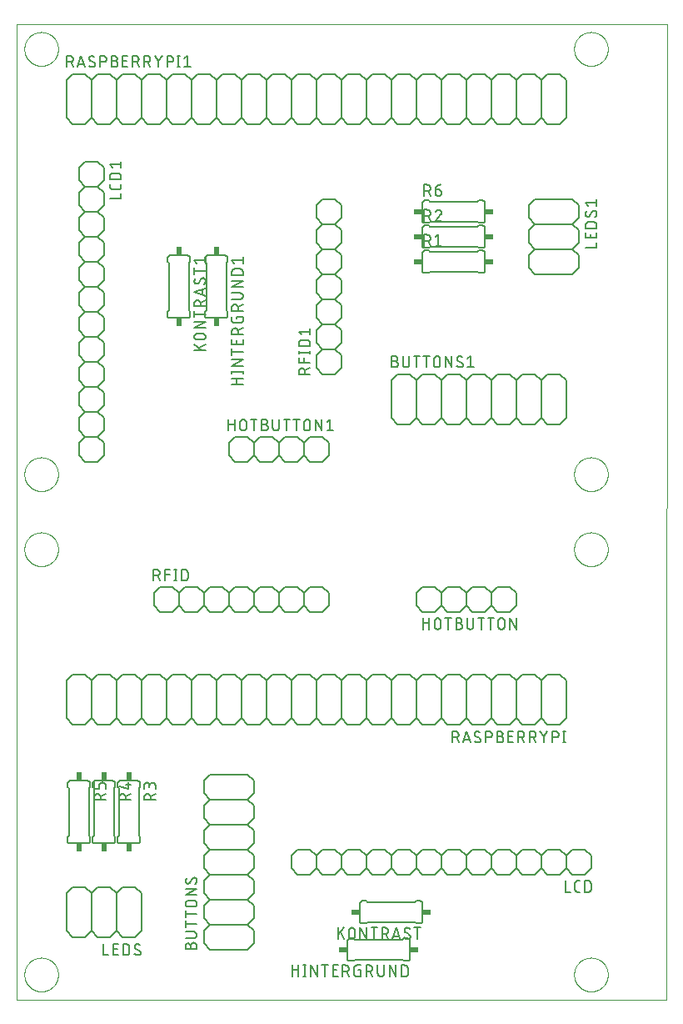
<source format=gto>
G75*
%MOIN*%
%OFA0B0*%
%FSLAX25Y25*%
%IPPOS*%
%LPD*%
%AMOC8*
5,1,8,0,0,1.08239X$1,22.5*
%
%ADD10C,0.00000*%
%ADD11C,0.00600*%
%ADD12C,0.00500*%
%ADD13R,0.02400X0.03400*%
%ADD14R,0.03400X0.02400*%
D10*
X0001000Y0001000D02*
X0001039Y0391000D01*
X0261472Y0390961D01*
X0261000Y0001000D01*
X0001000Y0001000D01*
X0004250Y0011000D02*
X0004252Y0011166D01*
X0004258Y0011331D01*
X0004268Y0011497D01*
X0004283Y0011662D01*
X0004301Y0011826D01*
X0004323Y0011990D01*
X0004349Y0012154D01*
X0004380Y0012317D01*
X0004414Y0012479D01*
X0004452Y0012640D01*
X0004495Y0012800D01*
X0004541Y0012959D01*
X0004591Y0013117D01*
X0004645Y0013274D01*
X0004702Y0013429D01*
X0004764Y0013583D01*
X0004829Y0013735D01*
X0004898Y0013886D01*
X0004971Y0014035D01*
X0005047Y0014182D01*
X0005127Y0014327D01*
X0005210Y0014470D01*
X0005297Y0014611D01*
X0005388Y0014750D01*
X0005481Y0014887D01*
X0005578Y0015021D01*
X0005679Y0015153D01*
X0005782Y0015282D01*
X0005889Y0015409D01*
X0005999Y0015533D01*
X0006111Y0015654D01*
X0006227Y0015773D01*
X0006346Y0015889D01*
X0006467Y0016001D01*
X0006591Y0016111D01*
X0006718Y0016218D01*
X0006847Y0016321D01*
X0006979Y0016422D01*
X0007113Y0016519D01*
X0007250Y0016612D01*
X0007389Y0016703D01*
X0007530Y0016790D01*
X0007673Y0016873D01*
X0007818Y0016953D01*
X0007965Y0017029D01*
X0008114Y0017102D01*
X0008265Y0017171D01*
X0008417Y0017236D01*
X0008571Y0017298D01*
X0008726Y0017355D01*
X0008883Y0017409D01*
X0009041Y0017459D01*
X0009200Y0017505D01*
X0009360Y0017548D01*
X0009521Y0017586D01*
X0009683Y0017620D01*
X0009846Y0017651D01*
X0010010Y0017677D01*
X0010174Y0017699D01*
X0010338Y0017717D01*
X0010503Y0017732D01*
X0010669Y0017742D01*
X0010834Y0017748D01*
X0011000Y0017750D01*
X0011166Y0017748D01*
X0011331Y0017742D01*
X0011497Y0017732D01*
X0011662Y0017717D01*
X0011826Y0017699D01*
X0011990Y0017677D01*
X0012154Y0017651D01*
X0012317Y0017620D01*
X0012479Y0017586D01*
X0012640Y0017548D01*
X0012800Y0017505D01*
X0012959Y0017459D01*
X0013117Y0017409D01*
X0013274Y0017355D01*
X0013429Y0017298D01*
X0013583Y0017236D01*
X0013735Y0017171D01*
X0013886Y0017102D01*
X0014035Y0017029D01*
X0014182Y0016953D01*
X0014327Y0016873D01*
X0014470Y0016790D01*
X0014611Y0016703D01*
X0014750Y0016612D01*
X0014887Y0016519D01*
X0015021Y0016422D01*
X0015153Y0016321D01*
X0015282Y0016218D01*
X0015409Y0016111D01*
X0015533Y0016001D01*
X0015654Y0015889D01*
X0015773Y0015773D01*
X0015889Y0015654D01*
X0016001Y0015533D01*
X0016111Y0015409D01*
X0016218Y0015282D01*
X0016321Y0015153D01*
X0016422Y0015021D01*
X0016519Y0014887D01*
X0016612Y0014750D01*
X0016703Y0014611D01*
X0016790Y0014470D01*
X0016873Y0014327D01*
X0016953Y0014182D01*
X0017029Y0014035D01*
X0017102Y0013886D01*
X0017171Y0013735D01*
X0017236Y0013583D01*
X0017298Y0013429D01*
X0017355Y0013274D01*
X0017409Y0013117D01*
X0017459Y0012959D01*
X0017505Y0012800D01*
X0017548Y0012640D01*
X0017586Y0012479D01*
X0017620Y0012317D01*
X0017651Y0012154D01*
X0017677Y0011990D01*
X0017699Y0011826D01*
X0017717Y0011662D01*
X0017732Y0011497D01*
X0017742Y0011331D01*
X0017748Y0011166D01*
X0017750Y0011000D01*
X0017748Y0010834D01*
X0017742Y0010669D01*
X0017732Y0010503D01*
X0017717Y0010338D01*
X0017699Y0010174D01*
X0017677Y0010010D01*
X0017651Y0009846D01*
X0017620Y0009683D01*
X0017586Y0009521D01*
X0017548Y0009360D01*
X0017505Y0009200D01*
X0017459Y0009041D01*
X0017409Y0008883D01*
X0017355Y0008726D01*
X0017298Y0008571D01*
X0017236Y0008417D01*
X0017171Y0008265D01*
X0017102Y0008114D01*
X0017029Y0007965D01*
X0016953Y0007818D01*
X0016873Y0007673D01*
X0016790Y0007530D01*
X0016703Y0007389D01*
X0016612Y0007250D01*
X0016519Y0007113D01*
X0016422Y0006979D01*
X0016321Y0006847D01*
X0016218Y0006718D01*
X0016111Y0006591D01*
X0016001Y0006467D01*
X0015889Y0006346D01*
X0015773Y0006227D01*
X0015654Y0006111D01*
X0015533Y0005999D01*
X0015409Y0005889D01*
X0015282Y0005782D01*
X0015153Y0005679D01*
X0015021Y0005578D01*
X0014887Y0005481D01*
X0014750Y0005388D01*
X0014611Y0005297D01*
X0014470Y0005210D01*
X0014327Y0005127D01*
X0014182Y0005047D01*
X0014035Y0004971D01*
X0013886Y0004898D01*
X0013735Y0004829D01*
X0013583Y0004764D01*
X0013429Y0004702D01*
X0013274Y0004645D01*
X0013117Y0004591D01*
X0012959Y0004541D01*
X0012800Y0004495D01*
X0012640Y0004452D01*
X0012479Y0004414D01*
X0012317Y0004380D01*
X0012154Y0004349D01*
X0011990Y0004323D01*
X0011826Y0004301D01*
X0011662Y0004283D01*
X0011497Y0004268D01*
X0011331Y0004258D01*
X0011166Y0004252D01*
X0011000Y0004250D01*
X0010834Y0004252D01*
X0010669Y0004258D01*
X0010503Y0004268D01*
X0010338Y0004283D01*
X0010174Y0004301D01*
X0010010Y0004323D01*
X0009846Y0004349D01*
X0009683Y0004380D01*
X0009521Y0004414D01*
X0009360Y0004452D01*
X0009200Y0004495D01*
X0009041Y0004541D01*
X0008883Y0004591D01*
X0008726Y0004645D01*
X0008571Y0004702D01*
X0008417Y0004764D01*
X0008265Y0004829D01*
X0008114Y0004898D01*
X0007965Y0004971D01*
X0007818Y0005047D01*
X0007673Y0005127D01*
X0007530Y0005210D01*
X0007389Y0005297D01*
X0007250Y0005388D01*
X0007113Y0005481D01*
X0006979Y0005578D01*
X0006847Y0005679D01*
X0006718Y0005782D01*
X0006591Y0005889D01*
X0006467Y0005999D01*
X0006346Y0006111D01*
X0006227Y0006227D01*
X0006111Y0006346D01*
X0005999Y0006467D01*
X0005889Y0006591D01*
X0005782Y0006718D01*
X0005679Y0006847D01*
X0005578Y0006979D01*
X0005481Y0007113D01*
X0005388Y0007250D01*
X0005297Y0007389D01*
X0005210Y0007530D01*
X0005127Y0007673D01*
X0005047Y0007818D01*
X0004971Y0007965D01*
X0004898Y0008114D01*
X0004829Y0008265D01*
X0004764Y0008417D01*
X0004702Y0008571D01*
X0004645Y0008726D01*
X0004591Y0008883D01*
X0004541Y0009041D01*
X0004495Y0009200D01*
X0004452Y0009360D01*
X0004414Y0009521D01*
X0004380Y0009683D01*
X0004349Y0009846D01*
X0004323Y0010010D01*
X0004301Y0010174D01*
X0004283Y0010338D01*
X0004268Y0010503D01*
X0004258Y0010669D01*
X0004252Y0010834D01*
X0004250Y0011000D01*
X0004250Y0181000D02*
X0004252Y0181166D01*
X0004258Y0181331D01*
X0004268Y0181497D01*
X0004283Y0181662D01*
X0004301Y0181826D01*
X0004323Y0181990D01*
X0004349Y0182154D01*
X0004380Y0182317D01*
X0004414Y0182479D01*
X0004452Y0182640D01*
X0004495Y0182800D01*
X0004541Y0182959D01*
X0004591Y0183117D01*
X0004645Y0183274D01*
X0004702Y0183429D01*
X0004764Y0183583D01*
X0004829Y0183735D01*
X0004898Y0183886D01*
X0004971Y0184035D01*
X0005047Y0184182D01*
X0005127Y0184327D01*
X0005210Y0184470D01*
X0005297Y0184611D01*
X0005388Y0184750D01*
X0005481Y0184887D01*
X0005578Y0185021D01*
X0005679Y0185153D01*
X0005782Y0185282D01*
X0005889Y0185409D01*
X0005999Y0185533D01*
X0006111Y0185654D01*
X0006227Y0185773D01*
X0006346Y0185889D01*
X0006467Y0186001D01*
X0006591Y0186111D01*
X0006718Y0186218D01*
X0006847Y0186321D01*
X0006979Y0186422D01*
X0007113Y0186519D01*
X0007250Y0186612D01*
X0007389Y0186703D01*
X0007530Y0186790D01*
X0007673Y0186873D01*
X0007818Y0186953D01*
X0007965Y0187029D01*
X0008114Y0187102D01*
X0008265Y0187171D01*
X0008417Y0187236D01*
X0008571Y0187298D01*
X0008726Y0187355D01*
X0008883Y0187409D01*
X0009041Y0187459D01*
X0009200Y0187505D01*
X0009360Y0187548D01*
X0009521Y0187586D01*
X0009683Y0187620D01*
X0009846Y0187651D01*
X0010010Y0187677D01*
X0010174Y0187699D01*
X0010338Y0187717D01*
X0010503Y0187732D01*
X0010669Y0187742D01*
X0010834Y0187748D01*
X0011000Y0187750D01*
X0011166Y0187748D01*
X0011331Y0187742D01*
X0011497Y0187732D01*
X0011662Y0187717D01*
X0011826Y0187699D01*
X0011990Y0187677D01*
X0012154Y0187651D01*
X0012317Y0187620D01*
X0012479Y0187586D01*
X0012640Y0187548D01*
X0012800Y0187505D01*
X0012959Y0187459D01*
X0013117Y0187409D01*
X0013274Y0187355D01*
X0013429Y0187298D01*
X0013583Y0187236D01*
X0013735Y0187171D01*
X0013886Y0187102D01*
X0014035Y0187029D01*
X0014182Y0186953D01*
X0014327Y0186873D01*
X0014470Y0186790D01*
X0014611Y0186703D01*
X0014750Y0186612D01*
X0014887Y0186519D01*
X0015021Y0186422D01*
X0015153Y0186321D01*
X0015282Y0186218D01*
X0015409Y0186111D01*
X0015533Y0186001D01*
X0015654Y0185889D01*
X0015773Y0185773D01*
X0015889Y0185654D01*
X0016001Y0185533D01*
X0016111Y0185409D01*
X0016218Y0185282D01*
X0016321Y0185153D01*
X0016422Y0185021D01*
X0016519Y0184887D01*
X0016612Y0184750D01*
X0016703Y0184611D01*
X0016790Y0184470D01*
X0016873Y0184327D01*
X0016953Y0184182D01*
X0017029Y0184035D01*
X0017102Y0183886D01*
X0017171Y0183735D01*
X0017236Y0183583D01*
X0017298Y0183429D01*
X0017355Y0183274D01*
X0017409Y0183117D01*
X0017459Y0182959D01*
X0017505Y0182800D01*
X0017548Y0182640D01*
X0017586Y0182479D01*
X0017620Y0182317D01*
X0017651Y0182154D01*
X0017677Y0181990D01*
X0017699Y0181826D01*
X0017717Y0181662D01*
X0017732Y0181497D01*
X0017742Y0181331D01*
X0017748Y0181166D01*
X0017750Y0181000D01*
X0017748Y0180834D01*
X0017742Y0180669D01*
X0017732Y0180503D01*
X0017717Y0180338D01*
X0017699Y0180174D01*
X0017677Y0180010D01*
X0017651Y0179846D01*
X0017620Y0179683D01*
X0017586Y0179521D01*
X0017548Y0179360D01*
X0017505Y0179200D01*
X0017459Y0179041D01*
X0017409Y0178883D01*
X0017355Y0178726D01*
X0017298Y0178571D01*
X0017236Y0178417D01*
X0017171Y0178265D01*
X0017102Y0178114D01*
X0017029Y0177965D01*
X0016953Y0177818D01*
X0016873Y0177673D01*
X0016790Y0177530D01*
X0016703Y0177389D01*
X0016612Y0177250D01*
X0016519Y0177113D01*
X0016422Y0176979D01*
X0016321Y0176847D01*
X0016218Y0176718D01*
X0016111Y0176591D01*
X0016001Y0176467D01*
X0015889Y0176346D01*
X0015773Y0176227D01*
X0015654Y0176111D01*
X0015533Y0175999D01*
X0015409Y0175889D01*
X0015282Y0175782D01*
X0015153Y0175679D01*
X0015021Y0175578D01*
X0014887Y0175481D01*
X0014750Y0175388D01*
X0014611Y0175297D01*
X0014470Y0175210D01*
X0014327Y0175127D01*
X0014182Y0175047D01*
X0014035Y0174971D01*
X0013886Y0174898D01*
X0013735Y0174829D01*
X0013583Y0174764D01*
X0013429Y0174702D01*
X0013274Y0174645D01*
X0013117Y0174591D01*
X0012959Y0174541D01*
X0012800Y0174495D01*
X0012640Y0174452D01*
X0012479Y0174414D01*
X0012317Y0174380D01*
X0012154Y0174349D01*
X0011990Y0174323D01*
X0011826Y0174301D01*
X0011662Y0174283D01*
X0011497Y0174268D01*
X0011331Y0174258D01*
X0011166Y0174252D01*
X0011000Y0174250D01*
X0010834Y0174252D01*
X0010669Y0174258D01*
X0010503Y0174268D01*
X0010338Y0174283D01*
X0010174Y0174301D01*
X0010010Y0174323D01*
X0009846Y0174349D01*
X0009683Y0174380D01*
X0009521Y0174414D01*
X0009360Y0174452D01*
X0009200Y0174495D01*
X0009041Y0174541D01*
X0008883Y0174591D01*
X0008726Y0174645D01*
X0008571Y0174702D01*
X0008417Y0174764D01*
X0008265Y0174829D01*
X0008114Y0174898D01*
X0007965Y0174971D01*
X0007818Y0175047D01*
X0007673Y0175127D01*
X0007530Y0175210D01*
X0007389Y0175297D01*
X0007250Y0175388D01*
X0007113Y0175481D01*
X0006979Y0175578D01*
X0006847Y0175679D01*
X0006718Y0175782D01*
X0006591Y0175889D01*
X0006467Y0175999D01*
X0006346Y0176111D01*
X0006227Y0176227D01*
X0006111Y0176346D01*
X0005999Y0176467D01*
X0005889Y0176591D01*
X0005782Y0176718D01*
X0005679Y0176847D01*
X0005578Y0176979D01*
X0005481Y0177113D01*
X0005388Y0177250D01*
X0005297Y0177389D01*
X0005210Y0177530D01*
X0005127Y0177673D01*
X0005047Y0177818D01*
X0004971Y0177965D01*
X0004898Y0178114D01*
X0004829Y0178265D01*
X0004764Y0178417D01*
X0004702Y0178571D01*
X0004645Y0178726D01*
X0004591Y0178883D01*
X0004541Y0179041D01*
X0004495Y0179200D01*
X0004452Y0179360D01*
X0004414Y0179521D01*
X0004380Y0179683D01*
X0004349Y0179846D01*
X0004323Y0180010D01*
X0004301Y0180174D01*
X0004283Y0180338D01*
X0004268Y0180503D01*
X0004258Y0180669D01*
X0004252Y0180834D01*
X0004250Y0181000D01*
X0004250Y0211000D02*
X0004252Y0211166D01*
X0004258Y0211331D01*
X0004268Y0211497D01*
X0004283Y0211662D01*
X0004301Y0211826D01*
X0004323Y0211990D01*
X0004349Y0212154D01*
X0004380Y0212317D01*
X0004414Y0212479D01*
X0004452Y0212640D01*
X0004495Y0212800D01*
X0004541Y0212959D01*
X0004591Y0213117D01*
X0004645Y0213274D01*
X0004702Y0213429D01*
X0004764Y0213583D01*
X0004829Y0213735D01*
X0004898Y0213886D01*
X0004971Y0214035D01*
X0005047Y0214182D01*
X0005127Y0214327D01*
X0005210Y0214470D01*
X0005297Y0214611D01*
X0005388Y0214750D01*
X0005481Y0214887D01*
X0005578Y0215021D01*
X0005679Y0215153D01*
X0005782Y0215282D01*
X0005889Y0215409D01*
X0005999Y0215533D01*
X0006111Y0215654D01*
X0006227Y0215773D01*
X0006346Y0215889D01*
X0006467Y0216001D01*
X0006591Y0216111D01*
X0006718Y0216218D01*
X0006847Y0216321D01*
X0006979Y0216422D01*
X0007113Y0216519D01*
X0007250Y0216612D01*
X0007389Y0216703D01*
X0007530Y0216790D01*
X0007673Y0216873D01*
X0007818Y0216953D01*
X0007965Y0217029D01*
X0008114Y0217102D01*
X0008265Y0217171D01*
X0008417Y0217236D01*
X0008571Y0217298D01*
X0008726Y0217355D01*
X0008883Y0217409D01*
X0009041Y0217459D01*
X0009200Y0217505D01*
X0009360Y0217548D01*
X0009521Y0217586D01*
X0009683Y0217620D01*
X0009846Y0217651D01*
X0010010Y0217677D01*
X0010174Y0217699D01*
X0010338Y0217717D01*
X0010503Y0217732D01*
X0010669Y0217742D01*
X0010834Y0217748D01*
X0011000Y0217750D01*
X0011166Y0217748D01*
X0011331Y0217742D01*
X0011497Y0217732D01*
X0011662Y0217717D01*
X0011826Y0217699D01*
X0011990Y0217677D01*
X0012154Y0217651D01*
X0012317Y0217620D01*
X0012479Y0217586D01*
X0012640Y0217548D01*
X0012800Y0217505D01*
X0012959Y0217459D01*
X0013117Y0217409D01*
X0013274Y0217355D01*
X0013429Y0217298D01*
X0013583Y0217236D01*
X0013735Y0217171D01*
X0013886Y0217102D01*
X0014035Y0217029D01*
X0014182Y0216953D01*
X0014327Y0216873D01*
X0014470Y0216790D01*
X0014611Y0216703D01*
X0014750Y0216612D01*
X0014887Y0216519D01*
X0015021Y0216422D01*
X0015153Y0216321D01*
X0015282Y0216218D01*
X0015409Y0216111D01*
X0015533Y0216001D01*
X0015654Y0215889D01*
X0015773Y0215773D01*
X0015889Y0215654D01*
X0016001Y0215533D01*
X0016111Y0215409D01*
X0016218Y0215282D01*
X0016321Y0215153D01*
X0016422Y0215021D01*
X0016519Y0214887D01*
X0016612Y0214750D01*
X0016703Y0214611D01*
X0016790Y0214470D01*
X0016873Y0214327D01*
X0016953Y0214182D01*
X0017029Y0214035D01*
X0017102Y0213886D01*
X0017171Y0213735D01*
X0017236Y0213583D01*
X0017298Y0213429D01*
X0017355Y0213274D01*
X0017409Y0213117D01*
X0017459Y0212959D01*
X0017505Y0212800D01*
X0017548Y0212640D01*
X0017586Y0212479D01*
X0017620Y0212317D01*
X0017651Y0212154D01*
X0017677Y0211990D01*
X0017699Y0211826D01*
X0017717Y0211662D01*
X0017732Y0211497D01*
X0017742Y0211331D01*
X0017748Y0211166D01*
X0017750Y0211000D01*
X0017748Y0210834D01*
X0017742Y0210669D01*
X0017732Y0210503D01*
X0017717Y0210338D01*
X0017699Y0210174D01*
X0017677Y0210010D01*
X0017651Y0209846D01*
X0017620Y0209683D01*
X0017586Y0209521D01*
X0017548Y0209360D01*
X0017505Y0209200D01*
X0017459Y0209041D01*
X0017409Y0208883D01*
X0017355Y0208726D01*
X0017298Y0208571D01*
X0017236Y0208417D01*
X0017171Y0208265D01*
X0017102Y0208114D01*
X0017029Y0207965D01*
X0016953Y0207818D01*
X0016873Y0207673D01*
X0016790Y0207530D01*
X0016703Y0207389D01*
X0016612Y0207250D01*
X0016519Y0207113D01*
X0016422Y0206979D01*
X0016321Y0206847D01*
X0016218Y0206718D01*
X0016111Y0206591D01*
X0016001Y0206467D01*
X0015889Y0206346D01*
X0015773Y0206227D01*
X0015654Y0206111D01*
X0015533Y0205999D01*
X0015409Y0205889D01*
X0015282Y0205782D01*
X0015153Y0205679D01*
X0015021Y0205578D01*
X0014887Y0205481D01*
X0014750Y0205388D01*
X0014611Y0205297D01*
X0014470Y0205210D01*
X0014327Y0205127D01*
X0014182Y0205047D01*
X0014035Y0204971D01*
X0013886Y0204898D01*
X0013735Y0204829D01*
X0013583Y0204764D01*
X0013429Y0204702D01*
X0013274Y0204645D01*
X0013117Y0204591D01*
X0012959Y0204541D01*
X0012800Y0204495D01*
X0012640Y0204452D01*
X0012479Y0204414D01*
X0012317Y0204380D01*
X0012154Y0204349D01*
X0011990Y0204323D01*
X0011826Y0204301D01*
X0011662Y0204283D01*
X0011497Y0204268D01*
X0011331Y0204258D01*
X0011166Y0204252D01*
X0011000Y0204250D01*
X0010834Y0204252D01*
X0010669Y0204258D01*
X0010503Y0204268D01*
X0010338Y0204283D01*
X0010174Y0204301D01*
X0010010Y0204323D01*
X0009846Y0204349D01*
X0009683Y0204380D01*
X0009521Y0204414D01*
X0009360Y0204452D01*
X0009200Y0204495D01*
X0009041Y0204541D01*
X0008883Y0204591D01*
X0008726Y0204645D01*
X0008571Y0204702D01*
X0008417Y0204764D01*
X0008265Y0204829D01*
X0008114Y0204898D01*
X0007965Y0204971D01*
X0007818Y0205047D01*
X0007673Y0205127D01*
X0007530Y0205210D01*
X0007389Y0205297D01*
X0007250Y0205388D01*
X0007113Y0205481D01*
X0006979Y0205578D01*
X0006847Y0205679D01*
X0006718Y0205782D01*
X0006591Y0205889D01*
X0006467Y0205999D01*
X0006346Y0206111D01*
X0006227Y0206227D01*
X0006111Y0206346D01*
X0005999Y0206467D01*
X0005889Y0206591D01*
X0005782Y0206718D01*
X0005679Y0206847D01*
X0005578Y0206979D01*
X0005481Y0207113D01*
X0005388Y0207250D01*
X0005297Y0207389D01*
X0005210Y0207530D01*
X0005127Y0207673D01*
X0005047Y0207818D01*
X0004971Y0207965D01*
X0004898Y0208114D01*
X0004829Y0208265D01*
X0004764Y0208417D01*
X0004702Y0208571D01*
X0004645Y0208726D01*
X0004591Y0208883D01*
X0004541Y0209041D01*
X0004495Y0209200D01*
X0004452Y0209360D01*
X0004414Y0209521D01*
X0004380Y0209683D01*
X0004349Y0209846D01*
X0004323Y0210010D01*
X0004301Y0210174D01*
X0004283Y0210338D01*
X0004268Y0210503D01*
X0004258Y0210669D01*
X0004252Y0210834D01*
X0004250Y0211000D01*
X0004250Y0381000D02*
X0004252Y0381166D01*
X0004258Y0381331D01*
X0004268Y0381497D01*
X0004283Y0381662D01*
X0004301Y0381826D01*
X0004323Y0381990D01*
X0004349Y0382154D01*
X0004380Y0382317D01*
X0004414Y0382479D01*
X0004452Y0382640D01*
X0004495Y0382800D01*
X0004541Y0382959D01*
X0004591Y0383117D01*
X0004645Y0383274D01*
X0004702Y0383429D01*
X0004764Y0383583D01*
X0004829Y0383735D01*
X0004898Y0383886D01*
X0004971Y0384035D01*
X0005047Y0384182D01*
X0005127Y0384327D01*
X0005210Y0384470D01*
X0005297Y0384611D01*
X0005388Y0384750D01*
X0005481Y0384887D01*
X0005578Y0385021D01*
X0005679Y0385153D01*
X0005782Y0385282D01*
X0005889Y0385409D01*
X0005999Y0385533D01*
X0006111Y0385654D01*
X0006227Y0385773D01*
X0006346Y0385889D01*
X0006467Y0386001D01*
X0006591Y0386111D01*
X0006718Y0386218D01*
X0006847Y0386321D01*
X0006979Y0386422D01*
X0007113Y0386519D01*
X0007250Y0386612D01*
X0007389Y0386703D01*
X0007530Y0386790D01*
X0007673Y0386873D01*
X0007818Y0386953D01*
X0007965Y0387029D01*
X0008114Y0387102D01*
X0008265Y0387171D01*
X0008417Y0387236D01*
X0008571Y0387298D01*
X0008726Y0387355D01*
X0008883Y0387409D01*
X0009041Y0387459D01*
X0009200Y0387505D01*
X0009360Y0387548D01*
X0009521Y0387586D01*
X0009683Y0387620D01*
X0009846Y0387651D01*
X0010010Y0387677D01*
X0010174Y0387699D01*
X0010338Y0387717D01*
X0010503Y0387732D01*
X0010669Y0387742D01*
X0010834Y0387748D01*
X0011000Y0387750D01*
X0011166Y0387748D01*
X0011331Y0387742D01*
X0011497Y0387732D01*
X0011662Y0387717D01*
X0011826Y0387699D01*
X0011990Y0387677D01*
X0012154Y0387651D01*
X0012317Y0387620D01*
X0012479Y0387586D01*
X0012640Y0387548D01*
X0012800Y0387505D01*
X0012959Y0387459D01*
X0013117Y0387409D01*
X0013274Y0387355D01*
X0013429Y0387298D01*
X0013583Y0387236D01*
X0013735Y0387171D01*
X0013886Y0387102D01*
X0014035Y0387029D01*
X0014182Y0386953D01*
X0014327Y0386873D01*
X0014470Y0386790D01*
X0014611Y0386703D01*
X0014750Y0386612D01*
X0014887Y0386519D01*
X0015021Y0386422D01*
X0015153Y0386321D01*
X0015282Y0386218D01*
X0015409Y0386111D01*
X0015533Y0386001D01*
X0015654Y0385889D01*
X0015773Y0385773D01*
X0015889Y0385654D01*
X0016001Y0385533D01*
X0016111Y0385409D01*
X0016218Y0385282D01*
X0016321Y0385153D01*
X0016422Y0385021D01*
X0016519Y0384887D01*
X0016612Y0384750D01*
X0016703Y0384611D01*
X0016790Y0384470D01*
X0016873Y0384327D01*
X0016953Y0384182D01*
X0017029Y0384035D01*
X0017102Y0383886D01*
X0017171Y0383735D01*
X0017236Y0383583D01*
X0017298Y0383429D01*
X0017355Y0383274D01*
X0017409Y0383117D01*
X0017459Y0382959D01*
X0017505Y0382800D01*
X0017548Y0382640D01*
X0017586Y0382479D01*
X0017620Y0382317D01*
X0017651Y0382154D01*
X0017677Y0381990D01*
X0017699Y0381826D01*
X0017717Y0381662D01*
X0017732Y0381497D01*
X0017742Y0381331D01*
X0017748Y0381166D01*
X0017750Y0381000D01*
X0017748Y0380834D01*
X0017742Y0380669D01*
X0017732Y0380503D01*
X0017717Y0380338D01*
X0017699Y0380174D01*
X0017677Y0380010D01*
X0017651Y0379846D01*
X0017620Y0379683D01*
X0017586Y0379521D01*
X0017548Y0379360D01*
X0017505Y0379200D01*
X0017459Y0379041D01*
X0017409Y0378883D01*
X0017355Y0378726D01*
X0017298Y0378571D01*
X0017236Y0378417D01*
X0017171Y0378265D01*
X0017102Y0378114D01*
X0017029Y0377965D01*
X0016953Y0377818D01*
X0016873Y0377673D01*
X0016790Y0377530D01*
X0016703Y0377389D01*
X0016612Y0377250D01*
X0016519Y0377113D01*
X0016422Y0376979D01*
X0016321Y0376847D01*
X0016218Y0376718D01*
X0016111Y0376591D01*
X0016001Y0376467D01*
X0015889Y0376346D01*
X0015773Y0376227D01*
X0015654Y0376111D01*
X0015533Y0375999D01*
X0015409Y0375889D01*
X0015282Y0375782D01*
X0015153Y0375679D01*
X0015021Y0375578D01*
X0014887Y0375481D01*
X0014750Y0375388D01*
X0014611Y0375297D01*
X0014470Y0375210D01*
X0014327Y0375127D01*
X0014182Y0375047D01*
X0014035Y0374971D01*
X0013886Y0374898D01*
X0013735Y0374829D01*
X0013583Y0374764D01*
X0013429Y0374702D01*
X0013274Y0374645D01*
X0013117Y0374591D01*
X0012959Y0374541D01*
X0012800Y0374495D01*
X0012640Y0374452D01*
X0012479Y0374414D01*
X0012317Y0374380D01*
X0012154Y0374349D01*
X0011990Y0374323D01*
X0011826Y0374301D01*
X0011662Y0374283D01*
X0011497Y0374268D01*
X0011331Y0374258D01*
X0011166Y0374252D01*
X0011000Y0374250D01*
X0010834Y0374252D01*
X0010669Y0374258D01*
X0010503Y0374268D01*
X0010338Y0374283D01*
X0010174Y0374301D01*
X0010010Y0374323D01*
X0009846Y0374349D01*
X0009683Y0374380D01*
X0009521Y0374414D01*
X0009360Y0374452D01*
X0009200Y0374495D01*
X0009041Y0374541D01*
X0008883Y0374591D01*
X0008726Y0374645D01*
X0008571Y0374702D01*
X0008417Y0374764D01*
X0008265Y0374829D01*
X0008114Y0374898D01*
X0007965Y0374971D01*
X0007818Y0375047D01*
X0007673Y0375127D01*
X0007530Y0375210D01*
X0007389Y0375297D01*
X0007250Y0375388D01*
X0007113Y0375481D01*
X0006979Y0375578D01*
X0006847Y0375679D01*
X0006718Y0375782D01*
X0006591Y0375889D01*
X0006467Y0375999D01*
X0006346Y0376111D01*
X0006227Y0376227D01*
X0006111Y0376346D01*
X0005999Y0376467D01*
X0005889Y0376591D01*
X0005782Y0376718D01*
X0005679Y0376847D01*
X0005578Y0376979D01*
X0005481Y0377113D01*
X0005388Y0377250D01*
X0005297Y0377389D01*
X0005210Y0377530D01*
X0005127Y0377673D01*
X0005047Y0377818D01*
X0004971Y0377965D01*
X0004898Y0378114D01*
X0004829Y0378265D01*
X0004764Y0378417D01*
X0004702Y0378571D01*
X0004645Y0378726D01*
X0004591Y0378883D01*
X0004541Y0379041D01*
X0004495Y0379200D01*
X0004452Y0379360D01*
X0004414Y0379521D01*
X0004380Y0379683D01*
X0004349Y0379846D01*
X0004323Y0380010D01*
X0004301Y0380174D01*
X0004283Y0380338D01*
X0004268Y0380503D01*
X0004258Y0380669D01*
X0004252Y0380834D01*
X0004250Y0381000D01*
X0224250Y0381000D02*
X0224252Y0381166D01*
X0224258Y0381331D01*
X0224268Y0381497D01*
X0224283Y0381662D01*
X0224301Y0381826D01*
X0224323Y0381990D01*
X0224349Y0382154D01*
X0224380Y0382317D01*
X0224414Y0382479D01*
X0224452Y0382640D01*
X0224495Y0382800D01*
X0224541Y0382959D01*
X0224591Y0383117D01*
X0224645Y0383274D01*
X0224702Y0383429D01*
X0224764Y0383583D01*
X0224829Y0383735D01*
X0224898Y0383886D01*
X0224971Y0384035D01*
X0225047Y0384182D01*
X0225127Y0384327D01*
X0225210Y0384470D01*
X0225297Y0384611D01*
X0225388Y0384750D01*
X0225481Y0384887D01*
X0225578Y0385021D01*
X0225679Y0385153D01*
X0225782Y0385282D01*
X0225889Y0385409D01*
X0225999Y0385533D01*
X0226111Y0385654D01*
X0226227Y0385773D01*
X0226346Y0385889D01*
X0226467Y0386001D01*
X0226591Y0386111D01*
X0226718Y0386218D01*
X0226847Y0386321D01*
X0226979Y0386422D01*
X0227113Y0386519D01*
X0227250Y0386612D01*
X0227389Y0386703D01*
X0227530Y0386790D01*
X0227673Y0386873D01*
X0227818Y0386953D01*
X0227965Y0387029D01*
X0228114Y0387102D01*
X0228265Y0387171D01*
X0228417Y0387236D01*
X0228571Y0387298D01*
X0228726Y0387355D01*
X0228883Y0387409D01*
X0229041Y0387459D01*
X0229200Y0387505D01*
X0229360Y0387548D01*
X0229521Y0387586D01*
X0229683Y0387620D01*
X0229846Y0387651D01*
X0230010Y0387677D01*
X0230174Y0387699D01*
X0230338Y0387717D01*
X0230503Y0387732D01*
X0230669Y0387742D01*
X0230834Y0387748D01*
X0231000Y0387750D01*
X0231166Y0387748D01*
X0231331Y0387742D01*
X0231497Y0387732D01*
X0231662Y0387717D01*
X0231826Y0387699D01*
X0231990Y0387677D01*
X0232154Y0387651D01*
X0232317Y0387620D01*
X0232479Y0387586D01*
X0232640Y0387548D01*
X0232800Y0387505D01*
X0232959Y0387459D01*
X0233117Y0387409D01*
X0233274Y0387355D01*
X0233429Y0387298D01*
X0233583Y0387236D01*
X0233735Y0387171D01*
X0233886Y0387102D01*
X0234035Y0387029D01*
X0234182Y0386953D01*
X0234327Y0386873D01*
X0234470Y0386790D01*
X0234611Y0386703D01*
X0234750Y0386612D01*
X0234887Y0386519D01*
X0235021Y0386422D01*
X0235153Y0386321D01*
X0235282Y0386218D01*
X0235409Y0386111D01*
X0235533Y0386001D01*
X0235654Y0385889D01*
X0235773Y0385773D01*
X0235889Y0385654D01*
X0236001Y0385533D01*
X0236111Y0385409D01*
X0236218Y0385282D01*
X0236321Y0385153D01*
X0236422Y0385021D01*
X0236519Y0384887D01*
X0236612Y0384750D01*
X0236703Y0384611D01*
X0236790Y0384470D01*
X0236873Y0384327D01*
X0236953Y0384182D01*
X0237029Y0384035D01*
X0237102Y0383886D01*
X0237171Y0383735D01*
X0237236Y0383583D01*
X0237298Y0383429D01*
X0237355Y0383274D01*
X0237409Y0383117D01*
X0237459Y0382959D01*
X0237505Y0382800D01*
X0237548Y0382640D01*
X0237586Y0382479D01*
X0237620Y0382317D01*
X0237651Y0382154D01*
X0237677Y0381990D01*
X0237699Y0381826D01*
X0237717Y0381662D01*
X0237732Y0381497D01*
X0237742Y0381331D01*
X0237748Y0381166D01*
X0237750Y0381000D01*
X0237748Y0380834D01*
X0237742Y0380669D01*
X0237732Y0380503D01*
X0237717Y0380338D01*
X0237699Y0380174D01*
X0237677Y0380010D01*
X0237651Y0379846D01*
X0237620Y0379683D01*
X0237586Y0379521D01*
X0237548Y0379360D01*
X0237505Y0379200D01*
X0237459Y0379041D01*
X0237409Y0378883D01*
X0237355Y0378726D01*
X0237298Y0378571D01*
X0237236Y0378417D01*
X0237171Y0378265D01*
X0237102Y0378114D01*
X0237029Y0377965D01*
X0236953Y0377818D01*
X0236873Y0377673D01*
X0236790Y0377530D01*
X0236703Y0377389D01*
X0236612Y0377250D01*
X0236519Y0377113D01*
X0236422Y0376979D01*
X0236321Y0376847D01*
X0236218Y0376718D01*
X0236111Y0376591D01*
X0236001Y0376467D01*
X0235889Y0376346D01*
X0235773Y0376227D01*
X0235654Y0376111D01*
X0235533Y0375999D01*
X0235409Y0375889D01*
X0235282Y0375782D01*
X0235153Y0375679D01*
X0235021Y0375578D01*
X0234887Y0375481D01*
X0234750Y0375388D01*
X0234611Y0375297D01*
X0234470Y0375210D01*
X0234327Y0375127D01*
X0234182Y0375047D01*
X0234035Y0374971D01*
X0233886Y0374898D01*
X0233735Y0374829D01*
X0233583Y0374764D01*
X0233429Y0374702D01*
X0233274Y0374645D01*
X0233117Y0374591D01*
X0232959Y0374541D01*
X0232800Y0374495D01*
X0232640Y0374452D01*
X0232479Y0374414D01*
X0232317Y0374380D01*
X0232154Y0374349D01*
X0231990Y0374323D01*
X0231826Y0374301D01*
X0231662Y0374283D01*
X0231497Y0374268D01*
X0231331Y0374258D01*
X0231166Y0374252D01*
X0231000Y0374250D01*
X0230834Y0374252D01*
X0230669Y0374258D01*
X0230503Y0374268D01*
X0230338Y0374283D01*
X0230174Y0374301D01*
X0230010Y0374323D01*
X0229846Y0374349D01*
X0229683Y0374380D01*
X0229521Y0374414D01*
X0229360Y0374452D01*
X0229200Y0374495D01*
X0229041Y0374541D01*
X0228883Y0374591D01*
X0228726Y0374645D01*
X0228571Y0374702D01*
X0228417Y0374764D01*
X0228265Y0374829D01*
X0228114Y0374898D01*
X0227965Y0374971D01*
X0227818Y0375047D01*
X0227673Y0375127D01*
X0227530Y0375210D01*
X0227389Y0375297D01*
X0227250Y0375388D01*
X0227113Y0375481D01*
X0226979Y0375578D01*
X0226847Y0375679D01*
X0226718Y0375782D01*
X0226591Y0375889D01*
X0226467Y0375999D01*
X0226346Y0376111D01*
X0226227Y0376227D01*
X0226111Y0376346D01*
X0225999Y0376467D01*
X0225889Y0376591D01*
X0225782Y0376718D01*
X0225679Y0376847D01*
X0225578Y0376979D01*
X0225481Y0377113D01*
X0225388Y0377250D01*
X0225297Y0377389D01*
X0225210Y0377530D01*
X0225127Y0377673D01*
X0225047Y0377818D01*
X0224971Y0377965D01*
X0224898Y0378114D01*
X0224829Y0378265D01*
X0224764Y0378417D01*
X0224702Y0378571D01*
X0224645Y0378726D01*
X0224591Y0378883D01*
X0224541Y0379041D01*
X0224495Y0379200D01*
X0224452Y0379360D01*
X0224414Y0379521D01*
X0224380Y0379683D01*
X0224349Y0379846D01*
X0224323Y0380010D01*
X0224301Y0380174D01*
X0224283Y0380338D01*
X0224268Y0380503D01*
X0224258Y0380669D01*
X0224252Y0380834D01*
X0224250Y0381000D01*
X0224250Y0211000D02*
X0224252Y0211166D01*
X0224258Y0211331D01*
X0224268Y0211497D01*
X0224283Y0211662D01*
X0224301Y0211826D01*
X0224323Y0211990D01*
X0224349Y0212154D01*
X0224380Y0212317D01*
X0224414Y0212479D01*
X0224452Y0212640D01*
X0224495Y0212800D01*
X0224541Y0212959D01*
X0224591Y0213117D01*
X0224645Y0213274D01*
X0224702Y0213429D01*
X0224764Y0213583D01*
X0224829Y0213735D01*
X0224898Y0213886D01*
X0224971Y0214035D01*
X0225047Y0214182D01*
X0225127Y0214327D01*
X0225210Y0214470D01*
X0225297Y0214611D01*
X0225388Y0214750D01*
X0225481Y0214887D01*
X0225578Y0215021D01*
X0225679Y0215153D01*
X0225782Y0215282D01*
X0225889Y0215409D01*
X0225999Y0215533D01*
X0226111Y0215654D01*
X0226227Y0215773D01*
X0226346Y0215889D01*
X0226467Y0216001D01*
X0226591Y0216111D01*
X0226718Y0216218D01*
X0226847Y0216321D01*
X0226979Y0216422D01*
X0227113Y0216519D01*
X0227250Y0216612D01*
X0227389Y0216703D01*
X0227530Y0216790D01*
X0227673Y0216873D01*
X0227818Y0216953D01*
X0227965Y0217029D01*
X0228114Y0217102D01*
X0228265Y0217171D01*
X0228417Y0217236D01*
X0228571Y0217298D01*
X0228726Y0217355D01*
X0228883Y0217409D01*
X0229041Y0217459D01*
X0229200Y0217505D01*
X0229360Y0217548D01*
X0229521Y0217586D01*
X0229683Y0217620D01*
X0229846Y0217651D01*
X0230010Y0217677D01*
X0230174Y0217699D01*
X0230338Y0217717D01*
X0230503Y0217732D01*
X0230669Y0217742D01*
X0230834Y0217748D01*
X0231000Y0217750D01*
X0231166Y0217748D01*
X0231331Y0217742D01*
X0231497Y0217732D01*
X0231662Y0217717D01*
X0231826Y0217699D01*
X0231990Y0217677D01*
X0232154Y0217651D01*
X0232317Y0217620D01*
X0232479Y0217586D01*
X0232640Y0217548D01*
X0232800Y0217505D01*
X0232959Y0217459D01*
X0233117Y0217409D01*
X0233274Y0217355D01*
X0233429Y0217298D01*
X0233583Y0217236D01*
X0233735Y0217171D01*
X0233886Y0217102D01*
X0234035Y0217029D01*
X0234182Y0216953D01*
X0234327Y0216873D01*
X0234470Y0216790D01*
X0234611Y0216703D01*
X0234750Y0216612D01*
X0234887Y0216519D01*
X0235021Y0216422D01*
X0235153Y0216321D01*
X0235282Y0216218D01*
X0235409Y0216111D01*
X0235533Y0216001D01*
X0235654Y0215889D01*
X0235773Y0215773D01*
X0235889Y0215654D01*
X0236001Y0215533D01*
X0236111Y0215409D01*
X0236218Y0215282D01*
X0236321Y0215153D01*
X0236422Y0215021D01*
X0236519Y0214887D01*
X0236612Y0214750D01*
X0236703Y0214611D01*
X0236790Y0214470D01*
X0236873Y0214327D01*
X0236953Y0214182D01*
X0237029Y0214035D01*
X0237102Y0213886D01*
X0237171Y0213735D01*
X0237236Y0213583D01*
X0237298Y0213429D01*
X0237355Y0213274D01*
X0237409Y0213117D01*
X0237459Y0212959D01*
X0237505Y0212800D01*
X0237548Y0212640D01*
X0237586Y0212479D01*
X0237620Y0212317D01*
X0237651Y0212154D01*
X0237677Y0211990D01*
X0237699Y0211826D01*
X0237717Y0211662D01*
X0237732Y0211497D01*
X0237742Y0211331D01*
X0237748Y0211166D01*
X0237750Y0211000D01*
X0237748Y0210834D01*
X0237742Y0210669D01*
X0237732Y0210503D01*
X0237717Y0210338D01*
X0237699Y0210174D01*
X0237677Y0210010D01*
X0237651Y0209846D01*
X0237620Y0209683D01*
X0237586Y0209521D01*
X0237548Y0209360D01*
X0237505Y0209200D01*
X0237459Y0209041D01*
X0237409Y0208883D01*
X0237355Y0208726D01*
X0237298Y0208571D01*
X0237236Y0208417D01*
X0237171Y0208265D01*
X0237102Y0208114D01*
X0237029Y0207965D01*
X0236953Y0207818D01*
X0236873Y0207673D01*
X0236790Y0207530D01*
X0236703Y0207389D01*
X0236612Y0207250D01*
X0236519Y0207113D01*
X0236422Y0206979D01*
X0236321Y0206847D01*
X0236218Y0206718D01*
X0236111Y0206591D01*
X0236001Y0206467D01*
X0235889Y0206346D01*
X0235773Y0206227D01*
X0235654Y0206111D01*
X0235533Y0205999D01*
X0235409Y0205889D01*
X0235282Y0205782D01*
X0235153Y0205679D01*
X0235021Y0205578D01*
X0234887Y0205481D01*
X0234750Y0205388D01*
X0234611Y0205297D01*
X0234470Y0205210D01*
X0234327Y0205127D01*
X0234182Y0205047D01*
X0234035Y0204971D01*
X0233886Y0204898D01*
X0233735Y0204829D01*
X0233583Y0204764D01*
X0233429Y0204702D01*
X0233274Y0204645D01*
X0233117Y0204591D01*
X0232959Y0204541D01*
X0232800Y0204495D01*
X0232640Y0204452D01*
X0232479Y0204414D01*
X0232317Y0204380D01*
X0232154Y0204349D01*
X0231990Y0204323D01*
X0231826Y0204301D01*
X0231662Y0204283D01*
X0231497Y0204268D01*
X0231331Y0204258D01*
X0231166Y0204252D01*
X0231000Y0204250D01*
X0230834Y0204252D01*
X0230669Y0204258D01*
X0230503Y0204268D01*
X0230338Y0204283D01*
X0230174Y0204301D01*
X0230010Y0204323D01*
X0229846Y0204349D01*
X0229683Y0204380D01*
X0229521Y0204414D01*
X0229360Y0204452D01*
X0229200Y0204495D01*
X0229041Y0204541D01*
X0228883Y0204591D01*
X0228726Y0204645D01*
X0228571Y0204702D01*
X0228417Y0204764D01*
X0228265Y0204829D01*
X0228114Y0204898D01*
X0227965Y0204971D01*
X0227818Y0205047D01*
X0227673Y0205127D01*
X0227530Y0205210D01*
X0227389Y0205297D01*
X0227250Y0205388D01*
X0227113Y0205481D01*
X0226979Y0205578D01*
X0226847Y0205679D01*
X0226718Y0205782D01*
X0226591Y0205889D01*
X0226467Y0205999D01*
X0226346Y0206111D01*
X0226227Y0206227D01*
X0226111Y0206346D01*
X0225999Y0206467D01*
X0225889Y0206591D01*
X0225782Y0206718D01*
X0225679Y0206847D01*
X0225578Y0206979D01*
X0225481Y0207113D01*
X0225388Y0207250D01*
X0225297Y0207389D01*
X0225210Y0207530D01*
X0225127Y0207673D01*
X0225047Y0207818D01*
X0224971Y0207965D01*
X0224898Y0208114D01*
X0224829Y0208265D01*
X0224764Y0208417D01*
X0224702Y0208571D01*
X0224645Y0208726D01*
X0224591Y0208883D01*
X0224541Y0209041D01*
X0224495Y0209200D01*
X0224452Y0209360D01*
X0224414Y0209521D01*
X0224380Y0209683D01*
X0224349Y0209846D01*
X0224323Y0210010D01*
X0224301Y0210174D01*
X0224283Y0210338D01*
X0224268Y0210503D01*
X0224258Y0210669D01*
X0224252Y0210834D01*
X0224250Y0211000D01*
X0224250Y0181000D02*
X0224252Y0181166D01*
X0224258Y0181331D01*
X0224268Y0181497D01*
X0224283Y0181662D01*
X0224301Y0181826D01*
X0224323Y0181990D01*
X0224349Y0182154D01*
X0224380Y0182317D01*
X0224414Y0182479D01*
X0224452Y0182640D01*
X0224495Y0182800D01*
X0224541Y0182959D01*
X0224591Y0183117D01*
X0224645Y0183274D01*
X0224702Y0183429D01*
X0224764Y0183583D01*
X0224829Y0183735D01*
X0224898Y0183886D01*
X0224971Y0184035D01*
X0225047Y0184182D01*
X0225127Y0184327D01*
X0225210Y0184470D01*
X0225297Y0184611D01*
X0225388Y0184750D01*
X0225481Y0184887D01*
X0225578Y0185021D01*
X0225679Y0185153D01*
X0225782Y0185282D01*
X0225889Y0185409D01*
X0225999Y0185533D01*
X0226111Y0185654D01*
X0226227Y0185773D01*
X0226346Y0185889D01*
X0226467Y0186001D01*
X0226591Y0186111D01*
X0226718Y0186218D01*
X0226847Y0186321D01*
X0226979Y0186422D01*
X0227113Y0186519D01*
X0227250Y0186612D01*
X0227389Y0186703D01*
X0227530Y0186790D01*
X0227673Y0186873D01*
X0227818Y0186953D01*
X0227965Y0187029D01*
X0228114Y0187102D01*
X0228265Y0187171D01*
X0228417Y0187236D01*
X0228571Y0187298D01*
X0228726Y0187355D01*
X0228883Y0187409D01*
X0229041Y0187459D01*
X0229200Y0187505D01*
X0229360Y0187548D01*
X0229521Y0187586D01*
X0229683Y0187620D01*
X0229846Y0187651D01*
X0230010Y0187677D01*
X0230174Y0187699D01*
X0230338Y0187717D01*
X0230503Y0187732D01*
X0230669Y0187742D01*
X0230834Y0187748D01*
X0231000Y0187750D01*
X0231166Y0187748D01*
X0231331Y0187742D01*
X0231497Y0187732D01*
X0231662Y0187717D01*
X0231826Y0187699D01*
X0231990Y0187677D01*
X0232154Y0187651D01*
X0232317Y0187620D01*
X0232479Y0187586D01*
X0232640Y0187548D01*
X0232800Y0187505D01*
X0232959Y0187459D01*
X0233117Y0187409D01*
X0233274Y0187355D01*
X0233429Y0187298D01*
X0233583Y0187236D01*
X0233735Y0187171D01*
X0233886Y0187102D01*
X0234035Y0187029D01*
X0234182Y0186953D01*
X0234327Y0186873D01*
X0234470Y0186790D01*
X0234611Y0186703D01*
X0234750Y0186612D01*
X0234887Y0186519D01*
X0235021Y0186422D01*
X0235153Y0186321D01*
X0235282Y0186218D01*
X0235409Y0186111D01*
X0235533Y0186001D01*
X0235654Y0185889D01*
X0235773Y0185773D01*
X0235889Y0185654D01*
X0236001Y0185533D01*
X0236111Y0185409D01*
X0236218Y0185282D01*
X0236321Y0185153D01*
X0236422Y0185021D01*
X0236519Y0184887D01*
X0236612Y0184750D01*
X0236703Y0184611D01*
X0236790Y0184470D01*
X0236873Y0184327D01*
X0236953Y0184182D01*
X0237029Y0184035D01*
X0237102Y0183886D01*
X0237171Y0183735D01*
X0237236Y0183583D01*
X0237298Y0183429D01*
X0237355Y0183274D01*
X0237409Y0183117D01*
X0237459Y0182959D01*
X0237505Y0182800D01*
X0237548Y0182640D01*
X0237586Y0182479D01*
X0237620Y0182317D01*
X0237651Y0182154D01*
X0237677Y0181990D01*
X0237699Y0181826D01*
X0237717Y0181662D01*
X0237732Y0181497D01*
X0237742Y0181331D01*
X0237748Y0181166D01*
X0237750Y0181000D01*
X0237748Y0180834D01*
X0237742Y0180669D01*
X0237732Y0180503D01*
X0237717Y0180338D01*
X0237699Y0180174D01*
X0237677Y0180010D01*
X0237651Y0179846D01*
X0237620Y0179683D01*
X0237586Y0179521D01*
X0237548Y0179360D01*
X0237505Y0179200D01*
X0237459Y0179041D01*
X0237409Y0178883D01*
X0237355Y0178726D01*
X0237298Y0178571D01*
X0237236Y0178417D01*
X0237171Y0178265D01*
X0237102Y0178114D01*
X0237029Y0177965D01*
X0236953Y0177818D01*
X0236873Y0177673D01*
X0236790Y0177530D01*
X0236703Y0177389D01*
X0236612Y0177250D01*
X0236519Y0177113D01*
X0236422Y0176979D01*
X0236321Y0176847D01*
X0236218Y0176718D01*
X0236111Y0176591D01*
X0236001Y0176467D01*
X0235889Y0176346D01*
X0235773Y0176227D01*
X0235654Y0176111D01*
X0235533Y0175999D01*
X0235409Y0175889D01*
X0235282Y0175782D01*
X0235153Y0175679D01*
X0235021Y0175578D01*
X0234887Y0175481D01*
X0234750Y0175388D01*
X0234611Y0175297D01*
X0234470Y0175210D01*
X0234327Y0175127D01*
X0234182Y0175047D01*
X0234035Y0174971D01*
X0233886Y0174898D01*
X0233735Y0174829D01*
X0233583Y0174764D01*
X0233429Y0174702D01*
X0233274Y0174645D01*
X0233117Y0174591D01*
X0232959Y0174541D01*
X0232800Y0174495D01*
X0232640Y0174452D01*
X0232479Y0174414D01*
X0232317Y0174380D01*
X0232154Y0174349D01*
X0231990Y0174323D01*
X0231826Y0174301D01*
X0231662Y0174283D01*
X0231497Y0174268D01*
X0231331Y0174258D01*
X0231166Y0174252D01*
X0231000Y0174250D01*
X0230834Y0174252D01*
X0230669Y0174258D01*
X0230503Y0174268D01*
X0230338Y0174283D01*
X0230174Y0174301D01*
X0230010Y0174323D01*
X0229846Y0174349D01*
X0229683Y0174380D01*
X0229521Y0174414D01*
X0229360Y0174452D01*
X0229200Y0174495D01*
X0229041Y0174541D01*
X0228883Y0174591D01*
X0228726Y0174645D01*
X0228571Y0174702D01*
X0228417Y0174764D01*
X0228265Y0174829D01*
X0228114Y0174898D01*
X0227965Y0174971D01*
X0227818Y0175047D01*
X0227673Y0175127D01*
X0227530Y0175210D01*
X0227389Y0175297D01*
X0227250Y0175388D01*
X0227113Y0175481D01*
X0226979Y0175578D01*
X0226847Y0175679D01*
X0226718Y0175782D01*
X0226591Y0175889D01*
X0226467Y0175999D01*
X0226346Y0176111D01*
X0226227Y0176227D01*
X0226111Y0176346D01*
X0225999Y0176467D01*
X0225889Y0176591D01*
X0225782Y0176718D01*
X0225679Y0176847D01*
X0225578Y0176979D01*
X0225481Y0177113D01*
X0225388Y0177250D01*
X0225297Y0177389D01*
X0225210Y0177530D01*
X0225127Y0177673D01*
X0225047Y0177818D01*
X0224971Y0177965D01*
X0224898Y0178114D01*
X0224829Y0178265D01*
X0224764Y0178417D01*
X0224702Y0178571D01*
X0224645Y0178726D01*
X0224591Y0178883D01*
X0224541Y0179041D01*
X0224495Y0179200D01*
X0224452Y0179360D01*
X0224414Y0179521D01*
X0224380Y0179683D01*
X0224349Y0179846D01*
X0224323Y0180010D01*
X0224301Y0180174D01*
X0224283Y0180338D01*
X0224268Y0180503D01*
X0224258Y0180669D01*
X0224252Y0180834D01*
X0224250Y0181000D01*
X0224250Y0011000D02*
X0224252Y0011166D01*
X0224258Y0011331D01*
X0224268Y0011497D01*
X0224283Y0011662D01*
X0224301Y0011826D01*
X0224323Y0011990D01*
X0224349Y0012154D01*
X0224380Y0012317D01*
X0224414Y0012479D01*
X0224452Y0012640D01*
X0224495Y0012800D01*
X0224541Y0012959D01*
X0224591Y0013117D01*
X0224645Y0013274D01*
X0224702Y0013429D01*
X0224764Y0013583D01*
X0224829Y0013735D01*
X0224898Y0013886D01*
X0224971Y0014035D01*
X0225047Y0014182D01*
X0225127Y0014327D01*
X0225210Y0014470D01*
X0225297Y0014611D01*
X0225388Y0014750D01*
X0225481Y0014887D01*
X0225578Y0015021D01*
X0225679Y0015153D01*
X0225782Y0015282D01*
X0225889Y0015409D01*
X0225999Y0015533D01*
X0226111Y0015654D01*
X0226227Y0015773D01*
X0226346Y0015889D01*
X0226467Y0016001D01*
X0226591Y0016111D01*
X0226718Y0016218D01*
X0226847Y0016321D01*
X0226979Y0016422D01*
X0227113Y0016519D01*
X0227250Y0016612D01*
X0227389Y0016703D01*
X0227530Y0016790D01*
X0227673Y0016873D01*
X0227818Y0016953D01*
X0227965Y0017029D01*
X0228114Y0017102D01*
X0228265Y0017171D01*
X0228417Y0017236D01*
X0228571Y0017298D01*
X0228726Y0017355D01*
X0228883Y0017409D01*
X0229041Y0017459D01*
X0229200Y0017505D01*
X0229360Y0017548D01*
X0229521Y0017586D01*
X0229683Y0017620D01*
X0229846Y0017651D01*
X0230010Y0017677D01*
X0230174Y0017699D01*
X0230338Y0017717D01*
X0230503Y0017732D01*
X0230669Y0017742D01*
X0230834Y0017748D01*
X0231000Y0017750D01*
X0231166Y0017748D01*
X0231331Y0017742D01*
X0231497Y0017732D01*
X0231662Y0017717D01*
X0231826Y0017699D01*
X0231990Y0017677D01*
X0232154Y0017651D01*
X0232317Y0017620D01*
X0232479Y0017586D01*
X0232640Y0017548D01*
X0232800Y0017505D01*
X0232959Y0017459D01*
X0233117Y0017409D01*
X0233274Y0017355D01*
X0233429Y0017298D01*
X0233583Y0017236D01*
X0233735Y0017171D01*
X0233886Y0017102D01*
X0234035Y0017029D01*
X0234182Y0016953D01*
X0234327Y0016873D01*
X0234470Y0016790D01*
X0234611Y0016703D01*
X0234750Y0016612D01*
X0234887Y0016519D01*
X0235021Y0016422D01*
X0235153Y0016321D01*
X0235282Y0016218D01*
X0235409Y0016111D01*
X0235533Y0016001D01*
X0235654Y0015889D01*
X0235773Y0015773D01*
X0235889Y0015654D01*
X0236001Y0015533D01*
X0236111Y0015409D01*
X0236218Y0015282D01*
X0236321Y0015153D01*
X0236422Y0015021D01*
X0236519Y0014887D01*
X0236612Y0014750D01*
X0236703Y0014611D01*
X0236790Y0014470D01*
X0236873Y0014327D01*
X0236953Y0014182D01*
X0237029Y0014035D01*
X0237102Y0013886D01*
X0237171Y0013735D01*
X0237236Y0013583D01*
X0237298Y0013429D01*
X0237355Y0013274D01*
X0237409Y0013117D01*
X0237459Y0012959D01*
X0237505Y0012800D01*
X0237548Y0012640D01*
X0237586Y0012479D01*
X0237620Y0012317D01*
X0237651Y0012154D01*
X0237677Y0011990D01*
X0237699Y0011826D01*
X0237717Y0011662D01*
X0237732Y0011497D01*
X0237742Y0011331D01*
X0237748Y0011166D01*
X0237750Y0011000D01*
X0237748Y0010834D01*
X0237742Y0010669D01*
X0237732Y0010503D01*
X0237717Y0010338D01*
X0237699Y0010174D01*
X0237677Y0010010D01*
X0237651Y0009846D01*
X0237620Y0009683D01*
X0237586Y0009521D01*
X0237548Y0009360D01*
X0237505Y0009200D01*
X0237459Y0009041D01*
X0237409Y0008883D01*
X0237355Y0008726D01*
X0237298Y0008571D01*
X0237236Y0008417D01*
X0237171Y0008265D01*
X0237102Y0008114D01*
X0237029Y0007965D01*
X0236953Y0007818D01*
X0236873Y0007673D01*
X0236790Y0007530D01*
X0236703Y0007389D01*
X0236612Y0007250D01*
X0236519Y0007113D01*
X0236422Y0006979D01*
X0236321Y0006847D01*
X0236218Y0006718D01*
X0236111Y0006591D01*
X0236001Y0006467D01*
X0235889Y0006346D01*
X0235773Y0006227D01*
X0235654Y0006111D01*
X0235533Y0005999D01*
X0235409Y0005889D01*
X0235282Y0005782D01*
X0235153Y0005679D01*
X0235021Y0005578D01*
X0234887Y0005481D01*
X0234750Y0005388D01*
X0234611Y0005297D01*
X0234470Y0005210D01*
X0234327Y0005127D01*
X0234182Y0005047D01*
X0234035Y0004971D01*
X0233886Y0004898D01*
X0233735Y0004829D01*
X0233583Y0004764D01*
X0233429Y0004702D01*
X0233274Y0004645D01*
X0233117Y0004591D01*
X0232959Y0004541D01*
X0232800Y0004495D01*
X0232640Y0004452D01*
X0232479Y0004414D01*
X0232317Y0004380D01*
X0232154Y0004349D01*
X0231990Y0004323D01*
X0231826Y0004301D01*
X0231662Y0004283D01*
X0231497Y0004268D01*
X0231331Y0004258D01*
X0231166Y0004252D01*
X0231000Y0004250D01*
X0230834Y0004252D01*
X0230669Y0004258D01*
X0230503Y0004268D01*
X0230338Y0004283D01*
X0230174Y0004301D01*
X0230010Y0004323D01*
X0229846Y0004349D01*
X0229683Y0004380D01*
X0229521Y0004414D01*
X0229360Y0004452D01*
X0229200Y0004495D01*
X0229041Y0004541D01*
X0228883Y0004591D01*
X0228726Y0004645D01*
X0228571Y0004702D01*
X0228417Y0004764D01*
X0228265Y0004829D01*
X0228114Y0004898D01*
X0227965Y0004971D01*
X0227818Y0005047D01*
X0227673Y0005127D01*
X0227530Y0005210D01*
X0227389Y0005297D01*
X0227250Y0005388D01*
X0227113Y0005481D01*
X0226979Y0005578D01*
X0226847Y0005679D01*
X0226718Y0005782D01*
X0226591Y0005889D01*
X0226467Y0005999D01*
X0226346Y0006111D01*
X0226227Y0006227D01*
X0226111Y0006346D01*
X0225999Y0006467D01*
X0225889Y0006591D01*
X0225782Y0006718D01*
X0225679Y0006847D01*
X0225578Y0006979D01*
X0225481Y0007113D01*
X0225388Y0007250D01*
X0225297Y0007389D01*
X0225210Y0007530D01*
X0225127Y0007673D01*
X0225047Y0007818D01*
X0224971Y0007965D01*
X0224898Y0008114D01*
X0224829Y0008265D01*
X0224764Y0008417D01*
X0224702Y0008571D01*
X0224645Y0008726D01*
X0224591Y0008883D01*
X0224541Y0009041D01*
X0224495Y0009200D01*
X0224452Y0009360D01*
X0224414Y0009521D01*
X0224380Y0009683D01*
X0224349Y0009846D01*
X0224323Y0010010D01*
X0224301Y0010174D01*
X0224283Y0010338D01*
X0224268Y0010503D01*
X0224258Y0010669D01*
X0224252Y0010834D01*
X0224250Y0011000D01*
D11*
X0223500Y0051000D02*
X0221000Y0053500D01*
X0218500Y0051000D01*
X0213500Y0051000D01*
X0211000Y0053500D01*
X0211000Y0058500D01*
X0213500Y0061000D01*
X0218500Y0061000D01*
X0221000Y0058500D01*
X0223500Y0061000D01*
X0228500Y0061000D01*
X0231000Y0058500D01*
X0231000Y0053500D01*
X0228500Y0051000D01*
X0223500Y0051000D01*
X0221000Y0053500D02*
X0221000Y0058500D01*
X0211000Y0058500D02*
X0208500Y0061000D01*
X0203500Y0061000D01*
X0201000Y0058500D01*
X0198500Y0061000D01*
X0193500Y0061000D01*
X0191000Y0058500D01*
X0188500Y0061000D01*
X0183500Y0061000D01*
X0181000Y0058500D01*
X0181000Y0053500D01*
X0183500Y0051000D01*
X0188500Y0051000D01*
X0191000Y0053500D01*
X0191000Y0058500D01*
X0191000Y0053500D02*
X0193500Y0051000D01*
X0198500Y0051000D01*
X0201000Y0053500D01*
X0201000Y0058500D01*
X0201000Y0053500D02*
X0203500Y0051000D01*
X0208500Y0051000D01*
X0211000Y0053500D01*
X0181000Y0053500D02*
X0178500Y0051000D01*
X0173500Y0051000D01*
X0171000Y0053500D01*
X0168500Y0051000D01*
X0163500Y0051000D01*
X0161000Y0053500D01*
X0158500Y0051000D01*
X0153500Y0051000D01*
X0151000Y0053500D01*
X0151000Y0058500D01*
X0153500Y0061000D01*
X0158500Y0061000D01*
X0161000Y0058500D01*
X0163500Y0061000D01*
X0168500Y0061000D01*
X0171000Y0058500D01*
X0173500Y0061000D01*
X0178500Y0061000D01*
X0181000Y0058500D01*
X0171000Y0058500D02*
X0171000Y0053500D01*
X0163500Y0039500D02*
X0163500Y0032500D01*
X0163498Y0032440D01*
X0163493Y0032379D01*
X0163484Y0032320D01*
X0163471Y0032261D01*
X0163455Y0032202D01*
X0163435Y0032145D01*
X0163412Y0032090D01*
X0163385Y0032035D01*
X0163356Y0031983D01*
X0163323Y0031932D01*
X0163287Y0031883D01*
X0163249Y0031837D01*
X0163207Y0031793D01*
X0163163Y0031751D01*
X0163117Y0031713D01*
X0163068Y0031677D01*
X0163017Y0031644D01*
X0162965Y0031615D01*
X0162910Y0031588D01*
X0162855Y0031565D01*
X0162798Y0031545D01*
X0162739Y0031529D01*
X0162680Y0031516D01*
X0162621Y0031507D01*
X0162560Y0031502D01*
X0162500Y0031500D01*
X0161000Y0031500D01*
X0160500Y0032000D01*
X0141500Y0032000D01*
X0141000Y0031500D01*
X0139500Y0031500D01*
X0139440Y0031502D01*
X0139379Y0031507D01*
X0139320Y0031516D01*
X0139261Y0031529D01*
X0139202Y0031545D01*
X0139145Y0031565D01*
X0139090Y0031588D01*
X0139035Y0031615D01*
X0138983Y0031644D01*
X0138932Y0031677D01*
X0138883Y0031713D01*
X0138837Y0031751D01*
X0138793Y0031793D01*
X0138751Y0031837D01*
X0138713Y0031883D01*
X0138677Y0031932D01*
X0138644Y0031983D01*
X0138615Y0032035D01*
X0138588Y0032090D01*
X0138565Y0032145D01*
X0138545Y0032202D01*
X0138529Y0032261D01*
X0138516Y0032320D01*
X0138507Y0032379D01*
X0138502Y0032440D01*
X0138500Y0032500D01*
X0138500Y0039500D01*
X0138502Y0039560D01*
X0138507Y0039621D01*
X0138516Y0039680D01*
X0138529Y0039739D01*
X0138545Y0039798D01*
X0138565Y0039855D01*
X0138588Y0039910D01*
X0138615Y0039965D01*
X0138644Y0040017D01*
X0138677Y0040068D01*
X0138713Y0040117D01*
X0138751Y0040163D01*
X0138793Y0040207D01*
X0138837Y0040249D01*
X0138883Y0040287D01*
X0138932Y0040323D01*
X0138983Y0040356D01*
X0139035Y0040385D01*
X0139090Y0040412D01*
X0139145Y0040435D01*
X0139202Y0040455D01*
X0139261Y0040471D01*
X0139320Y0040484D01*
X0139379Y0040493D01*
X0139440Y0040498D01*
X0139500Y0040500D01*
X0141000Y0040500D01*
X0141500Y0040000D01*
X0160500Y0040000D01*
X0161000Y0040500D01*
X0162500Y0040500D01*
X0162560Y0040498D01*
X0162621Y0040493D01*
X0162680Y0040484D01*
X0162739Y0040471D01*
X0162798Y0040455D01*
X0162855Y0040435D01*
X0162910Y0040412D01*
X0162965Y0040385D01*
X0163017Y0040356D01*
X0163068Y0040323D01*
X0163117Y0040287D01*
X0163163Y0040249D01*
X0163207Y0040207D01*
X0163249Y0040163D01*
X0163287Y0040117D01*
X0163323Y0040068D01*
X0163356Y0040017D01*
X0163385Y0039965D01*
X0163412Y0039910D01*
X0163435Y0039855D01*
X0163455Y0039798D01*
X0163471Y0039739D01*
X0163484Y0039680D01*
X0163493Y0039621D01*
X0163498Y0039560D01*
X0163500Y0039500D01*
X0161000Y0053500D02*
X0161000Y0058500D01*
X0151000Y0058500D02*
X0148500Y0061000D01*
X0143500Y0061000D01*
X0141000Y0058500D01*
X0138500Y0061000D01*
X0133500Y0061000D01*
X0131000Y0058500D01*
X0128500Y0061000D01*
X0123500Y0061000D01*
X0121000Y0058500D01*
X0118500Y0061000D01*
X0113500Y0061000D01*
X0111000Y0058500D01*
X0111000Y0053500D01*
X0113500Y0051000D01*
X0118500Y0051000D01*
X0121000Y0053500D01*
X0121000Y0058500D01*
X0121000Y0053500D02*
X0123500Y0051000D01*
X0128500Y0051000D01*
X0131000Y0053500D01*
X0131000Y0058500D01*
X0131000Y0053500D02*
X0133500Y0051000D01*
X0138500Y0051000D01*
X0141000Y0053500D01*
X0141000Y0058500D01*
X0141000Y0053500D02*
X0143500Y0051000D01*
X0148500Y0051000D01*
X0151000Y0053500D01*
X0156000Y0025500D02*
X0155500Y0025000D01*
X0136500Y0025000D01*
X0136000Y0025500D01*
X0134500Y0025500D01*
X0134440Y0025498D01*
X0134379Y0025493D01*
X0134320Y0025484D01*
X0134261Y0025471D01*
X0134202Y0025455D01*
X0134145Y0025435D01*
X0134090Y0025412D01*
X0134035Y0025385D01*
X0133983Y0025356D01*
X0133932Y0025323D01*
X0133883Y0025287D01*
X0133837Y0025249D01*
X0133793Y0025207D01*
X0133751Y0025163D01*
X0133713Y0025117D01*
X0133677Y0025068D01*
X0133644Y0025017D01*
X0133615Y0024965D01*
X0133588Y0024910D01*
X0133565Y0024855D01*
X0133545Y0024798D01*
X0133529Y0024739D01*
X0133516Y0024680D01*
X0133507Y0024621D01*
X0133502Y0024560D01*
X0133500Y0024500D01*
X0133500Y0017500D01*
X0133502Y0017440D01*
X0133507Y0017379D01*
X0133516Y0017320D01*
X0133529Y0017261D01*
X0133545Y0017202D01*
X0133565Y0017145D01*
X0133588Y0017090D01*
X0133615Y0017035D01*
X0133644Y0016983D01*
X0133677Y0016932D01*
X0133713Y0016883D01*
X0133751Y0016837D01*
X0133793Y0016793D01*
X0133837Y0016751D01*
X0133883Y0016713D01*
X0133932Y0016677D01*
X0133983Y0016644D01*
X0134035Y0016615D01*
X0134090Y0016588D01*
X0134145Y0016565D01*
X0134202Y0016545D01*
X0134261Y0016529D01*
X0134320Y0016516D01*
X0134379Y0016507D01*
X0134440Y0016502D01*
X0134500Y0016500D01*
X0136000Y0016500D01*
X0136500Y0017000D01*
X0155500Y0017000D01*
X0156000Y0016500D01*
X0157500Y0016500D01*
X0157560Y0016502D01*
X0157621Y0016507D01*
X0157680Y0016516D01*
X0157739Y0016529D01*
X0157798Y0016545D01*
X0157855Y0016565D01*
X0157910Y0016588D01*
X0157965Y0016615D01*
X0158017Y0016644D01*
X0158068Y0016677D01*
X0158117Y0016713D01*
X0158163Y0016751D01*
X0158207Y0016793D01*
X0158249Y0016837D01*
X0158287Y0016883D01*
X0158323Y0016932D01*
X0158356Y0016983D01*
X0158385Y0017035D01*
X0158412Y0017090D01*
X0158435Y0017145D01*
X0158455Y0017202D01*
X0158471Y0017261D01*
X0158484Y0017320D01*
X0158493Y0017379D01*
X0158498Y0017440D01*
X0158500Y0017500D01*
X0158500Y0024500D01*
X0158498Y0024560D01*
X0158493Y0024621D01*
X0158484Y0024680D01*
X0158471Y0024739D01*
X0158455Y0024798D01*
X0158435Y0024855D01*
X0158412Y0024910D01*
X0158385Y0024965D01*
X0158356Y0025017D01*
X0158323Y0025068D01*
X0158287Y0025117D01*
X0158249Y0025163D01*
X0158207Y0025207D01*
X0158163Y0025249D01*
X0158117Y0025287D01*
X0158068Y0025323D01*
X0158017Y0025356D01*
X0157965Y0025385D01*
X0157910Y0025412D01*
X0157855Y0025435D01*
X0157798Y0025455D01*
X0157739Y0025471D01*
X0157680Y0025484D01*
X0157621Y0025493D01*
X0157560Y0025498D01*
X0157500Y0025500D01*
X0156000Y0025500D01*
X0153500Y0111000D02*
X0151000Y0113500D01*
X0151000Y0128500D01*
X0153500Y0131000D01*
X0158500Y0131000D01*
X0161000Y0128500D01*
X0161000Y0113500D01*
X0158500Y0111000D01*
X0153500Y0111000D01*
X0151000Y0113500D02*
X0148500Y0111000D01*
X0143500Y0111000D01*
X0141000Y0113500D01*
X0141000Y0128500D01*
X0143500Y0131000D01*
X0148500Y0131000D01*
X0151000Y0128500D01*
X0141000Y0128500D02*
X0138500Y0131000D01*
X0133500Y0131000D01*
X0131000Y0128500D01*
X0131000Y0113500D01*
X0128500Y0111000D01*
X0123500Y0111000D01*
X0121000Y0113500D01*
X0121000Y0128500D01*
X0123500Y0131000D01*
X0128500Y0131000D01*
X0131000Y0128500D01*
X0121000Y0128500D02*
X0118500Y0131000D01*
X0113500Y0131000D01*
X0111000Y0128500D01*
X0111000Y0113500D01*
X0108500Y0111000D01*
X0103500Y0111000D01*
X0101000Y0113500D01*
X0101000Y0128500D01*
X0103500Y0131000D01*
X0108500Y0131000D01*
X0111000Y0128500D01*
X0101000Y0128500D02*
X0098500Y0131000D01*
X0093500Y0131000D01*
X0091000Y0128500D01*
X0091000Y0113500D01*
X0088500Y0111000D01*
X0083500Y0111000D01*
X0081000Y0113500D01*
X0081000Y0128500D01*
X0083500Y0131000D01*
X0088500Y0131000D01*
X0091000Y0128500D01*
X0081000Y0128500D02*
X0078500Y0131000D01*
X0073500Y0131000D01*
X0071000Y0128500D01*
X0071000Y0113500D01*
X0068500Y0111000D01*
X0063500Y0111000D01*
X0061000Y0113500D01*
X0061000Y0128500D01*
X0063500Y0131000D01*
X0068500Y0131000D01*
X0071000Y0128500D01*
X0061000Y0128500D02*
X0058500Y0131000D01*
X0053500Y0131000D01*
X0051000Y0128500D01*
X0051000Y0113500D01*
X0048500Y0111000D01*
X0043500Y0111000D01*
X0041000Y0113500D01*
X0041000Y0128500D01*
X0043500Y0131000D01*
X0048500Y0131000D01*
X0051000Y0128500D01*
X0041000Y0128500D02*
X0038500Y0131000D01*
X0033500Y0131000D01*
X0031000Y0128500D01*
X0028500Y0131000D01*
X0023500Y0131000D01*
X0021000Y0128500D01*
X0021000Y0113500D01*
X0023500Y0111000D01*
X0028500Y0111000D01*
X0031000Y0113500D01*
X0031000Y0128500D01*
X0031000Y0113500D02*
X0033500Y0111000D01*
X0038500Y0111000D01*
X0041000Y0113500D01*
X0051000Y0113500D02*
X0053500Y0111000D01*
X0058500Y0111000D01*
X0061000Y0113500D01*
X0071000Y0113500D02*
X0073500Y0111000D01*
X0078500Y0111000D01*
X0081000Y0113500D01*
X0091000Y0113500D02*
X0093500Y0111000D01*
X0098500Y0111000D01*
X0101000Y0113500D01*
X0111000Y0113500D02*
X0113500Y0111000D01*
X0118500Y0111000D01*
X0121000Y0113500D01*
X0131000Y0113500D02*
X0133500Y0111000D01*
X0138500Y0111000D01*
X0141000Y0113500D01*
X0161000Y0113500D02*
X0163500Y0111000D01*
X0168500Y0111000D01*
X0171000Y0113500D01*
X0171000Y0128500D01*
X0168500Y0131000D01*
X0163500Y0131000D01*
X0161000Y0128500D01*
X0171000Y0128500D02*
X0173500Y0131000D01*
X0178500Y0131000D01*
X0181000Y0128500D01*
X0181000Y0113500D01*
X0178500Y0111000D01*
X0173500Y0111000D01*
X0171000Y0113500D01*
X0181000Y0113500D02*
X0183500Y0111000D01*
X0188500Y0111000D01*
X0191000Y0113500D01*
X0191000Y0128500D01*
X0188500Y0131000D01*
X0183500Y0131000D01*
X0181000Y0128500D01*
X0191000Y0128500D02*
X0193500Y0131000D01*
X0198500Y0131000D01*
X0201000Y0128500D01*
X0201000Y0113500D01*
X0198500Y0111000D01*
X0193500Y0111000D01*
X0191000Y0113500D01*
X0201000Y0113500D02*
X0203500Y0111000D01*
X0208500Y0111000D01*
X0211000Y0113500D01*
X0211000Y0128500D01*
X0208500Y0131000D01*
X0203500Y0131000D01*
X0201000Y0128500D01*
X0211000Y0128500D02*
X0213500Y0131000D01*
X0218500Y0131000D01*
X0221000Y0128500D01*
X0221000Y0113500D01*
X0218500Y0111000D01*
X0213500Y0111000D01*
X0211000Y0113500D01*
X0198500Y0156000D02*
X0193500Y0156000D01*
X0191000Y0158500D01*
X0188500Y0156000D01*
X0183500Y0156000D01*
X0181000Y0158500D01*
X0181000Y0163500D01*
X0183500Y0166000D01*
X0188500Y0166000D01*
X0191000Y0163500D01*
X0193500Y0166000D01*
X0198500Y0166000D01*
X0201000Y0163500D01*
X0201000Y0158500D01*
X0198500Y0156000D01*
X0191000Y0158500D02*
X0191000Y0163500D01*
X0181000Y0163500D02*
X0178500Y0166000D01*
X0173500Y0166000D01*
X0171000Y0163500D01*
X0168500Y0166000D01*
X0163500Y0166000D01*
X0161000Y0163500D01*
X0161000Y0158500D01*
X0163500Y0156000D01*
X0168500Y0156000D01*
X0171000Y0158500D01*
X0171000Y0163500D01*
X0171000Y0158500D02*
X0173500Y0156000D01*
X0178500Y0156000D01*
X0181000Y0158500D01*
X0178500Y0231000D02*
X0173500Y0231000D01*
X0171000Y0233500D01*
X0171000Y0248500D01*
X0173500Y0251000D01*
X0178500Y0251000D01*
X0181000Y0248500D01*
X0181000Y0233500D01*
X0183500Y0231000D01*
X0188500Y0231000D01*
X0191000Y0233500D01*
X0191000Y0248500D01*
X0193500Y0251000D01*
X0198500Y0251000D01*
X0201000Y0248500D01*
X0201000Y0233500D01*
X0203500Y0231000D01*
X0208500Y0231000D01*
X0211000Y0233500D01*
X0213500Y0231000D01*
X0218500Y0231000D01*
X0221000Y0233500D01*
X0221000Y0248500D01*
X0218500Y0251000D01*
X0213500Y0251000D01*
X0211000Y0248500D01*
X0211000Y0233500D01*
X0201000Y0233500D02*
X0198500Y0231000D01*
X0193500Y0231000D01*
X0191000Y0233500D01*
X0181000Y0233500D02*
X0178500Y0231000D01*
X0171000Y0233500D02*
X0168500Y0231000D01*
X0163500Y0231000D01*
X0161000Y0233500D01*
X0161000Y0248500D01*
X0163500Y0251000D01*
X0168500Y0251000D01*
X0171000Y0248500D01*
X0181000Y0248500D02*
X0183500Y0251000D01*
X0188500Y0251000D01*
X0191000Y0248500D01*
X0201000Y0248500D02*
X0203500Y0251000D01*
X0208500Y0251000D01*
X0211000Y0248500D01*
X0208500Y0291000D02*
X0206000Y0293500D01*
X0206000Y0298500D01*
X0208500Y0301000D01*
X0223500Y0301000D01*
X0226000Y0298500D01*
X0226000Y0293500D01*
X0223500Y0291000D01*
X0208500Y0291000D01*
X0208500Y0301000D02*
X0206000Y0303500D01*
X0206000Y0308500D01*
X0208500Y0311000D01*
X0223500Y0311000D01*
X0226000Y0308500D01*
X0226000Y0303500D01*
X0223500Y0301000D01*
X0223500Y0311000D02*
X0226000Y0313500D01*
X0226000Y0318500D01*
X0223500Y0321000D01*
X0208500Y0321000D01*
X0206000Y0318500D01*
X0206000Y0313500D01*
X0208500Y0311000D01*
X0188500Y0309500D02*
X0188500Y0302500D01*
X0188498Y0302440D01*
X0188493Y0302379D01*
X0188484Y0302320D01*
X0188471Y0302261D01*
X0188455Y0302202D01*
X0188435Y0302145D01*
X0188412Y0302090D01*
X0188385Y0302035D01*
X0188356Y0301983D01*
X0188323Y0301932D01*
X0188287Y0301883D01*
X0188249Y0301837D01*
X0188207Y0301793D01*
X0188163Y0301751D01*
X0188117Y0301713D01*
X0188068Y0301677D01*
X0188017Y0301644D01*
X0187965Y0301615D01*
X0187910Y0301588D01*
X0187855Y0301565D01*
X0187798Y0301545D01*
X0187739Y0301529D01*
X0187680Y0301516D01*
X0187621Y0301507D01*
X0187560Y0301502D01*
X0187500Y0301500D01*
X0186000Y0301500D01*
X0185500Y0302000D01*
X0166500Y0302000D01*
X0166000Y0301500D01*
X0164500Y0301500D01*
X0164500Y0300500D02*
X0166000Y0300500D01*
X0166500Y0300000D01*
X0185500Y0300000D01*
X0186000Y0300500D01*
X0187500Y0300500D01*
X0187560Y0300498D01*
X0187621Y0300493D01*
X0187680Y0300484D01*
X0187739Y0300471D01*
X0187798Y0300455D01*
X0187855Y0300435D01*
X0187910Y0300412D01*
X0187965Y0300385D01*
X0188017Y0300356D01*
X0188068Y0300323D01*
X0188117Y0300287D01*
X0188163Y0300249D01*
X0188207Y0300207D01*
X0188249Y0300163D01*
X0188287Y0300117D01*
X0188323Y0300068D01*
X0188356Y0300017D01*
X0188385Y0299965D01*
X0188412Y0299910D01*
X0188435Y0299855D01*
X0188455Y0299798D01*
X0188471Y0299739D01*
X0188484Y0299680D01*
X0188493Y0299621D01*
X0188498Y0299560D01*
X0188500Y0299500D01*
X0188500Y0292500D01*
X0188498Y0292440D01*
X0188493Y0292379D01*
X0188484Y0292320D01*
X0188471Y0292261D01*
X0188455Y0292202D01*
X0188435Y0292145D01*
X0188412Y0292090D01*
X0188385Y0292035D01*
X0188356Y0291983D01*
X0188323Y0291932D01*
X0188287Y0291883D01*
X0188249Y0291837D01*
X0188207Y0291793D01*
X0188163Y0291751D01*
X0188117Y0291713D01*
X0188068Y0291677D01*
X0188017Y0291644D01*
X0187965Y0291615D01*
X0187910Y0291588D01*
X0187855Y0291565D01*
X0187798Y0291545D01*
X0187739Y0291529D01*
X0187680Y0291516D01*
X0187621Y0291507D01*
X0187560Y0291502D01*
X0187500Y0291500D01*
X0186000Y0291500D01*
X0185500Y0292000D01*
X0166500Y0292000D01*
X0166000Y0291500D01*
X0164500Y0291500D01*
X0164440Y0291502D01*
X0164379Y0291507D01*
X0164320Y0291516D01*
X0164261Y0291529D01*
X0164202Y0291545D01*
X0164145Y0291565D01*
X0164090Y0291588D01*
X0164035Y0291615D01*
X0163983Y0291644D01*
X0163932Y0291677D01*
X0163883Y0291713D01*
X0163837Y0291751D01*
X0163793Y0291793D01*
X0163751Y0291837D01*
X0163713Y0291883D01*
X0163677Y0291932D01*
X0163644Y0291983D01*
X0163615Y0292035D01*
X0163588Y0292090D01*
X0163565Y0292145D01*
X0163545Y0292202D01*
X0163529Y0292261D01*
X0163516Y0292320D01*
X0163507Y0292379D01*
X0163502Y0292440D01*
X0163500Y0292500D01*
X0163500Y0299500D01*
X0163502Y0299560D01*
X0163507Y0299621D01*
X0163516Y0299680D01*
X0163529Y0299739D01*
X0163545Y0299798D01*
X0163565Y0299855D01*
X0163588Y0299910D01*
X0163615Y0299965D01*
X0163644Y0300017D01*
X0163677Y0300068D01*
X0163713Y0300117D01*
X0163751Y0300163D01*
X0163793Y0300207D01*
X0163837Y0300249D01*
X0163883Y0300287D01*
X0163932Y0300323D01*
X0163983Y0300356D01*
X0164035Y0300385D01*
X0164090Y0300412D01*
X0164145Y0300435D01*
X0164202Y0300455D01*
X0164261Y0300471D01*
X0164320Y0300484D01*
X0164379Y0300493D01*
X0164440Y0300498D01*
X0164500Y0300500D01*
X0164500Y0301500D02*
X0164440Y0301502D01*
X0164379Y0301507D01*
X0164320Y0301516D01*
X0164261Y0301529D01*
X0164202Y0301545D01*
X0164145Y0301565D01*
X0164090Y0301588D01*
X0164035Y0301615D01*
X0163983Y0301644D01*
X0163932Y0301677D01*
X0163883Y0301713D01*
X0163837Y0301751D01*
X0163793Y0301793D01*
X0163751Y0301837D01*
X0163713Y0301883D01*
X0163677Y0301932D01*
X0163644Y0301983D01*
X0163615Y0302035D01*
X0163588Y0302090D01*
X0163565Y0302145D01*
X0163545Y0302202D01*
X0163529Y0302261D01*
X0163516Y0302320D01*
X0163507Y0302379D01*
X0163502Y0302440D01*
X0163500Y0302500D01*
X0163500Y0309500D01*
X0163502Y0309560D01*
X0163507Y0309621D01*
X0163516Y0309680D01*
X0163529Y0309739D01*
X0163545Y0309798D01*
X0163565Y0309855D01*
X0163588Y0309910D01*
X0163615Y0309965D01*
X0163644Y0310017D01*
X0163677Y0310068D01*
X0163713Y0310117D01*
X0163751Y0310163D01*
X0163793Y0310207D01*
X0163837Y0310249D01*
X0163883Y0310287D01*
X0163932Y0310323D01*
X0163983Y0310356D01*
X0164035Y0310385D01*
X0164090Y0310412D01*
X0164145Y0310435D01*
X0164202Y0310455D01*
X0164261Y0310471D01*
X0164320Y0310484D01*
X0164379Y0310493D01*
X0164440Y0310498D01*
X0164500Y0310500D01*
X0166000Y0310500D01*
X0166500Y0310000D01*
X0185500Y0310000D01*
X0186000Y0310500D01*
X0187500Y0310500D01*
X0187500Y0311500D02*
X0186000Y0311500D01*
X0185500Y0312000D01*
X0166500Y0312000D01*
X0166000Y0311500D01*
X0164500Y0311500D01*
X0164440Y0311502D01*
X0164379Y0311507D01*
X0164320Y0311516D01*
X0164261Y0311529D01*
X0164202Y0311545D01*
X0164145Y0311565D01*
X0164090Y0311588D01*
X0164035Y0311615D01*
X0163983Y0311644D01*
X0163932Y0311677D01*
X0163883Y0311713D01*
X0163837Y0311751D01*
X0163793Y0311793D01*
X0163751Y0311837D01*
X0163713Y0311883D01*
X0163677Y0311932D01*
X0163644Y0311983D01*
X0163615Y0312035D01*
X0163588Y0312090D01*
X0163565Y0312145D01*
X0163545Y0312202D01*
X0163529Y0312261D01*
X0163516Y0312320D01*
X0163507Y0312379D01*
X0163502Y0312440D01*
X0163500Y0312500D01*
X0163500Y0319500D01*
X0163502Y0319560D01*
X0163507Y0319621D01*
X0163516Y0319680D01*
X0163529Y0319739D01*
X0163545Y0319798D01*
X0163565Y0319855D01*
X0163588Y0319910D01*
X0163615Y0319965D01*
X0163644Y0320017D01*
X0163677Y0320068D01*
X0163713Y0320117D01*
X0163751Y0320163D01*
X0163793Y0320207D01*
X0163837Y0320249D01*
X0163883Y0320287D01*
X0163932Y0320323D01*
X0163983Y0320356D01*
X0164035Y0320385D01*
X0164090Y0320412D01*
X0164145Y0320435D01*
X0164202Y0320455D01*
X0164261Y0320471D01*
X0164320Y0320484D01*
X0164379Y0320493D01*
X0164440Y0320498D01*
X0164500Y0320500D01*
X0166000Y0320500D01*
X0166500Y0320000D01*
X0185500Y0320000D01*
X0186000Y0320500D01*
X0187500Y0320500D01*
X0187560Y0320498D01*
X0187621Y0320493D01*
X0187680Y0320484D01*
X0187739Y0320471D01*
X0187798Y0320455D01*
X0187855Y0320435D01*
X0187910Y0320412D01*
X0187965Y0320385D01*
X0188017Y0320356D01*
X0188068Y0320323D01*
X0188117Y0320287D01*
X0188163Y0320249D01*
X0188207Y0320207D01*
X0188249Y0320163D01*
X0188287Y0320117D01*
X0188323Y0320068D01*
X0188356Y0320017D01*
X0188385Y0319965D01*
X0188412Y0319910D01*
X0188435Y0319855D01*
X0188455Y0319798D01*
X0188471Y0319739D01*
X0188484Y0319680D01*
X0188493Y0319621D01*
X0188498Y0319560D01*
X0188500Y0319500D01*
X0188500Y0312500D01*
X0188498Y0312440D01*
X0188493Y0312379D01*
X0188484Y0312320D01*
X0188471Y0312261D01*
X0188455Y0312202D01*
X0188435Y0312145D01*
X0188412Y0312090D01*
X0188385Y0312035D01*
X0188356Y0311983D01*
X0188323Y0311932D01*
X0188287Y0311883D01*
X0188249Y0311837D01*
X0188207Y0311793D01*
X0188163Y0311751D01*
X0188117Y0311713D01*
X0188068Y0311677D01*
X0188017Y0311644D01*
X0187965Y0311615D01*
X0187910Y0311588D01*
X0187855Y0311565D01*
X0187798Y0311545D01*
X0187739Y0311529D01*
X0187680Y0311516D01*
X0187621Y0311507D01*
X0187560Y0311502D01*
X0187500Y0311500D01*
X0187500Y0310500D02*
X0187560Y0310498D01*
X0187621Y0310493D01*
X0187680Y0310484D01*
X0187739Y0310471D01*
X0187798Y0310455D01*
X0187855Y0310435D01*
X0187910Y0310412D01*
X0187965Y0310385D01*
X0188017Y0310356D01*
X0188068Y0310323D01*
X0188117Y0310287D01*
X0188163Y0310249D01*
X0188207Y0310207D01*
X0188249Y0310163D01*
X0188287Y0310117D01*
X0188323Y0310068D01*
X0188356Y0310017D01*
X0188385Y0309965D01*
X0188412Y0309910D01*
X0188435Y0309855D01*
X0188455Y0309798D01*
X0188471Y0309739D01*
X0188484Y0309680D01*
X0188493Y0309621D01*
X0188498Y0309560D01*
X0188500Y0309500D01*
X0188500Y0351000D02*
X0183500Y0351000D01*
X0181000Y0353500D01*
X0181000Y0368500D01*
X0183500Y0371000D01*
X0188500Y0371000D01*
X0191000Y0368500D01*
X0191000Y0353500D01*
X0188500Y0351000D01*
X0191000Y0353500D02*
X0193500Y0351000D01*
X0198500Y0351000D01*
X0201000Y0353500D01*
X0201000Y0368500D01*
X0203500Y0371000D01*
X0208500Y0371000D01*
X0211000Y0368500D01*
X0213500Y0371000D01*
X0218500Y0371000D01*
X0221000Y0368500D01*
X0221000Y0353500D01*
X0218500Y0351000D01*
X0213500Y0351000D01*
X0211000Y0353500D01*
X0211000Y0368500D01*
X0201000Y0368500D02*
X0198500Y0371000D01*
X0193500Y0371000D01*
X0191000Y0368500D01*
X0181000Y0368500D02*
X0178500Y0371000D01*
X0173500Y0371000D01*
X0171000Y0368500D01*
X0171000Y0353500D01*
X0168500Y0351000D01*
X0163500Y0351000D01*
X0161000Y0353500D01*
X0161000Y0368500D01*
X0163500Y0371000D01*
X0168500Y0371000D01*
X0171000Y0368500D01*
X0161000Y0368500D02*
X0158500Y0371000D01*
X0153500Y0371000D01*
X0151000Y0368500D01*
X0151000Y0353500D01*
X0148500Y0351000D01*
X0143500Y0351000D01*
X0141000Y0353500D01*
X0141000Y0368500D01*
X0143500Y0371000D01*
X0148500Y0371000D01*
X0151000Y0368500D01*
X0141000Y0368500D02*
X0138500Y0371000D01*
X0133500Y0371000D01*
X0131000Y0368500D01*
X0131000Y0353500D01*
X0128500Y0351000D01*
X0123500Y0351000D01*
X0121000Y0353500D01*
X0121000Y0368500D01*
X0123500Y0371000D01*
X0128500Y0371000D01*
X0131000Y0368500D01*
X0121000Y0368500D02*
X0118500Y0371000D01*
X0113500Y0371000D01*
X0111000Y0368500D01*
X0111000Y0353500D01*
X0108500Y0351000D01*
X0103500Y0351000D01*
X0101000Y0353500D01*
X0101000Y0368500D01*
X0103500Y0371000D01*
X0108500Y0371000D01*
X0111000Y0368500D01*
X0101000Y0368500D02*
X0098500Y0371000D01*
X0093500Y0371000D01*
X0091000Y0368500D01*
X0091000Y0353500D01*
X0088500Y0351000D01*
X0083500Y0351000D01*
X0081000Y0353500D01*
X0081000Y0368500D01*
X0083500Y0371000D01*
X0088500Y0371000D01*
X0091000Y0368500D01*
X0081000Y0368500D02*
X0078500Y0371000D01*
X0073500Y0371000D01*
X0071000Y0368500D01*
X0071000Y0353500D01*
X0073500Y0351000D01*
X0078500Y0351000D01*
X0081000Y0353500D01*
X0071000Y0353500D02*
X0068500Y0351000D01*
X0063500Y0351000D01*
X0061000Y0353500D01*
X0061000Y0368500D01*
X0063500Y0371000D01*
X0068500Y0371000D01*
X0071000Y0368500D01*
X0061000Y0368500D02*
X0058500Y0371000D01*
X0053500Y0371000D01*
X0051000Y0368500D01*
X0051000Y0353500D01*
X0053500Y0351000D01*
X0058500Y0351000D01*
X0061000Y0353500D01*
X0051000Y0353500D02*
X0048500Y0351000D01*
X0043500Y0351000D01*
X0041000Y0353500D01*
X0041000Y0368500D01*
X0043500Y0371000D01*
X0048500Y0371000D01*
X0051000Y0368500D01*
X0041000Y0368500D02*
X0038500Y0371000D01*
X0033500Y0371000D01*
X0031000Y0368500D01*
X0031000Y0353500D01*
X0033500Y0351000D01*
X0038500Y0351000D01*
X0041000Y0353500D01*
X0031000Y0353500D02*
X0028500Y0351000D01*
X0023500Y0351000D01*
X0021000Y0353500D01*
X0021000Y0368500D01*
X0023500Y0371000D01*
X0028500Y0371000D01*
X0031000Y0368500D01*
X0028500Y0336000D02*
X0026000Y0333500D01*
X0026000Y0328500D01*
X0028500Y0326000D01*
X0026000Y0323500D01*
X0026000Y0318500D01*
X0028500Y0316000D01*
X0033500Y0316000D01*
X0036000Y0318500D01*
X0036000Y0323500D01*
X0033500Y0326000D01*
X0028500Y0326000D01*
X0033500Y0326000D02*
X0036000Y0328500D01*
X0036000Y0333500D01*
X0033500Y0336000D01*
X0028500Y0336000D01*
X0028500Y0316000D02*
X0026000Y0313500D01*
X0026000Y0308500D01*
X0028500Y0306000D01*
X0026000Y0303500D01*
X0026000Y0298500D01*
X0028500Y0296000D01*
X0026000Y0293500D01*
X0026000Y0288500D01*
X0028500Y0286000D01*
X0033500Y0286000D01*
X0036000Y0288500D01*
X0036000Y0293500D01*
X0033500Y0296000D01*
X0028500Y0296000D01*
X0033500Y0296000D02*
X0036000Y0298500D01*
X0036000Y0303500D01*
X0033500Y0306000D01*
X0028500Y0306000D01*
X0033500Y0306000D02*
X0036000Y0308500D01*
X0036000Y0313500D01*
X0033500Y0316000D01*
X0033500Y0286000D02*
X0036000Y0283500D01*
X0036000Y0278500D01*
X0033500Y0276000D01*
X0036000Y0273500D01*
X0036000Y0268500D01*
X0033500Y0266000D01*
X0036000Y0263500D01*
X0036000Y0258500D01*
X0033500Y0256000D01*
X0028500Y0256000D01*
X0026000Y0258500D01*
X0026000Y0263500D01*
X0028500Y0266000D01*
X0026000Y0268500D01*
X0026000Y0273500D01*
X0028500Y0276000D01*
X0026000Y0278500D01*
X0026000Y0283500D01*
X0028500Y0286000D01*
X0028500Y0276000D02*
X0033500Y0276000D01*
X0033500Y0266000D02*
X0028500Y0266000D01*
X0028500Y0256000D02*
X0026000Y0253500D01*
X0026000Y0248500D01*
X0028500Y0246000D01*
X0026000Y0243500D01*
X0026000Y0238500D01*
X0028500Y0236000D01*
X0026000Y0233500D01*
X0026000Y0228500D01*
X0028500Y0226000D01*
X0026000Y0223500D01*
X0026000Y0218500D01*
X0028500Y0216000D01*
X0033500Y0216000D01*
X0036000Y0218500D01*
X0036000Y0223500D01*
X0033500Y0226000D01*
X0028500Y0226000D01*
X0033500Y0226000D02*
X0036000Y0228500D01*
X0036000Y0233500D01*
X0033500Y0236000D01*
X0028500Y0236000D01*
X0033500Y0236000D02*
X0036000Y0238500D01*
X0036000Y0243500D01*
X0033500Y0246000D01*
X0028500Y0246000D01*
X0033500Y0246000D02*
X0036000Y0248500D01*
X0036000Y0253500D01*
X0033500Y0256000D01*
X0061500Y0274500D02*
X0061500Y0276000D01*
X0062000Y0276500D01*
X0062000Y0295500D01*
X0061500Y0296000D01*
X0061500Y0297500D01*
X0061502Y0297560D01*
X0061507Y0297621D01*
X0061516Y0297680D01*
X0061529Y0297739D01*
X0061545Y0297798D01*
X0061565Y0297855D01*
X0061588Y0297910D01*
X0061615Y0297965D01*
X0061644Y0298017D01*
X0061677Y0298068D01*
X0061713Y0298117D01*
X0061751Y0298163D01*
X0061793Y0298207D01*
X0061837Y0298249D01*
X0061883Y0298287D01*
X0061932Y0298323D01*
X0061983Y0298356D01*
X0062035Y0298385D01*
X0062090Y0298412D01*
X0062145Y0298435D01*
X0062202Y0298455D01*
X0062261Y0298471D01*
X0062320Y0298484D01*
X0062379Y0298493D01*
X0062440Y0298498D01*
X0062500Y0298500D01*
X0069500Y0298500D01*
X0069560Y0298498D01*
X0069621Y0298493D01*
X0069680Y0298484D01*
X0069739Y0298471D01*
X0069798Y0298455D01*
X0069855Y0298435D01*
X0069910Y0298412D01*
X0069965Y0298385D01*
X0070017Y0298356D01*
X0070068Y0298323D01*
X0070117Y0298287D01*
X0070163Y0298249D01*
X0070207Y0298207D01*
X0070249Y0298163D01*
X0070287Y0298117D01*
X0070323Y0298068D01*
X0070356Y0298017D01*
X0070385Y0297965D01*
X0070412Y0297910D01*
X0070435Y0297855D01*
X0070455Y0297798D01*
X0070471Y0297739D01*
X0070484Y0297680D01*
X0070493Y0297621D01*
X0070498Y0297560D01*
X0070500Y0297500D01*
X0070500Y0296000D01*
X0070000Y0295500D01*
X0070000Y0276500D01*
X0070500Y0276000D01*
X0070500Y0274500D01*
X0070498Y0274440D01*
X0070493Y0274379D01*
X0070484Y0274320D01*
X0070471Y0274261D01*
X0070455Y0274202D01*
X0070435Y0274145D01*
X0070412Y0274090D01*
X0070385Y0274035D01*
X0070356Y0273983D01*
X0070323Y0273932D01*
X0070287Y0273883D01*
X0070249Y0273837D01*
X0070207Y0273793D01*
X0070163Y0273751D01*
X0070117Y0273713D01*
X0070068Y0273677D01*
X0070017Y0273644D01*
X0069965Y0273615D01*
X0069910Y0273588D01*
X0069855Y0273565D01*
X0069798Y0273545D01*
X0069739Y0273529D01*
X0069680Y0273516D01*
X0069621Y0273507D01*
X0069560Y0273502D01*
X0069500Y0273500D01*
X0062500Y0273500D01*
X0062440Y0273502D01*
X0062379Y0273507D01*
X0062320Y0273516D01*
X0062261Y0273529D01*
X0062202Y0273545D01*
X0062145Y0273565D01*
X0062090Y0273588D01*
X0062035Y0273615D01*
X0061983Y0273644D01*
X0061932Y0273677D01*
X0061883Y0273713D01*
X0061837Y0273751D01*
X0061793Y0273793D01*
X0061751Y0273837D01*
X0061713Y0273883D01*
X0061677Y0273932D01*
X0061644Y0273983D01*
X0061615Y0274035D01*
X0061588Y0274090D01*
X0061565Y0274145D01*
X0061545Y0274202D01*
X0061529Y0274261D01*
X0061516Y0274320D01*
X0061507Y0274379D01*
X0061502Y0274440D01*
X0061500Y0274500D01*
X0076500Y0274500D02*
X0076500Y0276000D01*
X0077000Y0276500D01*
X0077000Y0295500D01*
X0076500Y0296000D01*
X0076500Y0297500D01*
X0076502Y0297560D01*
X0076507Y0297621D01*
X0076516Y0297680D01*
X0076529Y0297739D01*
X0076545Y0297798D01*
X0076565Y0297855D01*
X0076588Y0297910D01*
X0076615Y0297965D01*
X0076644Y0298017D01*
X0076677Y0298068D01*
X0076713Y0298117D01*
X0076751Y0298163D01*
X0076793Y0298207D01*
X0076837Y0298249D01*
X0076883Y0298287D01*
X0076932Y0298323D01*
X0076983Y0298356D01*
X0077035Y0298385D01*
X0077090Y0298412D01*
X0077145Y0298435D01*
X0077202Y0298455D01*
X0077261Y0298471D01*
X0077320Y0298484D01*
X0077379Y0298493D01*
X0077440Y0298498D01*
X0077500Y0298500D01*
X0084500Y0298500D01*
X0084560Y0298498D01*
X0084621Y0298493D01*
X0084680Y0298484D01*
X0084739Y0298471D01*
X0084798Y0298455D01*
X0084855Y0298435D01*
X0084910Y0298412D01*
X0084965Y0298385D01*
X0085017Y0298356D01*
X0085068Y0298323D01*
X0085117Y0298287D01*
X0085163Y0298249D01*
X0085207Y0298207D01*
X0085249Y0298163D01*
X0085287Y0298117D01*
X0085323Y0298068D01*
X0085356Y0298017D01*
X0085385Y0297965D01*
X0085412Y0297910D01*
X0085435Y0297855D01*
X0085455Y0297798D01*
X0085471Y0297739D01*
X0085484Y0297680D01*
X0085493Y0297621D01*
X0085498Y0297560D01*
X0085500Y0297500D01*
X0085500Y0296000D01*
X0085000Y0295500D01*
X0085000Y0276500D01*
X0085500Y0276000D01*
X0085500Y0274500D01*
X0085498Y0274440D01*
X0085493Y0274379D01*
X0085484Y0274320D01*
X0085471Y0274261D01*
X0085455Y0274202D01*
X0085435Y0274145D01*
X0085412Y0274090D01*
X0085385Y0274035D01*
X0085356Y0273983D01*
X0085323Y0273932D01*
X0085287Y0273883D01*
X0085249Y0273837D01*
X0085207Y0273793D01*
X0085163Y0273751D01*
X0085117Y0273713D01*
X0085068Y0273677D01*
X0085017Y0273644D01*
X0084965Y0273615D01*
X0084910Y0273588D01*
X0084855Y0273565D01*
X0084798Y0273545D01*
X0084739Y0273529D01*
X0084680Y0273516D01*
X0084621Y0273507D01*
X0084560Y0273502D01*
X0084500Y0273500D01*
X0077500Y0273500D01*
X0077440Y0273502D01*
X0077379Y0273507D01*
X0077320Y0273516D01*
X0077261Y0273529D01*
X0077202Y0273545D01*
X0077145Y0273565D01*
X0077090Y0273588D01*
X0077035Y0273615D01*
X0076983Y0273644D01*
X0076932Y0273677D01*
X0076883Y0273713D01*
X0076837Y0273751D01*
X0076793Y0273793D01*
X0076751Y0273837D01*
X0076713Y0273883D01*
X0076677Y0273932D01*
X0076644Y0273983D01*
X0076615Y0274035D01*
X0076588Y0274090D01*
X0076565Y0274145D01*
X0076545Y0274202D01*
X0076529Y0274261D01*
X0076516Y0274320D01*
X0076507Y0274379D01*
X0076502Y0274440D01*
X0076500Y0274500D01*
X0088500Y0226000D02*
X0086000Y0223500D01*
X0086000Y0218500D01*
X0088500Y0216000D01*
X0093500Y0216000D01*
X0096000Y0218500D01*
X0098500Y0216000D01*
X0103500Y0216000D01*
X0106000Y0218500D01*
X0106000Y0223500D01*
X0103500Y0226000D01*
X0098500Y0226000D01*
X0096000Y0223500D01*
X0096000Y0218500D01*
X0096000Y0223500D02*
X0093500Y0226000D01*
X0088500Y0226000D01*
X0106000Y0223500D02*
X0108500Y0226000D01*
X0113500Y0226000D01*
X0116000Y0223500D01*
X0118500Y0226000D01*
X0123500Y0226000D01*
X0126000Y0223500D01*
X0126000Y0218500D01*
X0123500Y0216000D01*
X0118500Y0216000D01*
X0116000Y0218500D01*
X0113500Y0216000D01*
X0108500Y0216000D01*
X0106000Y0218500D01*
X0116000Y0218500D02*
X0116000Y0223500D01*
X0123500Y0251000D02*
X0121000Y0253500D01*
X0121000Y0258500D01*
X0123500Y0261000D01*
X0121000Y0263500D01*
X0121000Y0268500D01*
X0123500Y0271000D01*
X0128500Y0271000D01*
X0131000Y0268500D01*
X0131000Y0263500D01*
X0128500Y0261000D01*
X0131000Y0258500D01*
X0131000Y0253500D01*
X0128500Y0251000D01*
X0123500Y0251000D01*
X0123500Y0261000D02*
X0128500Y0261000D01*
X0128500Y0271000D02*
X0131000Y0273500D01*
X0131000Y0278500D01*
X0128500Y0281000D01*
X0131000Y0283500D01*
X0131000Y0288500D01*
X0128500Y0291000D01*
X0131000Y0293500D01*
X0131000Y0298500D01*
X0128500Y0301000D01*
X0123500Y0301000D01*
X0121000Y0298500D01*
X0121000Y0293500D01*
X0123500Y0291000D01*
X0128500Y0291000D01*
X0123500Y0291000D02*
X0121000Y0288500D01*
X0121000Y0283500D01*
X0123500Y0281000D01*
X0128500Y0281000D01*
X0123500Y0281000D02*
X0121000Y0278500D01*
X0121000Y0273500D01*
X0123500Y0271000D01*
X0123500Y0301000D02*
X0121000Y0303500D01*
X0121000Y0308500D01*
X0123500Y0311000D01*
X0121000Y0313500D01*
X0121000Y0318500D01*
X0123500Y0321000D01*
X0128500Y0321000D01*
X0131000Y0318500D01*
X0131000Y0313500D01*
X0128500Y0311000D01*
X0131000Y0308500D01*
X0131000Y0303500D01*
X0128500Y0301000D01*
X0128500Y0311000D02*
X0123500Y0311000D01*
X0118500Y0351000D02*
X0113500Y0351000D01*
X0111000Y0353500D01*
X0118500Y0351000D02*
X0121000Y0353500D01*
X0131000Y0353500D02*
X0133500Y0351000D01*
X0138500Y0351000D01*
X0141000Y0353500D01*
X0151000Y0353500D02*
X0153500Y0351000D01*
X0158500Y0351000D01*
X0161000Y0353500D01*
X0171000Y0353500D02*
X0173500Y0351000D01*
X0178500Y0351000D01*
X0181000Y0353500D01*
X0201000Y0353500D02*
X0203500Y0351000D01*
X0208500Y0351000D01*
X0211000Y0353500D01*
X0158500Y0251000D02*
X0153500Y0251000D01*
X0151000Y0248500D01*
X0151000Y0233500D01*
X0153500Y0231000D01*
X0158500Y0231000D01*
X0161000Y0233500D01*
X0161000Y0248500D02*
X0158500Y0251000D01*
X0123500Y0166000D02*
X0118500Y0166000D01*
X0116000Y0163500D01*
X0116000Y0158500D01*
X0118500Y0156000D01*
X0123500Y0156000D01*
X0126000Y0158500D01*
X0126000Y0163500D01*
X0123500Y0166000D01*
X0116000Y0163500D02*
X0113500Y0166000D01*
X0108500Y0166000D01*
X0106000Y0163500D01*
X0106000Y0158500D01*
X0103500Y0156000D01*
X0098500Y0156000D01*
X0096000Y0158500D01*
X0093500Y0156000D01*
X0088500Y0156000D01*
X0086000Y0158500D01*
X0083500Y0156000D01*
X0078500Y0156000D01*
X0076000Y0158500D01*
X0073500Y0156000D01*
X0068500Y0156000D01*
X0066000Y0158500D01*
X0063500Y0156000D01*
X0058500Y0156000D01*
X0056000Y0158500D01*
X0056000Y0163500D01*
X0058500Y0166000D01*
X0063500Y0166000D01*
X0066000Y0163500D01*
X0068500Y0166000D01*
X0073500Y0166000D01*
X0076000Y0163500D01*
X0076000Y0158500D01*
X0076000Y0163500D02*
X0078500Y0166000D01*
X0083500Y0166000D01*
X0086000Y0163500D01*
X0088500Y0166000D01*
X0093500Y0166000D01*
X0096000Y0163500D01*
X0098500Y0166000D01*
X0103500Y0166000D01*
X0106000Y0163500D01*
X0106000Y0158500D02*
X0108500Y0156000D01*
X0113500Y0156000D01*
X0116000Y0158500D01*
X0096000Y0158500D02*
X0096000Y0163500D01*
X0086000Y0163500D02*
X0086000Y0158500D01*
X0066000Y0158500D02*
X0066000Y0163500D01*
X0078500Y0091000D02*
X0093500Y0091000D01*
X0096000Y0088500D01*
X0096000Y0083500D01*
X0093500Y0081000D01*
X0078500Y0081000D01*
X0076000Y0083500D01*
X0076000Y0088500D01*
X0078500Y0091000D01*
X0078500Y0081000D02*
X0076000Y0078500D01*
X0076000Y0073500D01*
X0078500Y0071000D01*
X0093500Y0071000D01*
X0096000Y0073500D01*
X0096000Y0078500D01*
X0093500Y0081000D01*
X0093500Y0071000D02*
X0096000Y0068500D01*
X0096000Y0063500D01*
X0093500Y0061000D01*
X0078500Y0061000D01*
X0076000Y0063500D01*
X0076000Y0068500D01*
X0078500Y0071000D01*
X0078500Y0061000D02*
X0076000Y0058500D01*
X0076000Y0053500D01*
X0078500Y0051000D01*
X0093500Y0051000D01*
X0096000Y0053500D01*
X0096000Y0058500D01*
X0093500Y0061000D01*
X0093500Y0051000D02*
X0096000Y0048500D01*
X0096000Y0043500D01*
X0093500Y0041000D01*
X0078500Y0041000D01*
X0076000Y0043500D01*
X0076000Y0048500D01*
X0078500Y0051000D01*
X0078500Y0041000D02*
X0076000Y0038500D01*
X0076000Y0033500D01*
X0078500Y0031000D01*
X0093500Y0031000D01*
X0096000Y0033500D01*
X0096000Y0038500D01*
X0093500Y0041000D01*
X0093500Y0031000D02*
X0096000Y0028500D01*
X0096000Y0023500D01*
X0093500Y0021000D01*
X0078500Y0021000D01*
X0076000Y0023500D01*
X0076000Y0028500D01*
X0078500Y0031000D01*
X0051000Y0028500D02*
X0048500Y0026000D01*
X0043500Y0026000D01*
X0041000Y0028500D01*
X0041000Y0043500D01*
X0038500Y0046000D01*
X0033500Y0046000D01*
X0031000Y0043500D01*
X0028500Y0046000D01*
X0023500Y0046000D01*
X0021000Y0043500D01*
X0021000Y0028500D01*
X0023500Y0026000D01*
X0028500Y0026000D01*
X0031000Y0028500D01*
X0031000Y0043500D01*
X0041000Y0043500D02*
X0043500Y0046000D01*
X0048500Y0046000D01*
X0051000Y0043500D01*
X0051000Y0028500D01*
X0041000Y0028500D02*
X0038500Y0026000D01*
X0033500Y0026000D01*
X0031000Y0028500D01*
X0029500Y0063500D02*
X0022500Y0063500D01*
X0022440Y0063502D01*
X0022379Y0063507D01*
X0022320Y0063516D01*
X0022261Y0063529D01*
X0022202Y0063545D01*
X0022145Y0063565D01*
X0022090Y0063588D01*
X0022035Y0063615D01*
X0021983Y0063644D01*
X0021932Y0063677D01*
X0021883Y0063713D01*
X0021837Y0063751D01*
X0021793Y0063793D01*
X0021751Y0063837D01*
X0021713Y0063883D01*
X0021677Y0063932D01*
X0021644Y0063983D01*
X0021615Y0064035D01*
X0021588Y0064090D01*
X0021565Y0064145D01*
X0021545Y0064202D01*
X0021529Y0064261D01*
X0021516Y0064320D01*
X0021507Y0064379D01*
X0021502Y0064440D01*
X0021500Y0064500D01*
X0021500Y0066000D01*
X0022000Y0066500D01*
X0022000Y0085500D01*
X0021500Y0086000D01*
X0021500Y0087500D01*
X0021502Y0087560D01*
X0021507Y0087621D01*
X0021516Y0087680D01*
X0021529Y0087739D01*
X0021545Y0087798D01*
X0021565Y0087855D01*
X0021588Y0087910D01*
X0021615Y0087965D01*
X0021644Y0088017D01*
X0021677Y0088068D01*
X0021713Y0088117D01*
X0021751Y0088163D01*
X0021793Y0088207D01*
X0021837Y0088249D01*
X0021883Y0088287D01*
X0021932Y0088323D01*
X0021983Y0088356D01*
X0022035Y0088385D01*
X0022090Y0088412D01*
X0022145Y0088435D01*
X0022202Y0088455D01*
X0022261Y0088471D01*
X0022320Y0088484D01*
X0022379Y0088493D01*
X0022440Y0088498D01*
X0022500Y0088500D01*
X0029500Y0088500D01*
X0029560Y0088498D01*
X0029621Y0088493D01*
X0029680Y0088484D01*
X0029739Y0088471D01*
X0029798Y0088455D01*
X0029855Y0088435D01*
X0029910Y0088412D01*
X0029965Y0088385D01*
X0030017Y0088356D01*
X0030068Y0088323D01*
X0030117Y0088287D01*
X0030163Y0088249D01*
X0030207Y0088207D01*
X0030249Y0088163D01*
X0030287Y0088117D01*
X0030323Y0088068D01*
X0030356Y0088017D01*
X0030385Y0087965D01*
X0030412Y0087910D01*
X0030435Y0087855D01*
X0030455Y0087798D01*
X0030471Y0087739D01*
X0030484Y0087680D01*
X0030493Y0087621D01*
X0030498Y0087560D01*
X0030500Y0087500D01*
X0030500Y0086000D01*
X0030000Y0085500D01*
X0030000Y0066500D01*
X0030500Y0066000D01*
X0030500Y0064500D01*
X0030498Y0064440D01*
X0030493Y0064379D01*
X0030484Y0064320D01*
X0030471Y0064261D01*
X0030455Y0064202D01*
X0030435Y0064145D01*
X0030412Y0064090D01*
X0030385Y0064035D01*
X0030356Y0063983D01*
X0030323Y0063932D01*
X0030287Y0063883D01*
X0030249Y0063837D01*
X0030207Y0063793D01*
X0030163Y0063751D01*
X0030117Y0063713D01*
X0030068Y0063677D01*
X0030017Y0063644D01*
X0029965Y0063615D01*
X0029910Y0063588D01*
X0029855Y0063565D01*
X0029798Y0063545D01*
X0029739Y0063529D01*
X0029680Y0063516D01*
X0029621Y0063507D01*
X0029560Y0063502D01*
X0029500Y0063500D01*
X0031500Y0064500D02*
X0031500Y0066000D01*
X0032000Y0066500D01*
X0032000Y0085500D01*
X0031500Y0086000D01*
X0031500Y0087500D01*
X0031502Y0087560D01*
X0031507Y0087621D01*
X0031516Y0087680D01*
X0031529Y0087739D01*
X0031545Y0087798D01*
X0031565Y0087855D01*
X0031588Y0087910D01*
X0031615Y0087965D01*
X0031644Y0088017D01*
X0031677Y0088068D01*
X0031713Y0088117D01*
X0031751Y0088163D01*
X0031793Y0088207D01*
X0031837Y0088249D01*
X0031883Y0088287D01*
X0031932Y0088323D01*
X0031983Y0088356D01*
X0032035Y0088385D01*
X0032090Y0088412D01*
X0032145Y0088435D01*
X0032202Y0088455D01*
X0032261Y0088471D01*
X0032320Y0088484D01*
X0032379Y0088493D01*
X0032440Y0088498D01*
X0032500Y0088500D01*
X0039500Y0088500D01*
X0039560Y0088498D01*
X0039621Y0088493D01*
X0039680Y0088484D01*
X0039739Y0088471D01*
X0039798Y0088455D01*
X0039855Y0088435D01*
X0039910Y0088412D01*
X0039965Y0088385D01*
X0040017Y0088356D01*
X0040068Y0088323D01*
X0040117Y0088287D01*
X0040163Y0088249D01*
X0040207Y0088207D01*
X0040249Y0088163D01*
X0040287Y0088117D01*
X0040323Y0088068D01*
X0040356Y0088017D01*
X0040385Y0087965D01*
X0040412Y0087910D01*
X0040435Y0087855D01*
X0040455Y0087798D01*
X0040471Y0087739D01*
X0040484Y0087680D01*
X0040493Y0087621D01*
X0040498Y0087560D01*
X0040500Y0087500D01*
X0040500Y0086000D01*
X0040000Y0085500D01*
X0040000Y0066500D01*
X0040500Y0066000D01*
X0040500Y0064500D01*
X0040498Y0064440D01*
X0040493Y0064379D01*
X0040484Y0064320D01*
X0040471Y0064261D01*
X0040455Y0064202D01*
X0040435Y0064145D01*
X0040412Y0064090D01*
X0040385Y0064035D01*
X0040356Y0063983D01*
X0040323Y0063932D01*
X0040287Y0063883D01*
X0040249Y0063837D01*
X0040207Y0063793D01*
X0040163Y0063751D01*
X0040117Y0063713D01*
X0040068Y0063677D01*
X0040017Y0063644D01*
X0039965Y0063615D01*
X0039910Y0063588D01*
X0039855Y0063565D01*
X0039798Y0063545D01*
X0039739Y0063529D01*
X0039680Y0063516D01*
X0039621Y0063507D01*
X0039560Y0063502D01*
X0039500Y0063500D01*
X0032500Y0063500D01*
X0032440Y0063502D01*
X0032379Y0063507D01*
X0032320Y0063516D01*
X0032261Y0063529D01*
X0032202Y0063545D01*
X0032145Y0063565D01*
X0032090Y0063588D01*
X0032035Y0063615D01*
X0031983Y0063644D01*
X0031932Y0063677D01*
X0031883Y0063713D01*
X0031837Y0063751D01*
X0031793Y0063793D01*
X0031751Y0063837D01*
X0031713Y0063883D01*
X0031677Y0063932D01*
X0031644Y0063983D01*
X0031615Y0064035D01*
X0031588Y0064090D01*
X0031565Y0064145D01*
X0031545Y0064202D01*
X0031529Y0064261D01*
X0031516Y0064320D01*
X0031507Y0064379D01*
X0031502Y0064440D01*
X0031500Y0064500D01*
X0041500Y0064500D02*
X0041500Y0066000D01*
X0042000Y0066500D01*
X0042000Y0085500D01*
X0041500Y0086000D01*
X0041500Y0087500D01*
X0041502Y0087560D01*
X0041507Y0087621D01*
X0041516Y0087680D01*
X0041529Y0087739D01*
X0041545Y0087798D01*
X0041565Y0087855D01*
X0041588Y0087910D01*
X0041615Y0087965D01*
X0041644Y0088017D01*
X0041677Y0088068D01*
X0041713Y0088117D01*
X0041751Y0088163D01*
X0041793Y0088207D01*
X0041837Y0088249D01*
X0041883Y0088287D01*
X0041932Y0088323D01*
X0041983Y0088356D01*
X0042035Y0088385D01*
X0042090Y0088412D01*
X0042145Y0088435D01*
X0042202Y0088455D01*
X0042261Y0088471D01*
X0042320Y0088484D01*
X0042379Y0088493D01*
X0042440Y0088498D01*
X0042500Y0088500D01*
X0049500Y0088500D01*
X0049560Y0088498D01*
X0049621Y0088493D01*
X0049680Y0088484D01*
X0049739Y0088471D01*
X0049798Y0088455D01*
X0049855Y0088435D01*
X0049910Y0088412D01*
X0049965Y0088385D01*
X0050017Y0088356D01*
X0050068Y0088323D01*
X0050117Y0088287D01*
X0050163Y0088249D01*
X0050207Y0088207D01*
X0050249Y0088163D01*
X0050287Y0088117D01*
X0050323Y0088068D01*
X0050356Y0088017D01*
X0050385Y0087965D01*
X0050412Y0087910D01*
X0050435Y0087855D01*
X0050455Y0087798D01*
X0050471Y0087739D01*
X0050484Y0087680D01*
X0050493Y0087621D01*
X0050498Y0087560D01*
X0050500Y0087500D01*
X0050500Y0086000D01*
X0050000Y0085500D01*
X0050000Y0066500D01*
X0050500Y0066000D01*
X0050500Y0064500D01*
X0050498Y0064440D01*
X0050493Y0064379D01*
X0050484Y0064320D01*
X0050471Y0064261D01*
X0050455Y0064202D01*
X0050435Y0064145D01*
X0050412Y0064090D01*
X0050385Y0064035D01*
X0050356Y0063983D01*
X0050323Y0063932D01*
X0050287Y0063883D01*
X0050249Y0063837D01*
X0050207Y0063793D01*
X0050163Y0063751D01*
X0050117Y0063713D01*
X0050068Y0063677D01*
X0050017Y0063644D01*
X0049965Y0063615D01*
X0049910Y0063588D01*
X0049855Y0063565D01*
X0049798Y0063545D01*
X0049739Y0063529D01*
X0049680Y0063516D01*
X0049621Y0063507D01*
X0049560Y0063502D01*
X0049500Y0063500D01*
X0042500Y0063500D01*
X0042440Y0063502D01*
X0042379Y0063507D01*
X0042320Y0063516D01*
X0042261Y0063529D01*
X0042202Y0063545D01*
X0042145Y0063565D01*
X0042090Y0063588D01*
X0042035Y0063615D01*
X0041983Y0063644D01*
X0041932Y0063677D01*
X0041883Y0063713D01*
X0041837Y0063751D01*
X0041793Y0063793D01*
X0041751Y0063837D01*
X0041713Y0063883D01*
X0041677Y0063932D01*
X0041644Y0063983D01*
X0041615Y0064035D01*
X0041588Y0064090D01*
X0041565Y0064145D01*
X0041545Y0064202D01*
X0041529Y0064261D01*
X0041516Y0064320D01*
X0041507Y0064379D01*
X0041502Y0064440D01*
X0041500Y0064500D01*
X0093500Y0351000D02*
X0091000Y0353500D01*
X0093500Y0351000D02*
X0098500Y0351000D01*
X0101000Y0353500D01*
D12*
X0070817Y0373750D02*
X0068317Y0373750D01*
X0069567Y0373750D02*
X0069567Y0378250D01*
X0068317Y0377250D01*
X0066467Y0378250D02*
X0065467Y0378250D01*
X0065967Y0378250D02*
X0065967Y0373750D01*
X0065467Y0373750D02*
X0066467Y0373750D01*
X0062592Y0375750D02*
X0061342Y0375750D01*
X0062592Y0375750D02*
X0062661Y0375752D01*
X0062730Y0375758D01*
X0062798Y0375767D01*
X0062865Y0375780D01*
X0062932Y0375797D01*
X0062998Y0375818D01*
X0063062Y0375842D01*
X0063125Y0375870D01*
X0063187Y0375901D01*
X0063247Y0375935D01*
X0063304Y0375973D01*
X0063360Y0376014D01*
X0063413Y0376057D01*
X0063464Y0376104D01*
X0063512Y0376153D01*
X0063557Y0376205D01*
X0063599Y0376260D01*
X0063638Y0376316D01*
X0063675Y0376375D01*
X0063707Y0376436D01*
X0063737Y0376498D01*
X0063763Y0376562D01*
X0063785Y0376627D01*
X0063804Y0376693D01*
X0063819Y0376760D01*
X0063830Y0376828D01*
X0063838Y0376897D01*
X0063842Y0376966D01*
X0063842Y0377034D01*
X0063838Y0377103D01*
X0063830Y0377172D01*
X0063819Y0377240D01*
X0063804Y0377307D01*
X0063785Y0377373D01*
X0063763Y0377438D01*
X0063737Y0377502D01*
X0063707Y0377564D01*
X0063675Y0377625D01*
X0063638Y0377684D01*
X0063599Y0377740D01*
X0063557Y0377795D01*
X0063512Y0377847D01*
X0063464Y0377896D01*
X0063413Y0377943D01*
X0063360Y0377986D01*
X0063304Y0378027D01*
X0063247Y0378065D01*
X0063187Y0378099D01*
X0063125Y0378130D01*
X0063062Y0378158D01*
X0062998Y0378182D01*
X0062932Y0378203D01*
X0062865Y0378220D01*
X0062798Y0378233D01*
X0062730Y0378242D01*
X0062661Y0378248D01*
X0062592Y0378250D01*
X0061342Y0378250D01*
X0061342Y0373750D01*
X0057867Y0373750D02*
X0057867Y0376125D01*
X0059367Y0378250D01*
X0057867Y0376125D02*
X0056367Y0378250D01*
X0053400Y0378250D02*
X0052150Y0378250D01*
X0052150Y0373750D01*
X0052150Y0375750D02*
X0053400Y0375750D01*
X0053650Y0375750D02*
X0054650Y0373750D01*
X0053400Y0375750D02*
X0053469Y0375752D01*
X0053538Y0375758D01*
X0053606Y0375767D01*
X0053673Y0375780D01*
X0053740Y0375797D01*
X0053806Y0375818D01*
X0053870Y0375842D01*
X0053933Y0375870D01*
X0053995Y0375901D01*
X0054055Y0375935D01*
X0054112Y0375973D01*
X0054168Y0376014D01*
X0054221Y0376057D01*
X0054272Y0376104D01*
X0054320Y0376153D01*
X0054365Y0376205D01*
X0054407Y0376260D01*
X0054446Y0376316D01*
X0054483Y0376375D01*
X0054515Y0376436D01*
X0054545Y0376498D01*
X0054571Y0376562D01*
X0054593Y0376627D01*
X0054612Y0376693D01*
X0054627Y0376760D01*
X0054638Y0376828D01*
X0054646Y0376897D01*
X0054650Y0376966D01*
X0054650Y0377034D01*
X0054646Y0377103D01*
X0054638Y0377172D01*
X0054627Y0377240D01*
X0054612Y0377307D01*
X0054593Y0377373D01*
X0054571Y0377438D01*
X0054545Y0377502D01*
X0054515Y0377564D01*
X0054483Y0377625D01*
X0054446Y0377684D01*
X0054407Y0377740D01*
X0054365Y0377795D01*
X0054320Y0377847D01*
X0054272Y0377896D01*
X0054221Y0377943D01*
X0054168Y0377986D01*
X0054112Y0378027D01*
X0054055Y0378065D01*
X0053995Y0378099D01*
X0053933Y0378130D01*
X0053870Y0378158D01*
X0053806Y0378182D01*
X0053740Y0378203D01*
X0053673Y0378220D01*
X0053606Y0378233D01*
X0053538Y0378242D01*
X0053469Y0378248D01*
X0053400Y0378250D01*
X0049000Y0375750D02*
X0050000Y0373750D01*
X0048750Y0375750D02*
X0047500Y0375750D01*
X0048750Y0375750D02*
X0048819Y0375752D01*
X0048888Y0375758D01*
X0048956Y0375767D01*
X0049023Y0375780D01*
X0049090Y0375797D01*
X0049156Y0375818D01*
X0049220Y0375842D01*
X0049283Y0375870D01*
X0049345Y0375901D01*
X0049405Y0375935D01*
X0049462Y0375973D01*
X0049518Y0376014D01*
X0049571Y0376057D01*
X0049622Y0376104D01*
X0049670Y0376153D01*
X0049715Y0376205D01*
X0049757Y0376260D01*
X0049796Y0376316D01*
X0049833Y0376375D01*
X0049865Y0376436D01*
X0049895Y0376498D01*
X0049921Y0376562D01*
X0049943Y0376627D01*
X0049962Y0376693D01*
X0049977Y0376760D01*
X0049988Y0376828D01*
X0049996Y0376897D01*
X0050000Y0376966D01*
X0050000Y0377034D01*
X0049996Y0377103D01*
X0049988Y0377172D01*
X0049977Y0377240D01*
X0049962Y0377307D01*
X0049943Y0377373D01*
X0049921Y0377438D01*
X0049895Y0377502D01*
X0049865Y0377564D01*
X0049833Y0377625D01*
X0049796Y0377684D01*
X0049757Y0377740D01*
X0049715Y0377795D01*
X0049670Y0377847D01*
X0049622Y0377896D01*
X0049571Y0377943D01*
X0049518Y0377986D01*
X0049462Y0378027D01*
X0049405Y0378065D01*
X0049345Y0378099D01*
X0049283Y0378130D01*
X0049220Y0378158D01*
X0049156Y0378182D01*
X0049090Y0378203D01*
X0049023Y0378220D01*
X0048956Y0378233D01*
X0048888Y0378242D01*
X0048819Y0378248D01*
X0048750Y0378250D01*
X0047500Y0378250D01*
X0047500Y0373750D01*
X0045577Y0373750D02*
X0043577Y0373750D01*
X0043577Y0378250D01*
X0045577Y0378250D01*
X0045077Y0376250D02*
X0043577Y0376250D01*
X0040392Y0376250D02*
X0039142Y0376250D01*
X0040392Y0376250D02*
X0040454Y0376252D01*
X0040515Y0376258D01*
X0040576Y0376267D01*
X0040636Y0376280D01*
X0040695Y0376297D01*
X0040753Y0376318D01*
X0040810Y0376342D01*
X0040865Y0376369D01*
X0040918Y0376400D01*
X0040970Y0376434D01*
X0041019Y0376471D01*
X0041066Y0376511D01*
X0041110Y0376554D01*
X0041151Y0376599D01*
X0041190Y0376647D01*
X0041226Y0376698D01*
X0041258Y0376750D01*
X0041287Y0376804D01*
X0041313Y0376860D01*
X0041335Y0376918D01*
X0041354Y0376976D01*
X0041369Y0377036D01*
X0041380Y0377097D01*
X0041388Y0377158D01*
X0041392Y0377219D01*
X0041392Y0377281D01*
X0041388Y0377342D01*
X0041380Y0377403D01*
X0041369Y0377464D01*
X0041354Y0377524D01*
X0041335Y0377582D01*
X0041313Y0377640D01*
X0041287Y0377696D01*
X0041258Y0377750D01*
X0041226Y0377802D01*
X0041190Y0377853D01*
X0041151Y0377901D01*
X0041110Y0377946D01*
X0041066Y0377989D01*
X0041019Y0378029D01*
X0040970Y0378066D01*
X0040918Y0378100D01*
X0040865Y0378131D01*
X0040810Y0378158D01*
X0040753Y0378182D01*
X0040695Y0378203D01*
X0040636Y0378220D01*
X0040576Y0378233D01*
X0040515Y0378242D01*
X0040454Y0378248D01*
X0040392Y0378250D01*
X0039142Y0378250D01*
X0039142Y0373750D01*
X0040392Y0373750D01*
X0040461Y0373752D01*
X0040530Y0373758D01*
X0040598Y0373767D01*
X0040665Y0373780D01*
X0040732Y0373797D01*
X0040798Y0373818D01*
X0040862Y0373842D01*
X0040925Y0373870D01*
X0040987Y0373901D01*
X0041047Y0373935D01*
X0041104Y0373973D01*
X0041160Y0374014D01*
X0041213Y0374057D01*
X0041264Y0374104D01*
X0041312Y0374153D01*
X0041357Y0374205D01*
X0041399Y0374260D01*
X0041438Y0374316D01*
X0041475Y0374375D01*
X0041507Y0374436D01*
X0041537Y0374498D01*
X0041563Y0374562D01*
X0041585Y0374627D01*
X0041604Y0374693D01*
X0041619Y0374760D01*
X0041630Y0374828D01*
X0041638Y0374897D01*
X0041642Y0374966D01*
X0041642Y0375034D01*
X0041638Y0375103D01*
X0041630Y0375172D01*
X0041619Y0375240D01*
X0041604Y0375307D01*
X0041585Y0375373D01*
X0041563Y0375438D01*
X0041537Y0375502D01*
X0041507Y0375564D01*
X0041475Y0375625D01*
X0041438Y0375684D01*
X0041399Y0375740D01*
X0041357Y0375795D01*
X0041312Y0375847D01*
X0041264Y0375896D01*
X0041213Y0375943D01*
X0041160Y0375986D01*
X0041104Y0376027D01*
X0041047Y0376065D01*
X0040987Y0376099D01*
X0040925Y0376130D01*
X0040862Y0376158D01*
X0040798Y0376182D01*
X0040732Y0376203D01*
X0040665Y0376220D01*
X0040598Y0376233D01*
X0040530Y0376242D01*
X0040461Y0376248D01*
X0040392Y0376250D01*
X0035892Y0375750D02*
X0034642Y0375750D01*
X0035892Y0375750D02*
X0035961Y0375752D01*
X0036030Y0375758D01*
X0036098Y0375767D01*
X0036165Y0375780D01*
X0036232Y0375797D01*
X0036298Y0375818D01*
X0036362Y0375842D01*
X0036425Y0375870D01*
X0036487Y0375901D01*
X0036547Y0375935D01*
X0036604Y0375973D01*
X0036660Y0376014D01*
X0036713Y0376057D01*
X0036764Y0376104D01*
X0036812Y0376153D01*
X0036857Y0376205D01*
X0036899Y0376260D01*
X0036938Y0376316D01*
X0036975Y0376375D01*
X0037007Y0376436D01*
X0037037Y0376498D01*
X0037063Y0376562D01*
X0037085Y0376627D01*
X0037104Y0376693D01*
X0037119Y0376760D01*
X0037130Y0376828D01*
X0037138Y0376897D01*
X0037142Y0376966D01*
X0037142Y0377034D01*
X0037138Y0377103D01*
X0037130Y0377172D01*
X0037119Y0377240D01*
X0037104Y0377307D01*
X0037085Y0377373D01*
X0037063Y0377438D01*
X0037037Y0377502D01*
X0037007Y0377564D01*
X0036975Y0377625D01*
X0036938Y0377684D01*
X0036899Y0377740D01*
X0036857Y0377795D01*
X0036812Y0377847D01*
X0036764Y0377896D01*
X0036713Y0377943D01*
X0036660Y0377986D01*
X0036604Y0378027D01*
X0036547Y0378065D01*
X0036487Y0378099D01*
X0036425Y0378130D01*
X0036362Y0378158D01*
X0036298Y0378182D01*
X0036232Y0378203D01*
X0036165Y0378220D01*
X0036098Y0378233D01*
X0036030Y0378242D01*
X0035961Y0378248D01*
X0035892Y0378250D01*
X0034642Y0378250D01*
X0034642Y0373750D01*
X0032067Y0375625D02*
X0030692Y0376375D01*
X0031192Y0378250D02*
X0031272Y0378248D01*
X0031353Y0378243D01*
X0031433Y0378234D01*
X0031512Y0378222D01*
X0031591Y0378207D01*
X0031669Y0378188D01*
X0031747Y0378166D01*
X0031823Y0378141D01*
X0031898Y0378112D01*
X0031972Y0378080D01*
X0032044Y0378045D01*
X0032115Y0378007D01*
X0032184Y0377966D01*
X0032252Y0377922D01*
X0032317Y0377875D01*
X0030692Y0376375D02*
X0030640Y0376408D01*
X0030589Y0376444D01*
X0030541Y0376483D01*
X0030496Y0376525D01*
X0030453Y0376570D01*
X0030413Y0376618D01*
X0030376Y0376667D01*
X0030342Y0376719D01*
X0030311Y0376773D01*
X0030283Y0376829D01*
X0030259Y0376886D01*
X0030239Y0376945D01*
X0030222Y0377004D01*
X0030209Y0377065D01*
X0030200Y0377126D01*
X0030194Y0377188D01*
X0030192Y0377250D01*
X0030194Y0377310D01*
X0030199Y0377371D01*
X0030208Y0377430D01*
X0030221Y0377489D01*
X0030237Y0377548D01*
X0030257Y0377605D01*
X0030280Y0377660D01*
X0030307Y0377715D01*
X0030336Y0377767D01*
X0030369Y0377818D01*
X0030405Y0377867D01*
X0030443Y0377913D01*
X0030485Y0377957D01*
X0030529Y0377999D01*
X0030575Y0378037D01*
X0030624Y0378073D01*
X0030675Y0378106D01*
X0030727Y0378135D01*
X0030782Y0378162D01*
X0030837Y0378185D01*
X0030894Y0378205D01*
X0030953Y0378221D01*
X0031012Y0378234D01*
X0031071Y0378243D01*
X0031132Y0378248D01*
X0031192Y0378250D01*
X0030067Y0374374D02*
X0030130Y0374313D01*
X0030195Y0374255D01*
X0030263Y0374199D01*
X0030334Y0374146D01*
X0030406Y0374097D01*
X0030480Y0374050D01*
X0030556Y0374006D01*
X0030634Y0373966D01*
X0030714Y0373929D01*
X0030795Y0373895D01*
X0030877Y0373865D01*
X0030961Y0373838D01*
X0031046Y0373814D01*
X0031131Y0373794D01*
X0031217Y0373778D01*
X0031304Y0373765D01*
X0031392Y0373756D01*
X0031479Y0373751D01*
X0031567Y0373749D01*
X0031567Y0373750D02*
X0031627Y0373752D01*
X0031688Y0373757D01*
X0031747Y0373766D01*
X0031806Y0373779D01*
X0031865Y0373795D01*
X0031922Y0373815D01*
X0031977Y0373838D01*
X0032032Y0373865D01*
X0032084Y0373894D01*
X0032135Y0373927D01*
X0032184Y0373963D01*
X0032230Y0374001D01*
X0032274Y0374043D01*
X0032316Y0374087D01*
X0032354Y0374133D01*
X0032390Y0374182D01*
X0032423Y0374233D01*
X0032452Y0374285D01*
X0032479Y0374340D01*
X0032502Y0374395D01*
X0032522Y0374452D01*
X0032538Y0374511D01*
X0032551Y0374570D01*
X0032560Y0374629D01*
X0032565Y0374690D01*
X0032567Y0374750D01*
X0032568Y0374750D02*
X0032566Y0374812D01*
X0032560Y0374874D01*
X0032551Y0374935D01*
X0032538Y0374996D01*
X0032521Y0375055D01*
X0032501Y0375114D01*
X0032477Y0375171D01*
X0032449Y0375227D01*
X0032418Y0375281D01*
X0032384Y0375333D01*
X0032347Y0375382D01*
X0032307Y0375430D01*
X0032264Y0375475D01*
X0032219Y0375517D01*
X0032171Y0375556D01*
X0032120Y0375592D01*
X0032068Y0375625D01*
X0028092Y0374875D02*
X0025842Y0374875D01*
X0025467Y0373750D02*
X0026967Y0378250D01*
X0028467Y0373750D01*
X0023750Y0373750D02*
X0022750Y0375750D01*
X0022500Y0375750D02*
X0021250Y0375750D01*
X0022500Y0375750D02*
X0022569Y0375752D01*
X0022638Y0375758D01*
X0022706Y0375767D01*
X0022773Y0375780D01*
X0022840Y0375797D01*
X0022906Y0375818D01*
X0022970Y0375842D01*
X0023033Y0375870D01*
X0023095Y0375901D01*
X0023155Y0375935D01*
X0023212Y0375973D01*
X0023268Y0376014D01*
X0023321Y0376057D01*
X0023372Y0376104D01*
X0023420Y0376153D01*
X0023465Y0376205D01*
X0023507Y0376260D01*
X0023546Y0376316D01*
X0023583Y0376375D01*
X0023615Y0376436D01*
X0023645Y0376498D01*
X0023671Y0376562D01*
X0023693Y0376627D01*
X0023712Y0376693D01*
X0023727Y0376760D01*
X0023738Y0376828D01*
X0023746Y0376897D01*
X0023750Y0376966D01*
X0023750Y0377034D01*
X0023746Y0377103D01*
X0023738Y0377172D01*
X0023727Y0377240D01*
X0023712Y0377307D01*
X0023693Y0377373D01*
X0023671Y0377438D01*
X0023645Y0377502D01*
X0023615Y0377564D01*
X0023583Y0377625D01*
X0023546Y0377684D01*
X0023507Y0377740D01*
X0023465Y0377795D01*
X0023420Y0377847D01*
X0023372Y0377896D01*
X0023321Y0377943D01*
X0023268Y0377986D01*
X0023212Y0378027D01*
X0023155Y0378065D01*
X0023095Y0378099D01*
X0023033Y0378130D01*
X0022970Y0378158D01*
X0022906Y0378182D01*
X0022840Y0378203D01*
X0022773Y0378220D01*
X0022706Y0378233D01*
X0022638Y0378242D01*
X0022569Y0378248D01*
X0022500Y0378250D01*
X0021250Y0378250D01*
X0021250Y0373750D01*
X0038450Y0334800D02*
X0042950Y0334800D01*
X0042950Y0333550D02*
X0042950Y0336050D01*
X0039450Y0333550D02*
X0038450Y0334800D01*
X0039700Y0331400D02*
X0041700Y0331400D01*
X0041768Y0331398D01*
X0041835Y0331393D01*
X0041902Y0331384D01*
X0041969Y0331371D01*
X0042034Y0331354D01*
X0042099Y0331335D01*
X0042163Y0331311D01*
X0042225Y0331284D01*
X0042286Y0331254D01*
X0042344Y0331221D01*
X0042401Y0331185D01*
X0042456Y0331145D01*
X0042509Y0331103D01*
X0042560Y0331057D01*
X0042607Y0331010D01*
X0042653Y0330959D01*
X0042695Y0330906D01*
X0042735Y0330851D01*
X0042771Y0330794D01*
X0042804Y0330736D01*
X0042834Y0330675D01*
X0042861Y0330613D01*
X0042885Y0330549D01*
X0042904Y0330484D01*
X0042921Y0330419D01*
X0042934Y0330352D01*
X0042943Y0330285D01*
X0042948Y0330218D01*
X0042950Y0330150D01*
X0042950Y0328900D01*
X0038450Y0328900D01*
X0038450Y0330150D01*
X0038452Y0330218D01*
X0038457Y0330285D01*
X0038466Y0330352D01*
X0038479Y0330419D01*
X0038496Y0330484D01*
X0038515Y0330549D01*
X0038539Y0330613D01*
X0038566Y0330675D01*
X0038596Y0330736D01*
X0038629Y0330794D01*
X0038665Y0330851D01*
X0038705Y0330906D01*
X0038747Y0330959D01*
X0038793Y0331010D01*
X0038840Y0331057D01*
X0038891Y0331103D01*
X0038944Y0331145D01*
X0038999Y0331185D01*
X0039056Y0331221D01*
X0039114Y0331254D01*
X0039175Y0331284D01*
X0039237Y0331311D01*
X0039301Y0331335D01*
X0039366Y0331354D01*
X0039431Y0331371D01*
X0039498Y0331384D01*
X0039565Y0331393D01*
X0039632Y0331398D01*
X0039700Y0331400D01*
X0038450Y0326985D02*
X0038450Y0325985D01*
X0038452Y0325925D01*
X0038457Y0325864D01*
X0038466Y0325805D01*
X0038479Y0325746D01*
X0038495Y0325687D01*
X0038515Y0325630D01*
X0038538Y0325575D01*
X0038565Y0325520D01*
X0038594Y0325468D01*
X0038627Y0325417D01*
X0038663Y0325368D01*
X0038701Y0325322D01*
X0038743Y0325278D01*
X0038787Y0325236D01*
X0038833Y0325198D01*
X0038882Y0325162D01*
X0038933Y0325129D01*
X0038985Y0325100D01*
X0039040Y0325073D01*
X0039095Y0325050D01*
X0039152Y0325030D01*
X0039211Y0325014D01*
X0039270Y0325001D01*
X0039329Y0324992D01*
X0039390Y0324987D01*
X0039450Y0324985D01*
X0041950Y0324985D01*
X0042010Y0324987D01*
X0042071Y0324992D01*
X0042130Y0325001D01*
X0042189Y0325014D01*
X0042248Y0325030D01*
X0042305Y0325050D01*
X0042360Y0325073D01*
X0042415Y0325100D01*
X0042467Y0325129D01*
X0042518Y0325162D01*
X0042567Y0325198D01*
X0042613Y0325236D01*
X0042657Y0325278D01*
X0042699Y0325322D01*
X0042737Y0325368D01*
X0042773Y0325417D01*
X0042806Y0325468D01*
X0042835Y0325520D01*
X0042862Y0325575D01*
X0042885Y0325630D01*
X0042905Y0325687D01*
X0042921Y0325746D01*
X0042934Y0325805D01*
X0042943Y0325864D01*
X0042948Y0325925D01*
X0042950Y0325985D01*
X0042950Y0326985D01*
X0042950Y0323260D02*
X0042950Y0321260D01*
X0038450Y0321260D01*
X0072250Y0296500D02*
X0076750Y0296500D01*
X0076750Y0295250D02*
X0076750Y0297750D01*
X0076750Y0292300D02*
X0072250Y0292300D01*
X0072250Y0291050D02*
X0072250Y0293550D01*
X0073250Y0295250D02*
X0072250Y0296500D01*
X0074875Y0289000D02*
X0074125Y0287625D01*
X0072250Y0288125D02*
X0072252Y0288205D01*
X0072257Y0288286D01*
X0072266Y0288366D01*
X0072278Y0288445D01*
X0072293Y0288524D01*
X0072312Y0288602D01*
X0072334Y0288680D01*
X0072359Y0288756D01*
X0072388Y0288831D01*
X0072420Y0288905D01*
X0072455Y0288977D01*
X0072493Y0289048D01*
X0072534Y0289117D01*
X0072578Y0289185D01*
X0072625Y0289250D01*
X0074125Y0287625D02*
X0074092Y0287573D01*
X0074056Y0287522D01*
X0074017Y0287474D01*
X0073975Y0287429D01*
X0073930Y0287386D01*
X0073882Y0287346D01*
X0073833Y0287309D01*
X0073781Y0287275D01*
X0073727Y0287244D01*
X0073671Y0287216D01*
X0073614Y0287192D01*
X0073555Y0287172D01*
X0073496Y0287155D01*
X0073435Y0287142D01*
X0073374Y0287133D01*
X0073312Y0287127D01*
X0073250Y0287125D01*
X0073190Y0287127D01*
X0073129Y0287132D01*
X0073070Y0287141D01*
X0073011Y0287154D01*
X0072952Y0287170D01*
X0072895Y0287190D01*
X0072840Y0287213D01*
X0072785Y0287240D01*
X0072733Y0287269D01*
X0072682Y0287302D01*
X0072633Y0287338D01*
X0072587Y0287376D01*
X0072543Y0287418D01*
X0072501Y0287462D01*
X0072463Y0287508D01*
X0072427Y0287557D01*
X0072394Y0287608D01*
X0072365Y0287660D01*
X0072338Y0287715D01*
X0072315Y0287770D01*
X0072295Y0287827D01*
X0072279Y0287886D01*
X0072266Y0287945D01*
X0072257Y0288004D01*
X0072252Y0288065D01*
X0072250Y0288125D01*
X0076126Y0287000D02*
X0076187Y0287063D01*
X0076245Y0287128D01*
X0076301Y0287196D01*
X0076354Y0287267D01*
X0076403Y0287339D01*
X0076450Y0287413D01*
X0076494Y0287489D01*
X0076534Y0287567D01*
X0076571Y0287647D01*
X0076605Y0287728D01*
X0076635Y0287810D01*
X0076662Y0287894D01*
X0076686Y0287979D01*
X0076706Y0288064D01*
X0076722Y0288150D01*
X0076735Y0288237D01*
X0076744Y0288325D01*
X0076749Y0288412D01*
X0076751Y0288500D01*
X0076750Y0288500D02*
X0076748Y0288560D01*
X0076743Y0288621D01*
X0076734Y0288680D01*
X0076721Y0288739D01*
X0076705Y0288798D01*
X0076685Y0288855D01*
X0076662Y0288910D01*
X0076635Y0288965D01*
X0076606Y0289017D01*
X0076573Y0289068D01*
X0076537Y0289117D01*
X0076499Y0289163D01*
X0076457Y0289207D01*
X0076413Y0289249D01*
X0076367Y0289287D01*
X0076318Y0289323D01*
X0076267Y0289356D01*
X0076215Y0289385D01*
X0076160Y0289412D01*
X0076105Y0289435D01*
X0076048Y0289455D01*
X0075989Y0289471D01*
X0075930Y0289484D01*
X0075871Y0289493D01*
X0075810Y0289498D01*
X0075750Y0289500D01*
X0075688Y0289498D01*
X0075626Y0289492D01*
X0075565Y0289483D01*
X0075504Y0289470D01*
X0075445Y0289453D01*
X0075386Y0289433D01*
X0075329Y0289409D01*
X0075273Y0289381D01*
X0075219Y0289350D01*
X0075167Y0289316D01*
X0075118Y0289279D01*
X0075070Y0289239D01*
X0075025Y0289196D01*
X0074983Y0289151D01*
X0074944Y0289103D01*
X0074908Y0289052D01*
X0074875Y0289000D01*
X0075625Y0285025D02*
X0075625Y0282775D01*
X0076750Y0282400D02*
X0072250Y0283900D01*
X0076750Y0285400D01*
X0076750Y0280683D02*
X0074750Y0279683D01*
X0074750Y0279433D02*
X0074750Y0278183D01*
X0074750Y0279433D02*
X0074748Y0279502D01*
X0074742Y0279571D01*
X0074733Y0279639D01*
X0074720Y0279706D01*
X0074703Y0279773D01*
X0074682Y0279839D01*
X0074658Y0279903D01*
X0074630Y0279966D01*
X0074599Y0280028D01*
X0074565Y0280088D01*
X0074527Y0280145D01*
X0074486Y0280201D01*
X0074443Y0280254D01*
X0074396Y0280305D01*
X0074347Y0280353D01*
X0074295Y0280398D01*
X0074240Y0280440D01*
X0074184Y0280479D01*
X0074125Y0280516D01*
X0074064Y0280548D01*
X0074002Y0280578D01*
X0073938Y0280604D01*
X0073873Y0280626D01*
X0073807Y0280645D01*
X0073740Y0280660D01*
X0073672Y0280671D01*
X0073603Y0280679D01*
X0073534Y0280683D01*
X0073466Y0280683D01*
X0073397Y0280679D01*
X0073328Y0280671D01*
X0073260Y0280660D01*
X0073193Y0280645D01*
X0073127Y0280626D01*
X0073062Y0280604D01*
X0072998Y0280578D01*
X0072936Y0280548D01*
X0072875Y0280516D01*
X0072816Y0280479D01*
X0072760Y0280440D01*
X0072705Y0280398D01*
X0072653Y0280353D01*
X0072604Y0280305D01*
X0072557Y0280254D01*
X0072514Y0280201D01*
X0072473Y0280145D01*
X0072435Y0280088D01*
X0072401Y0280028D01*
X0072370Y0279966D01*
X0072342Y0279903D01*
X0072318Y0279839D01*
X0072297Y0279773D01*
X0072280Y0279706D01*
X0072267Y0279639D01*
X0072258Y0279571D01*
X0072252Y0279502D01*
X0072250Y0279433D01*
X0072250Y0278183D01*
X0076750Y0278183D01*
X0076750Y0275050D02*
X0072250Y0275050D01*
X0072250Y0273800D02*
X0072250Y0276300D01*
X0072250Y0271950D02*
X0076750Y0271950D01*
X0072250Y0269450D01*
X0076750Y0269450D01*
X0075500Y0267300D02*
X0073500Y0267300D01*
X0073431Y0267298D01*
X0073362Y0267292D01*
X0073294Y0267283D01*
X0073227Y0267270D01*
X0073160Y0267253D01*
X0073094Y0267232D01*
X0073030Y0267208D01*
X0072967Y0267180D01*
X0072905Y0267149D01*
X0072845Y0267115D01*
X0072788Y0267077D01*
X0072732Y0267036D01*
X0072679Y0266993D01*
X0072628Y0266946D01*
X0072580Y0266897D01*
X0072535Y0266845D01*
X0072493Y0266790D01*
X0072454Y0266734D01*
X0072417Y0266675D01*
X0072385Y0266614D01*
X0072355Y0266552D01*
X0072329Y0266488D01*
X0072307Y0266423D01*
X0072288Y0266357D01*
X0072273Y0266290D01*
X0072262Y0266222D01*
X0072254Y0266153D01*
X0072250Y0266084D01*
X0072250Y0266016D01*
X0072254Y0265947D01*
X0072262Y0265878D01*
X0072273Y0265810D01*
X0072288Y0265743D01*
X0072307Y0265677D01*
X0072329Y0265612D01*
X0072355Y0265548D01*
X0072385Y0265486D01*
X0072417Y0265425D01*
X0072454Y0265366D01*
X0072493Y0265310D01*
X0072535Y0265255D01*
X0072580Y0265203D01*
X0072628Y0265154D01*
X0072679Y0265107D01*
X0072732Y0265064D01*
X0072788Y0265023D01*
X0072845Y0264985D01*
X0072905Y0264951D01*
X0072967Y0264920D01*
X0073030Y0264892D01*
X0073094Y0264868D01*
X0073160Y0264847D01*
X0073227Y0264830D01*
X0073294Y0264817D01*
X0073362Y0264808D01*
X0073431Y0264802D01*
X0073500Y0264800D01*
X0075500Y0264800D01*
X0075569Y0264802D01*
X0075638Y0264808D01*
X0075706Y0264817D01*
X0075773Y0264830D01*
X0075840Y0264847D01*
X0075906Y0264868D01*
X0075970Y0264892D01*
X0076033Y0264920D01*
X0076095Y0264951D01*
X0076155Y0264985D01*
X0076212Y0265023D01*
X0076268Y0265064D01*
X0076321Y0265107D01*
X0076372Y0265154D01*
X0076420Y0265203D01*
X0076465Y0265255D01*
X0076507Y0265310D01*
X0076546Y0265366D01*
X0076583Y0265425D01*
X0076615Y0265486D01*
X0076645Y0265548D01*
X0076671Y0265612D01*
X0076693Y0265677D01*
X0076712Y0265743D01*
X0076727Y0265810D01*
X0076738Y0265878D01*
X0076746Y0265947D01*
X0076750Y0266016D01*
X0076750Y0266084D01*
X0076746Y0266153D01*
X0076738Y0266222D01*
X0076727Y0266290D01*
X0076712Y0266357D01*
X0076693Y0266423D01*
X0076671Y0266488D01*
X0076645Y0266552D01*
X0076615Y0266614D01*
X0076583Y0266675D01*
X0076546Y0266734D01*
X0076507Y0266790D01*
X0076465Y0266845D01*
X0076420Y0266897D01*
X0076372Y0266946D01*
X0076321Y0266993D01*
X0076268Y0267036D01*
X0076212Y0267077D01*
X0076155Y0267115D01*
X0076095Y0267149D01*
X0076033Y0267180D01*
X0075970Y0267208D01*
X0075906Y0267232D01*
X0075840Y0267253D01*
X0075773Y0267270D01*
X0075706Y0267283D01*
X0075638Y0267292D01*
X0075569Y0267298D01*
X0075500Y0267300D01*
X0076750Y0263025D02*
X0074000Y0261525D01*
X0075000Y0260525D02*
X0072250Y0263025D01*
X0072250Y0260525D02*
X0076750Y0260525D01*
X0087250Y0261150D02*
X0087250Y0258650D01*
X0087250Y0259900D02*
X0091750Y0259900D01*
X0091750Y0256800D02*
X0087250Y0256800D01*
X0087250Y0254300D02*
X0091750Y0256800D01*
X0091750Y0254300D02*
X0087250Y0254300D01*
X0087250Y0252300D02*
X0087250Y0251300D01*
X0087250Y0251800D02*
X0091750Y0251800D01*
X0091750Y0251300D02*
X0091750Y0252300D01*
X0091750Y0249300D02*
X0087250Y0249300D01*
X0089250Y0249300D02*
X0089250Y0246800D01*
X0087250Y0246800D02*
X0091750Y0246800D01*
X0094800Y0232950D02*
X0097300Y0232950D01*
X0096050Y0232950D02*
X0096050Y0228450D01*
X0099225Y0228450D02*
X0099225Y0232950D01*
X0100475Y0232950D01*
X0100537Y0232948D01*
X0100598Y0232942D01*
X0100659Y0232933D01*
X0100719Y0232920D01*
X0100778Y0232903D01*
X0100836Y0232882D01*
X0100893Y0232858D01*
X0100948Y0232831D01*
X0101001Y0232800D01*
X0101053Y0232766D01*
X0101102Y0232729D01*
X0101149Y0232689D01*
X0101193Y0232646D01*
X0101234Y0232601D01*
X0101273Y0232553D01*
X0101309Y0232502D01*
X0101341Y0232450D01*
X0101370Y0232396D01*
X0101396Y0232340D01*
X0101418Y0232282D01*
X0101437Y0232224D01*
X0101452Y0232164D01*
X0101463Y0232103D01*
X0101471Y0232042D01*
X0101475Y0231981D01*
X0101475Y0231919D01*
X0101471Y0231858D01*
X0101463Y0231797D01*
X0101452Y0231736D01*
X0101437Y0231676D01*
X0101418Y0231618D01*
X0101396Y0231560D01*
X0101370Y0231504D01*
X0101341Y0231450D01*
X0101309Y0231398D01*
X0101273Y0231347D01*
X0101234Y0231299D01*
X0101193Y0231254D01*
X0101149Y0231211D01*
X0101102Y0231171D01*
X0101053Y0231134D01*
X0101001Y0231100D01*
X0100948Y0231069D01*
X0100893Y0231042D01*
X0100836Y0231018D01*
X0100778Y0230997D01*
X0100719Y0230980D01*
X0100659Y0230967D01*
X0100598Y0230958D01*
X0100537Y0230952D01*
X0100475Y0230950D01*
X0099225Y0230950D01*
X0100475Y0230950D02*
X0100544Y0230948D01*
X0100613Y0230942D01*
X0100681Y0230933D01*
X0100748Y0230920D01*
X0100815Y0230903D01*
X0100881Y0230882D01*
X0100945Y0230858D01*
X0101008Y0230830D01*
X0101070Y0230799D01*
X0101130Y0230765D01*
X0101187Y0230727D01*
X0101243Y0230686D01*
X0101296Y0230643D01*
X0101347Y0230596D01*
X0101395Y0230547D01*
X0101440Y0230495D01*
X0101482Y0230440D01*
X0101521Y0230384D01*
X0101558Y0230325D01*
X0101590Y0230264D01*
X0101620Y0230202D01*
X0101646Y0230138D01*
X0101668Y0230073D01*
X0101687Y0230007D01*
X0101702Y0229940D01*
X0101713Y0229872D01*
X0101721Y0229803D01*
X0101725Y0229734D01*
X0101725Y0229666D01*
X0101721Y0229597D01*
X0101713Y0229528D01*
X0101702Y0229460D01*
X0101687Y0229393D01*
X0101668Y0229327D01*
X0101646Y0229262D01*
X0101620Y0229198D01*
X0101590Y0229136D01*
X0101558Y0229075D01*
X0101521Y0229016D01*
X0101482Y0228960D01*
X0101440Y0228905D01*
X0101395Y0228853D01*
X0101347Y0228804D01*
X0101296Y0228757D01*
X0101243Y0228714D01*
X0101187Y0228673D01*
X0101130Y0228635D01*
X0101070Y0228601D01*
X0101008Y0228570D01*
X0100945Y0228542D01*
X0100881Y0228518D01*
X0100815Y0228497D01*
X0100748Y0228480D01*
X0100681Y0228467D01*
X0100613Y0228458D01*
X0100544Y0228452D01*
X0100475Y0228450D01*
X0099225Y0228450D01*
X0103650Y0229700D02*
X0103650Y0232950D01*
X0106150Y0232950D02*
X0106150Y0229700D01*
X0106148Y0229631D01*
X0106142Y0229562D01*
X0106133Y0229494D01*
X0106120Y0229427D01*
X0106103Y0229360D01*
X0106082Y0229294D01*
X0106058Y0229230D01*
X0106030Y0229167D01*
X0105999Y0229105D01*
X0105965Y0229045D01*
X0105927Y0228988D01*
X0105886Y0228932D01*
X0105843Y0228879D01*
X0105796Y0228828D01*
X0105747Y0228780D01*
X0105695Y0228735D01*
X0105640Y0228693D01*
X0105584Y0228654D01*
X0105525Y0228617D01*
X0105464Y0228585D01*
X0105402Y0228555D01*
X0105338Y0228529D01*
X0105273Y0228507D01*
X0105207Y0228488D01*
X0105140Y0228473D01*
X0105072Y0228462D01*
X0105003Y0228454D01*
X0104934Y0228450D01*
X0104866Y0228450D01*
X0104797Y0228454D01*
X0104728Y0228462D01*
X0104660Y0228473D01*
X0104593Y0228488D01*
X0104527Y0228507D01*
X0104462Y0228529D01*
X0104398Y0228555D01*
X0104336Y0228585D01*
X0104275Y0228617D01*
X0104216Y0228654D01*
X0104160Y0228693D01*
X0104105Y0228735D01*
X0104053Y0228780D01*
X0104004Y0228828D01*
X0103957Y0228879D01*
X0103914Y0228932D01*
X0103873Y0228988D01*
X0103835Y0229045D01*
X0103801Y0229105D01*
X0103770Y0229167D01*
X0103742Y0229230D01*
X0103718Y0229294D01*
X0103697Y0229360D01*
X0103680Y0229427D01*
X0103667Y0229494D01*
X0103658Y0229562D01*
X0103652Y0229631D01*
X0103650Y0229700D01*
X0108000Y0232950D02*
X0110500Y0232950D01*
X0109250Y0232950D02*
X0109250Y0228450D01*
X0111900Y0232950D02*
X0114400Y0232950D01*
X0113150Y0232950D02*
X0113150Y0228450D01*
X0116100Y0229700D02*
X0116100Y0231700D01*
X0116102Y0231769D01*
X0116108Y0231838D01*
X0116117Y0231906D01*
X0116130Y0231973D01*
X0116147Y0232040D01*
X0116168Y0232106D01*
X0116192Y0232170D01*
X0116220Y0232233D01*
X0116251Y0232295D01*
X0116285Y0232355D01*
X0116323Y0232412D01*
X0116364Y0232468D01*
X0116407Y0232521D01*
X0116454Y0232572D01*
X0116503Y0232620D01*
X0116555Y0232665D01*
X0116610Y0232707D01*
X0116666Y0232746D01*
X0116725Y0232783D01*
X0116786Y0232815D01*
X0116848Y0232845D01*
X0116912Y0232871D01*
X0116977Y0232893D01*
X0117043Y0232912D01*
X0117110Y0232927D01*
X0117178Y0232938D01*
X0117247Y0232946D01*
X0117316Y0232950D01*
X0117384Y0232950D01*
X0117453Y0232946D01*
X0117522Y0232938D01*
X0117590Y0232927D01*
X0117657Y0232912D01*
X0117723Y0232893D01*
X0117788Y0232871D01*
X0117852Y0232845D01*
X0117914Y0232815D01*
X0117975Y0232783D01*
X0118034Y0232746D01*
X0118090Y0232707D01*
X0118145Y0232665D01*
X0118197Y0232620D01*
X0118246Y0232572D01*
X0118293Y0232521D01*
X0118336Y0232468D01*
X0118377Y0232412D01*
X0118415Y0232355D01*
X0118449Y0232295D01*
X0118480Y0232233D01*
X0118508Y0232170D01*
X0118532Y0232106D01*
X0118553Y0232040D01*
X0118570Y0231973D01*
X0118583Y0231906D01*
X0118592Y0231838D01*
X0118598Y0231769D01*
X0118600Y0231700D01*
X0118600Y0229700D01*
X0118598Y0229631D01*
X0118592Y0229562D01*
X0118583Y0229494D01*
X0118570Y0229427D01*
X0118553Y0229360D01*
X0118532Y0229294D01*
X0118508Y0229230D01*
X0118480Y0229167D01*
X0118449Y0229105D01*
X0118415Y0229045D01*
X0118377Y0228988D01*
X0118336Y0228932D01*
X0118293Y0228879D01*
X0118246Y0228828D01*
X0118197Y0228780D01*
X0118145Y0228735D01*
X0118090Y0228693D01*
X0118034Y0228654D01*
X0117975Y0228617D01*
X0117914Y0228585D01*
X0117852Y0228555D01*
X0117788Y0228529D01*
X0117723Y0228507D01*
X0117657Y0228488D01*
X0117590Y0228473D01*
X0117522Y0228462D01*
X0117453Y0228454D01*
X0117384Y0228450D01*
X0117316Y0228450D01*
X0117247Y0228454D01*
X0117178Y0228462D01*
X0117110Y0228473D01*
X0117043Y0228488D01*
X0116977Y0228507D01*
X0116912Y0228529D01*
X0116848Y0228555D01*
X0116786Y0228585D01*
X0116725Y0228617D01*
X0116666Y0228654D01*
X0116610Y0228693D01*
X0116555Y0228735D01*
X0116503Y0228780D01*
X0116454Y0228828D01*
X0116407Y0228879D01*
X0116364Y0228932D01*
X0116323Y0228988D01*
X0116285Y0229045D01*
X0116251Y0229105D01*
X0116220Y0229167D01*
X0116192Y0229230D01*
X0116168Y0229294D01*
X0116147Y0229360D01*
X0116130Y0229427D01*
X0116117Y0229494D01*
X0116108Y0229562D01*
X0116102Y0229631D01*
X0116100Y0229700D01*
X0120750Y0228450D02*
X0120750Y0232950D01*
X0123250Y0228450D01*
X0123250Y0232950D01*
X0125400Y0231950D02*
X0126650Y0232950D01*
X0126650Y0228450D01*
X0125400Y0228450D02*
X0127900Y0228450D01*
X0118550Y0250950D02*
X0114050Y0250950D01*
X0114050Y0252200D01*
X0114052Y0252269D01*
X0114058Y0252338D01*
X0114067Y0252406D01*
X0114080Y0252473D01*
X0114097Y0252540D01*
X0114118Y0252606D01*
X0114142Y0252670D01*
X0114170Y0252733D01*
X0114201Y0252795D01*
X0114235Y0252855D01*
X0114273Y0252912D01*
X0114314Y0252968D01*
X0114357Y0253021D01*
X0114404Y0253072D01*
X0114453Y0253120D01*
X0114505Y0253165D01*
X0114560Y0253207D01*
X0114616Y0253246D01*
X0114675Y0253283D01*
X0114736Y0253315D01*
X0114798Y0253345D01*
X0114862Y0253371D01*
X0114927Y0253393D01*
X0114993Y0253412D01*
X0115060Y0253427D01*
X0115128Y0253438D01*
X0115197Y0253446D01*
X0115266Y0253450D01*
X0115334Y0253450D01*
X0115403Y0253446D01*
X0115472Y0253438D01*
X0115540Y0253427D01*
X0115607Y0253412D01*
X0115673Y0253393D01*
X0115738Y0253371D01*
X0115802Y0253345D01*
X0115864Y0253315D01*
X0115925Y0253283D01*
X0115984Y0253246D01*
X0116040Y0253207D01*
X0116095Y0253165D01*
X0116147Y0253120D01*
X0116196Y0253072D01*
X0116243Y0253021D01*
X0116286Y0252968D01*
X0116327Y0252912D01*
X0116365Y0252855D01*
X0116399Y0252795D01*
X0116430Y0252733D01*
X0116458Y0252670D01*
X0116482Y0252606D01*
X0116503Y0252540D01*
X0116520Y0252473D01*
X0116533Y0252406D01*
X0116542Y0252338D01*
X0116548Y0252269D01*
X0116550Y0252200D01*
X0116550Y0250950D01*
X0116550Y0252450D02*
X0118550Y0253450D01*
X0118550Y0255577D02*
X0114050Y0255577D01*
X0114050Y0257577D01*
X0114050Y0259167D02*
X0114050Y0260167D01*
X0114050Y0259667D02*
X0118550Y0259667D01*
X0118550Y0259167D02*
X0118550Y0260167D01*
X0118550Y0262167D02*
X0118550Y0263417D01*
X0118550Y0262167D02*
X0114050Y0262167D01*
X0114050Y0263417D01*
X0114052Y0263485D01*
X0114057Y0263552D01*
X0114066Y0263619D01*
X0114079Y0263686D01*
X0114096Y0263751D01*
X0114115Y0263816D01*
X0114139Y0263880D01*
X0114166Y0263942D01*
X0114196Y0264003D01*
X0114229Y0264061D01*
X0114265Y0264118D01*
X0114305Y0264173D01*
X0114347Y0264226D01*
X0114393Y0264277D01*
X0114440Y0264324D01*
X0114491Y0264370D01*
X0114544Y0264412D01*
X0114599Y0264452D01*
X0114656Y0264488D01*
X0114714Y0264521D01*
X0114775Y0264551D01*
X0114837Y0264578D01*
X0114901Y0264602D01*
X0114966Y0264621D01*
X0115031Y0264638D01*
X0115098Y0264651D01*
X0115165Y0264660D01*
X0115232Y0264665D01*
X0115300Y0264667D01*
X0117300Y0264667D01*
X0117368Y0264665D01*
X0117435Y0264660D01*
X0117502Y0264651D01*
X0117569Y0264638D01*
X0117634Y0264621D01*
X0117699Y0264602D01*
X0117763Y0264578D01*
X0117825Y0264551D01*
X0117886Y0264521D01*
X0117944Y0264488D01*
X0118001Y0264452D01*
X0118056Y0264412D01*
X0118109Y0264370D01*
X0118160Y0264324D01*
X0118207Y0264277D01*
X0118253Y0264226D01*
X0118295Y0264173D01*
X0118335Y0264118D01*
X0118371Y0264061D01*
X0118404Y0264003D01*
X0118434Y0263942D01*
X0118461Y0263880D01*
X0118485Y0263816D01*
X0118504Y0263751D01*
X0118521Y0263686D01*
X0118534Y0263619D01*
X0118543Y0263552D01*
X0118548Y0263485D01*
X0118550Y0263417D01*
X0118550Y0266817D02*
X0118550Y0269317D01*
X0118550Y0268067D02*
X0114050Y0268067D01*
X0115050Y0266817D01*
X0116050Y0257577D02*
X0116050Y0255577D01*
X0093100Y0231700D02*
X0093100Y0229700D01*
X0093098Y0229631D01*
X0093092Y0229562D01*
X0093083Y0229494D01*
X0093070Y0229427D01*
X0093053Y0229360D01*
X0093032Y0229294D01*
X0093008Y0229230D01*
X0092980Y0229167D01*
X0092949Y0229105D01*
X0092915Y0229045D01*
X0092877Y0228988D01*
X0092836Y0228932D01*
X0092793Y0228879D01*
X0092746Y0228828D01*
X0092697Y0228780D01*
X0092645Y0228735D01*
X0092590Y0228693D01*
X0092534Y0228654D01*
X0092475Y0228617D01*
X0092414Y0228585D01*
X0092352Y0228555D01*
X0092288Y0228529D01*
X0092223Y0228507D01*
X0092157Y0228488D01*
X0092090Y0228473D01*
X0092022Y0228462D01*
X0091953Y0228454D01*
X0091884Y0228450D01*
X0091816Y0228450D01*
X0091747Y0228454D01*
X0091678Y0228462D01*
X0091610Y0228473D01*
X0091543Y0228488D01*
X0091477Y0228507D01*
X0091412Y0228529D01*
X0091348Y0228555D01*
X0091286Y0228585D01*
X0091225Y0228617D01*
X0091166Y0228654D01*
X0091110Y0228693D01*
X0091055Y0228735D01*
X0091003Y0228780D01*
X0090954Y0228828D01*
X0090907Y0228879D01*
X0090864Y0228932D01*
X0090823Y0228988D01*
X0090785Y0229045D01*
X0090751Y0229105D01*
X0090720Y0229167D01*
X0090692Y0229230D01*
X0090668Y0229294D01*
X0090647Y0229360D01*
X0090630Y0229427D01*
X0090617Y0229494D01*
X0090608Y0229562D01*
X0090602Y0229631D01*
X0090600Y0229700D01*
X0090600Y0231700D01*
X0090602Y0231769D01*
X0090608Y0231838D01*
X0090617Y0231906D01*
X0090630Y0231973D01*
X0090647Y0232040D01*
X0090668Y0232106D01*
X0090692Y0232170D01*
X0090720Y0232233D01*
X0090751Y0232295D01*
X0090785Y0232355D01*
X0090823Y0232412D01*
X0090864Y0232468D01*
X0090907Y0232521D01*
X0090954Y0232572D01*
X0091003Y0232620D01*
X0091055Y0232665D01*
X0091110Y0232707D01*
X0091166Y0232746D01*
X0091225Y0232783D01*
X0091286Y0232815D01*
X0091348Y0232845D01*
X0091412Y0232871D01*
X0091477Y0232893D01*
X0091543Y0232912D01*
X0091610Y0232927D01*
X0091678Y0232938D01*
X0091747Y0232946D01*
X0091816Y0232950D01*
X0091884Y0232950D01*
X0091953Y0232946D01*
X0092022Y0232938D01*
X0092090Y0232927D01*
X0092157Y0232912D01*
X0092223Y0232893D01*
X0092288Y0232871D01*
X0092352Y0232845D01*
X0092414Y0232815D01*
X0092475Y0232783D01*
X0092534Y0232746D01*
X0092590Y0232707D01*
X0092645Y0232665D01*
X0092697Y0232620D01*
X0092746Y0232572D01*
X0092793Y0232521D01*
X0092836Y0232468D01*
X0092877Y0232412D01*
X0092915Y0232355D01*
X0092949Y0232295D01*
X0092980Y0232233D01*
X0093008Y0232170D01*
X0093032Y0232106D01*
X0093053Y0232040D01*
X0093070Y0231973D01*
X0093083Y0231906D01*
X0093092Y0231838D01*
X0093098Y0231769D01*
X0093100Y0231700D01*
X0088450Y0230950D02*
X0085950Y0230950D01*
X0085950Y0232950D02*
X0085950Y0228450D01*
X0088450Y0228450D02*
X0088450Y0232950D01*
X0089250Y0263010D02*
X0089250Y0264510D01*
X0087250Y0265010D02*
X0087250Y0263010D01*
X0091750Y0263010D01*
X0091750Y0265010D01*
X0091750Y0266933D02*
X0087250Y0266933D01*
X0087250Y0268183D01*
X0087252Y0268252D01*
X0087258Y0268321D01*
X0087267Y0268389D01*
X0087280Y0268456D01*
X0087297Y0268523D01*
X0087318Y0268589D01*
X0087342Y0268653D01*
X0087370Y0268716D01*
X0087401Y0268778D01*
X0087435Y0268838D01*
X0087473Y0268895D01*
X0087514Y0268951D01*
X0087557Y0269004D01*
X0087604Y0269055D01*
X0087653Y0269103D01*
X0087705Y0269148D01*
X0087760Y0269190D01*
X0087816Y0269229D01*
X0087875Y0269266D01*
X0087936Y0269298D01*
X0087998Y0269328D01*
X0088062Y0269354D01*
X0088127Y0269376D01*
X0088193Y0269395D01*
X0088260Y0269410D01*
X0088328Y0269421D01*
X0088397Y0269429D01*
X0088466Y0269433D01*
X0088534Y0269433D01*
X0088603Y0269429D01*
X0088672Y0269421D01*
X0088740Y0269410D01*
X0088807Y0269395D01*
X0088873Y0269376D01*
X0088938Y0269354D01*
X0089002Y0269328D01*
X0089064Y0269298D01*
X0089125Y0269266D01*
X0089184Y0269229D01*
X0089240Y0269190D01*
X0089295Y0269148D01*
X0089347Y0269103D01*
X0089396Y0269055D01*
X0089443Y0269004D01*
X0089486Y0268951D01*
X0089527Y0268895D01*
X0089565Y0268838D01*
X0089599Y0268778D01*
X0089630Y0268716D01*
X0089658Y0268653D01*
X0089682Y0268589D01*
X0089703Y0268523D01*
X0089720Y0268456D01*
X0089733Y0268389D01*
X0089742Y0268321D01*
X0089748Y0268252D01*
X0089750Y0268183D01*
X0089750Y0266933D01*
X0089750Y0268433D02*
X0091750Y0269433D01*
X0090750Y0271550D02*
X0088250Y0271550D01*
X0088190Y0271552D01*
X0088129Y0271557D01*
X0088070Y0271566D01*
X0088011Y0271579D01*
X0087952Y0271595D01*
X0087895Y0271615D01*
X0087840Y0271638D01*
X0087785Y0271665D01*
X0087733Y0271694D01*
X0087682Y0271727D01*
X0087633Y0271763D01*
X0087587Y0271801D01*
X0087543Y0271843D01*
X0087501Y0271887D01*
X0087463Y0271933D01*
X0087427Y0271982D01*
X0087394Y0272033D01*
X0087365Y0272085D01*
X0087338Y0272140D01*
X0087315Y0272195D01*
X0087295Y0272252D01*
X0087279Y0272311D01*
X0087266Y0272370D01*
X0087257Y0272429D01*
X0087252Y0272490D01*
X0087250Y0272550D01*
X0087250Y0274050D01*
X0089250Y0274050D02*
X0091750Y0274050D01*
X0091750Y0272550D01*
X0091748Y0272490D01*
X0091743Y0272429D01*
X0091734Y0272370D01*
X0091721Y0272311D01*
X0091705Y0272252D01*
X0091685Y0272195D01*
X0091662Y0272140D01*
X0091635Y0272085D01*
X0091606Y0272033D01*
X0091573Y0271982D01*
X0091537Y0271933D01*
X0091499Y0271887D01*
X0091457Y0271843D01*
X0091413Y0271801D01*
X0091367Y0271763D01*
X0091318Y0271727D01*
X0091267Y0271694D01*
X0091215Y0271665D01*
X0091160Y0271638D01*
X0091105Y0271615D01*
X0091048Y0271595D01*
X0090989Y0271579D01*
X0090930Y0271566D01*
X0090871Y0271557D01*
X0090810Y0271552D01*
X0090750Y0271550D01*
X0089250Y0273300D02*
X0089250Y0274050D01*
X0089750Y0276383D02*
X0089750Y0277633D01*
X0089750Y0277883D02*
X0091750Y0278883D01*
X0090500Y0281000D02*
X0087250Y0281000D01*
X0087250Y0283500D02*
X0090500Y0283500D01*
X0090569Y0283498D01*
X0090638Y0283492D01*
X0090706Y0283483D01*
X0090773Y0283470D01*
X0090840Y0283453D01*
X0090906Y0283432D01*
X0090970Y0283408D01*
X0091033Y0283380D01*
X0091095Y0283349D01*
X0091155Y0283315D01*
X0091212Y0283277D01*
X0091268Y0283236D01*
X0091321Y0283193D01*
X0091372Y0283146D01*
X0091420Y0283097D01*
X0091465Y0283045D01*
X0091507Y0282990D01*
X0091546Y0282934D01*
X0091583Y0282875D01*
X0091615Y0282814D01*
X0091645Y0282752D01*
X0091671Y0282688D01*
X0091693Y0282623D01*
X0091712Y0282557D01*
X0091727Y0282490D01*
X0091738Y0282422D01*
X0091746Y0282353D01*
X0091750Y0282284D01*
X0091750Y0282216D01*
X0091746Y0282147D01*
X0091738Y0282078D01*
X0091727Y0282010D01*
X0091712Y0281943D01*
X0091693Y0281877D01*
X0091671Y0281812D01*
X0091645Y0281748D01*
X0091615Y0281686D01*
X0091583Y0281625D01*
X0091546Y0281566D01*
X0091507Y0281510D01*
X0091465Y0281455D01*
X0091420Y0281403D01*
X0091372Y0281354D01*
X0091321Y0281307D01*
X0091268Y0281264D01*
X0091212Y0281223D01*
X0091155Y0281185D01*
X0091095Y0281151D01*
X0091033Y0281120D01*
X0090970Y0281092D01*
X0090906Y0281068D01*
X0090840Y0281047D01*
X0090773Y0281030D01*
X0090706Y0281017D01*
X0090638Y0281008D01*
X0090569Y0281002D01*
X0090500Y0281000D01*
X0089750Y0277633D02*
X0089748Y0277702D01*
X0089742Y0277771D01*
X0089733Y0277839D01*
X0089720Y0277906D01*
X0089703Y0277973D01*
X0089682Y0278039D01*
X0089658Y0278103D01*
X0089630Y0278166D01*
X0089599Y0278228D01*
X0089565Y0278288D01*
X0089527Y0278345D01*
X0089486Y0278401D01*
X0089443Y0278454D01*
X0089396Y0278505D01*
X0089347Y0278553D01*
X0089295Y0278598D01*
X0089240Y0278640D01*
X0089184Y0278679D01*
X0089125Y0278716D01*
X0089064Y0278748D01*
X0089002Y0278778D01*
X0088938Y0278804D01*
X0088873Y0278826D01*
X0088807Y0278845D01*
X0088740Y0278860D01*
X0088672Y0278871D01*
X0088603Y0278879D01*
X0088534Y0278883D01*
X0088466Y0278883D01*
X0088397Y0278879D01*
X0088328Y0278871D01*
X0088260Y0278860D01*
X0088193Y0278845D01*
X0088127Y0278826D01*
X0088062Y0278804D01*
X0087998Y0278778D01*
X0087936Y0278748D01*
X0087875Y0278716D01*
X0087816Y0278679D01*
X0087760Y0278640D01*
X0087705Y0278598D01*
X0087653Y0278553D01*
X0087604Y0278505D01*
X0087557Y0278454D01*
X0087514Y0278401D01*
X0087473Y0278345D01*
X0087435Y0278288D01*
X0087401Y0278228D01*
X0087370Y0278166D01*
X0087342Y0278103D01*
X0087318Y0278039D01*
X0087297Y0277973D01*
X0087280Y0277906D01*
X0087267Y0277839D01*
X0087258Y0277771D01*
X0087252Y0277702D01*
X0087250Y0277633D01*
X0087250Y0276383D01*
X0091750Y0276383D01*
X0091750Y0285800D02*
X0087250Y0285800D01*
X0091750Y0288300D01*
X0087250Y0288300D01*
X0087250Y0290600D02*
X0087250Y0291850D01*
X0087252Y0291918D01*
X0087257Y0291985D01*
X0087266Y0292052D01*
X0087279Y0292119D01*
X0087296Y0292184D01*
X0087315Y0292249D01*
X0087339Y0292313D01*
X0087366Y0292375D01*
X0087396Y0292436D01*
X0087429Y0292494D01*
X0087465Y0292551D01*
X0087505Y0292606D01*
X0087547Y0292659D01*
X0087593Y0292710D01*
X0087640Y0292757D01*
X0087691Y0292803D01*
X0087744Y0292845D01*
X0087799Y0292885D01*
X0087856Y0292921D01*
X0087914Y0292954D01*
X0087975Y0292984D01*
X0088037Y0293011D01*
X0088101Y0293035D01*
X0088166Y0293054D01*
X0088231Y0293071D01*
X0088298Y0293084D01*
X0088365Y0293093D01*
X0088432Y0293098D01*
X0088500Y0293100D01*
X0090500Y0293100D01*
X0090568Y0293098D01*
X0090635Y0293093D01*
X0090702Y0293084D01*
X0090769Y0293071D01*
X0090834Y0293054D01*
X0090899Y0293035D01*
X0090963Y0293011D01*
X0091025Y0292984D01*
X0091086Y0292954D01*
X0091144Y0292921D01*
X0091201Y0292885D01*
X0091256Y0292845D01*
X0091309Y0292803D01*
X0091360Y0292757D01*
X0091407Y0292710D01*
X0091453Y0292659D01*
X0091495Y0292606D01*
X0091535Y0292551D01*
X0091571Y0292494D01*
X0091604Y0292436D01*
X0091634Y0292375D01*
X0091661Y0292313D01*
X0091685Y0292249D01*
X0091704Y0292184D01*
X0091721Y0292119D01*
X0091734Y0292052D01*
X0091743Y0291985D01*
X0091748Y0291918D01*
X0091750Y0291850D01*
X0091750Y0290600D01*
X0087250Y0290600D01*
X0088250Y0295250D02*
X0087250Y0296500D01*
X0091750Y0296500D01*
X0091750Y0295250D02*
X0091750Y0297750D01*
X0151250Y0258250D02*
X0151250Y0253750D01*
X0152500Y0253750D01*
X0152569Y0253752D01*
X0152638Y0253758D01*
X0152706Y0253767D01*
X0152773Y0253780D01*
X0152840Y0253797D01*
X0152906Y0253818D01*
X0152970Y0253842D01*
X0153033Y0253870D01*
X0153095Y0253901D01*
X0153155Y0253935D01*
X0153212Y0253973D01*
X0153268Y0254014D01*
X0153321Y0254057D01*
X0153372Y0254104D01*
X0153420Y0254153D01*
X0153465Y0254205D01*
X0153507Y0254260D01*
X0153546Y0254316D01*
X0153583Y0254375D01*
X0153615Y0254436D01*
X0153645Y0254498D01*
X0153671Y0254562D01*
X0153693Y0254627D01*
X0153712Y0254693D01*
X0153727Y0254760D01*
X0153738Y0254828D01*
X0153746Y0254897D01*
X0153750Y0254966D01*
X0153750Y0255034D01*
X0153746Y0255103D01*
X0153738Y0255172D01*
X0153727Y0255240D01*
X0153712Y0255307D01*
X0153693Y0255373D01*
X0153671Y0255438D01*
X0153645Y0255502D01*
X0153615Y0255564D01*
X0153583Y0255625D01*
X0153546Y0255684D01*
X0153507Y0255740D01*
X0153465Y0255795D01*
X0153420Y0255847D01*
X0153372Y0255896D01*
X0153321Y0255943D01*
X0153268Y0255986D01*
X0153212Y0256027D01*
X0153155Y0256065D01*
X0153095Y0256099D01*
X0153033Y0256130D01*
X0152970Y0256158D01*
X0152906Y0256182D01*
X0152840Y0256203D01*
X0152773Y0256220D01*
X0152706Y0256233D01*
X0152638Y0256242D01*
X0152569Y0256248D01*
X0152500Y0256250D01*
X0151250Y0256250D01*
X0152500Y0256250D02*
X0152562Y0256252D01*
X0152623Y0256258D01*
X0152684Y0256267D01*
X0152744Y0256280D01*
X0152803Y0256297D01*
X0152861Y0256318D01*
X0152918Y0256342D01*
X0152973Y0256369D01*
X0153026Y0256400D01*
X0153078Y0256434D01*
X0153127Y0256471D01*
X0153174Y0256511D01*
X0153218Y0256554D01*
X0153259Y0256599D01*
X0153298Y0256647D01*
X0153334Y0256698D01*
X0153366Y0256750D01*
X0153395Y0256804D01*
X0153421Y0256860D01*
X0153443Y0256918D01*
X0153462Y0256976D01*
X0153477Y0257036D01*
X0153488Y0257097D01*
X0153496Y0257158D01*
X0153500Y0257219D01*
X0153500Y0257281D01*
X0153496Y0257342D01*
X0153488Y0257403D01*
X0153477Y0257464D01*
X0153462Y0257524D01*
X0153443Y0257582D01*
X0153421Y0257640D01*
X0153395Y0257696D01*
X0153366Y0257750D01*
X0153334Y0257802D01*
X0153298Y0257853D01*
X0153259Y0257901D01*
X0153218Y0257946D01*
X0153174Y0257989D01*
X0153127Y0258029D01*
X0153078Y0258066D01*
X0153026Y0258100D01*
X0152973Y0258131D01*
X0152918Y0258158D01*
X0152861Y0258182D01*
X0152803Y0258203D01*
X0152744Y0258220D01*
X0152684Y0258233D01*
X0152623Y0258242D01*
X0152562Y0258248D01*
X0152500Y0258250D01*
X0151250Y0258250D01*
X0155675Y0258250D02*
X0155675Y0255000D01*
X0155677Y0254931D01*
X0155683Y0254862D01*
X0155692Y0254794D01*
X0155705Y0254727D01*
X0155722Y0254660D01*
X0155743Y0254594D01*
X0155767Y0254530D01*
X0155795Y0254467D01*
X0155826Y0254405D01*
X0155860Y0254345D01*
X0155898Y0254288D01*
X0155939Y0254232D01*
X0155982Y0254179D01*
X0156029Y0254128D01*
X0156078Y0254080D01*
X0156130Y0254035D01*
X0156185Y0253993D01*
X0156241Y0253954D01*
X0156300Y0253917D01*
X0156361Y0253885D01*
X0156423Y0253855D01*
X0156487Y0253829D01*
X0156552Y0253807D01*
X0156618Y0253788D01*
X0156685Y0253773D01*
X0156753Y0253762D01*
X0156822Y0253754D01*
X0156891Y0253750D01*
X0156959Y0253750D01*
X0157028Y0253754D01*
X0157097Y0253762D01*
X0157165Y0253773D01*
X0157232Y0253788D01*
X0157298Y0253807D01*
X0157363Y0253829D01*
X0157427Y0253855D01*
X0157489Y0253885D01*
X0157550Y0253917D01*
X0157609Y0253954D01*
X0157665Y0253993D01*
X0157720Y0254035D01*
X0157772Y0254080D01*
X0157821Y0254128D01*
X0157868Y0254179D01*
X0157911Y0254232D01*
X0157952Y0254288D01*
X0157990Y0254345D01*
X0158024Y0254405D01*
X0158055Y0254467D01*
X0158083Y0254530D01*
X0158107Y0254594D01*
X0158128Y0254660D01*
X0158145Y0254727D01*
X0158158Y0254794D01*
X0158167Y0254862D01*
X0158173Y0254931D01*
X0158175Y0255000D01*
X0158175Y0258250D01*
X0160025Y0258250D02*
X0162525Y0258250D01*
X0161275Y0258250D02*
X0161275Y0253750D01*
X0165175Y0253750D02*
X0165175Y0258250D01*
X0163925Y0258250D02*
X0166425Y0258250D01*
X0168125Y0257000D02*
X0168125Y0255000D01*
X0168127Y0254931D01*
X0168133Y0254862D01*
X0168142Y0254794D01*
X0168155Y0254727D01*
X0168172Y0254660D01*
X0168193Y0254594D01*
X0168217Y0254530D01*
X0168245Y0254467D01*
X0168276Y0254405D01*
X0168310Y0254345D01*
X0168348Y0254288D01*
X0168389Y0254232D01*
X0168432Y0254179D01*
X0168479Y0254128D01*
X0168528Y0254080D01*
X0168580Y0254035D01*
X0168635Y0253993D01*
X0168691Y0253954D01*
X0168750Y0253917D01*
X0168811Y0253885D01*
X0168873Y0253855D01*
X0168937Y0253829D01*
X0169002Y0253807D01*
X0169068Y0253788D01*
X0169135Y0253773D01*
X0169203Y0253762D01*
X0169272Y0253754D01*
X0169341Y0253750D01*
X0169409Y0253750D01*
X0169478Y0253754D01*
X0169547Y0253762D01*
X0169615Y0253773D01*
X0169682Y0253788D01*
X0169748Y0253807D01*
X0169813Y0253829D01*
X0169877Y0253855D01*
X0169939Y0253885D01*
X0170000Y0253917D01*
X0170059Y0253954D01*
X0170115Y0253993D01*
X0170170Y0254035D01*
X0170222Y0254080D01*
X0170271Y0254128D01*
X0170318Y0254179D01*
X0170361Y0254232D01*
X0170402Y0254288D01*
X0170440Y0254345D01*
X0170474Y0254405D01*
X0170505Y0254467D01*
X0170533Y0254530D01*
X0170557Y0254594D01*
X0170578Y0254660D01*
X0170595Y0254727D01*
X0170608Y0254794D01*
X0170617Y0254862D01*
X0170623Y0254931D01*
X0170625Y0255000D01*
X0170625Y0257000D01*
X0170623Y0257069D01*
X0170617Y0257138D01*
X0170608Y0257206D01*
X0170595Y0257273D01*
X0170578Y0257340D01*
X0170557Y0257406D01*
X0170533Y0257470D01*
X0170505Y0257533D01*
X0170474Y0257595D01*
X0170440Y0257655D01*
X0170402Y0257712D01*
X0170361Y0257768D01*
X0170318Y0257821D01*
X0170271Y0257872D01*
X0170222Y0257920D01*
X0170170Y0257965D01*
X0170115Y0258007D01*
X0170059Y0258046D01*
X0170000Y0258083D01*
X0169939Y0258115D01*
X0169877Y0258145D01*
X0169813Y0258171D01*
X0169748Y0258193D01*
X0169682Y0258212D01*
X0169615Y0258227D01*
X0169547Y0258238D01*
X0169478Y0258246D01*
X0169409Y0258250D01*
X0169341Y0258250D01*
X0169272Y0258246D01*
X0169203Y0258238D01*
X0169135Y0258227D01*
X0169068Y0258212D01*
X0169002Y0258193D01*
X0168937Y0258171D01*
X0168873Y0258145D01*
X0168811Y0258115D01*
X0168750Y0258083D01*
X0168691Y0258046D01*
X0168635Y0258007D01*
X0168580Y0257965D01*
X0168528Y0257920D01*
X0168479Y0257872D01*
X0168432Y0257821D01*
X0168389Y0257768D01*
X0168348Y0257712D01*
X0168310Y0257655D01*
X0168276Y0257595D01*
X0168245Y0257533D01*
X0168217Y0257470D01*
X0168193Y0257406D01*
X0168172Y0257340D01*
X0168155Y0257273D01*
X0168142Y0257206D01*
X0168133Y0257138D01*
X0168127Y0257069D01*
X0168125Y0257000D01*
X0172775Y0258250D02*
X0172775Y0253750D01*
X0175275Y0253750D02*
X0172775Y0258250D01*
X0175275Y0258250D02*
X0175275Y0253750D01*
X0177900Y0256375D02*
X0179275Y0255625D01*
X0178775Y0253749D02*
X0178687Y0253751D01*
X0178600Y0253756D01*
X0178512Y0253765D01*
X0178425Y0253778D01*
X0178339Y0253794D01*
X0178254Y0253814D01*
X0178169Y0253838D01*
X0178085Y0253865D01*
X0178003Y0253895D01*
X0177922Y0253929D01*
X0177842Y0253966D01*
X0177764Y0254006D01*
X0177688Y0254050D01*
X0177614Y0254097D01*
X0177542Y0254146D01*
X0177471Y0254199D01*
X0177403Y0254255D01*
X0177338Y0254313D01*
X0177275Y0254374D01*
X0179275Y0255625D02*
X0179327Y0255592D01*
X0179378Y0255556D01*
X0179426Y0255517D01*
X0179471Y0255475D01*
X0179514Y0255430D01*
X0179554Y0255382D01*
X0179591Y0255333D01*
X0179625Y0255281D01*
X0179656Y0255227D01*
X0179684Y0255171D01*
X0179708Y0255114D01*
X0179728Y0255055D01*
X0179745Y0254996D01*
X0179758Y0254935D01*
X0179767Y0254874D01*
X0179773Y0254812D01*
X0179775Y0254750D01*
X0179773Y0254690D01*
X0179768Y0254629D01*
X0179759Y0254570D01*
X0179746Y0254511D01*
X0179730Y0254452D01*
X0179710Y0254395D01*
X0179687Y0254340D01*
X0179660Y0254285D01*
X0179631Y0254233D01*
X0179598Y0254182D01*
X0179562Y0254133D01*
X0179524Y0254087D01*
X0179482Y0254043D01*
X0179438Y0254001D01*
X0179392Y0253963D01*
X0179343Y0253927D01*
X0179292Y0253894D01*
X0179240Y0253865D01*
X0179185Y0253838D01*
X0179130Y0253815D01*
X0179073Y0253795D01*
X0179014Y0253779D01*
X0178955Y0253766D01*
X0178896Y0253757D01*
X0178835Y0253752D01*
X0178775Y0253750D01*
X0179525Y0257875D02*
X0179460Y0257922D01*
X0179392Y0257966D01*
X0179323Y0258007D01*
X0179252Y0258045D01*
X0179180Y0258080D01*
X0179106Y0258112D01*
X0179031Y0258141D01*
X0178955Y0258166D01*
X0178877Y0258188D01*
X0178799Y0258207D01*
X0178720Y0258222D01*
X0178641Y0258234D01*
X0178561Y0258243D01*
X0178480Y0258248D01*
X0178400Y0258250D01*
X0178340Y0258248D01*
X0178279Y0258243D01*
X0178220Y0258234D01*
X0178161Y0258221D01*
X0178102Y0258205D01*
X0178045Y0258185D01*
X0177990Y0258162D01*
X0177935Y0258135D01*
X0177883Y0258106D01*
X0177832Y0258073D01*
X0177783Y0258037D01*
X0177737Y0257999D01*
X0177693Y0257957D01*
X0177651Y0257913D01*
X0177613Y0257867D01*
X0177577Y0257818D01*
X0177544Y0257767D01*
X0177515Y0257715D01*
X0177488Y0257660D01*
X0177465Y0257605D01*
X0177445Y0257548D01*
X0177429Y0257489D01*
X0177416Y0257430D01*
X0177407Y0257371D01*
X0177402Y0257310D01*
X0177400Y0257250D01*
X0177402Y0257188D01*
X0177408Y0257126D01*
X0177417Y0257065D01*
X0177430Y0257004D01*
X0177447Y0256945D01*
X0177467Y0256886D01*
X0177491Y0256829D01*
X0177519Y0256773D01*
X0177550Y0256719D01*
X0177584Y0256667D01*
X0177621Y0256618D01*
X0177661Y0256570D01*
X0177704Y0256525D01*
X0177749Y0256483D01*
X0177797Y0256444D01*
X0177848Y0256408D01*
X0177900Y0256375D01*
X0181625Y0257250D02*
X0182875Y0258250D01*
X0182875Y0253750D01*
X0181625Y0253750D02*
X0184125Y0253750D01*
X0171217Y0302250D02*
X0168717Y0302250D01*
X0169967Y0302250D02*
X0169967Y0306750D01*
X0168717Y0305750D01*
X0165500Y0306750D02*
X0165569Y0306748D01*
X0165638Y0306742D01*
X0165706Y0306733D01*
X0165773Y0306720D01*
X0165840Y0306703D01*
X0165906Y0306682D01*
X0165970Y0306658D01*
X0166033Y0306630D01*
X0166095Y0306599D01*
X0166155Y0306565D01*
X0166212Y0306527D01*
X0166268Y0306486D01*
X0166321Y0306443D01*
X0166372Y0306396D01*
X0166420Y0306347D01*
X0166465Y0306295D01*
X0166507Y0306240D01*
X0166546Y0306184D01*
X0166583Y0306125D01*
X0166615Y0306064D01*
X0166645Y0306002D01*
X0166671Y0305938D01*
X0166693Y0305873D01*
X0166712Y0305807D01*
X0166727Y0305740D01*
X0166738Y0305672D01*
X0166746Y0305603D01*
X0166750Y0305534D01*
X0166750Y0305466D01*
X0166746Y0305397D01*
X0166738Y0305328D01*
X0166727Y0305260D01*
X0166712Y0305193D01*
X0166693Y0305127D01*
X0166671Y0305062D01*
X0166645Y0304998D01*
X0166615Y0304936D01*
X0166583Y0304875D01*
X0166546Y0304816D01*
X0166507Y0304760D01*
X0166465Y0304705D01*
X0166420Y0304653D01*
X0166372Y0304604D01*
X0166321Y0304557D01*
X0166268Y0304514D01*
X0166212Y0304473D01*
X0166155Y0304435D01*
X0166095Y0304401D01*
X0166033Y0304370D01*
X0165970Y0304342D01*
X0165906Y0304318D01*
X0165840Y0304297D01*
X0165773Y0304280D01*
X0165706Y0304267D01*
X0165638Y0304258D01*
X0165569Y0304252D01*
X0165500Y0304250D01*
X0164250Y0304250D01*
X0165750Y0304250D02*
X0166750Y0302250D01*
X0164250Y0302250D02*
X0164250Y0306750D01*
X0165500Y0306750D01*
X0164250Y0312250D02*
X0164250Y0316750D01*
X0165500Y0316750D01*
X0165569Y0316748D01*
X0165638Y0316742D01*
X0165706Y0316733D01*
X0165773Y0316720D01*
X0165840Y0316703D01*
X0165906Y0316682D01*
X0165970Y0316658D01*
X0166033Y0316630D01*
X0166095Y0316599D01*
X0166155Y0316565D01*
X0166212Y0316527D01*
X0166268Y0316486D01*
X0166321Y0316443D01*
X0166372Y0316396D01*
X0166420Y0316347D01*
X0166465Y0316295D01*
X0166507Y0316240D01*
X0166546Y0316184D01*
X0166583Y0316125D01*
X0166615Y0316064D01*
X0166645Y0316002D01*
X0166671Y0315938D01*
X0166693Y0315873D01*
X0166712Y0315807D01*
X0166727Y0315740D01*
X0166738Y0315672D01*
X0166746Y0315603D01*
X0166750Y0315534D01*
X0166750Y0315466D01*
X0166746Y0315397D01*
X0166738Y0315328D01*
X0166727Y0315260D01*
X0166712Y0315193D01*
X0166693Y0315127D01*
X0166671Y0315062D01*
X0166645Y0314998D01*
X0166615Y0314936D01*
X0166583Y0314875D01*
X0166546Y0314816D01*
X0166507Y0314760D01*
X0166465Y0314705D01*
X0166420Y0314653D01*
X0166372Y0314604D01*
X0166321Y0314557D01*
X0166268Y0314514D01*
X0166212Y0314473D01*
X0166155Y0314435D01*
X0166095Y0314401D01*
X0166033Y0314370D01*
X0165970Y0314342D01*
X0165906Y0314318D01*
X0165840Y0314297D01*
X0165773Y0314280D01*
X0165706Y0314267D01*
X0165638Y0314258D01*
X0165569Y0314252D01*
X0165500Y0314250D01*
X0164250Y0314250D01*
X0165750Y0314250D02*
X0166750Y0312250D01*
X0168717Y0312250D02*
X0171217Y0312250D01*
X0168717Y0312250D02*
X0170842Y0314750D01*
X0170092Y0316750D02*
X0170019Y0316748D01*
X0169947Y0316743D01*
X0169875Y0316734D01*
X0169803Y0316721D01*
X0169732Y0316705D01*
X0169662Y0316685D01*
X0169594Y0316661D01*
X0169526Y0316635D01*
X0169460Y0316604D01*
X0169395Y0316571D01*
X0169333Y0316534D01*
X0169272Y0316495D01*
X0169213Y0316452D01*
X0169156Y0316406D01*
X0169102Y0316358D01*
X0169051Y0316307D01*
X0169001Y0316253D01*
X0168955Y0316197D01*
X0168912Y0316139D01*
X0168871Y0316078D01*
X0168834Y0316016D01*
X0168800Y0315952D01*
X0168769Y0315886D01*
X0168741Y0315819D01*
X0168717Y0315750D01*
X0170842Y0314750D02*
X0170888Y0314796D01*
X0170932Y0314845D01*
X0170972Y0314896D01*
X0171010Y0314949D01*
X0171045Y0315004D01*
X0171077Y0315061D01*
X0171106Y0315119D01*
X0171132Y0315179D01*
X0171154Y0315241D01*
X0171173Y0315303D01*
X0171189Y0315366D01*
X0171201Y0315430D01*
X0171210Y0315495D01*
X0171215Y0315560D01*
X0171217Y0315625D01*
X0171215Y0315690D01*
X0171209Y0315756D01*
X0171200Y0315820D01*
X0171187Y0315884D01*
X0171170Y0315948D01*
X0171149Y0316010D01*
X0171125Y0316071D01*
X0171097Y0316130D01*
X0171066Y0316188D01*
X0171032Y0316243D01*
X0170994Y0316297D01*
X0170954Y0316348D01*
X0170910Y0316397D01*
X0170864Y0316443D01*
X0170815Y0316487D01*
X0170764Y0316527D01*
X0170710Y0316565D01*
X0170655Y0316599D01*
X0170597Y0316630D01*
X0170538Y0316658D01*
X0170477Y0316682D01*
X0170415Y0316703D01*
X0170351Y0316720D01*
X0170287Y0316733D01*
X0170223Y0316742D01*
X0170157Y0316748D01*
X0170092Y0316750D01*
X0166750Y0322250D02*
X0165750Y0324250D01*
X0165500Y0324250D02*
X0164250Y0324250D01*
X0165500Y0324250D02*
X0165569Y0324252D01*
X0165638Y0324258D01*
X0165706Y0324267D01*
X0165773Y0324280D01*
X0165840Y0324297D01*
X0165906Y0324318D01*
X0165970Y0324342D01*
X0166033Y0324370D01*
X0166095Y0324401D01*
X0166155Y0324435D01*
X0166212Y0324473D01*
X0166268Y0324514D01*
X0166321Y0324557D01*
X0166372Y0324604D01*
X0166420Y0324653D01*
X0166465Y0324705D01*
X0166507Y0324760D01*
X0166546Y0324816D01*
X0166583Y0324875D01*
X0166615Y0324936D01*
X0166645Y0324998D01*
X0166671Y0325062D01*
X0166693Y0325127D01*
X0166712Y0325193D01*
X0166727Y0325260D01*
X0166738Y0325328D01*
X0166746Y0325397D01*
X0166750Y0325466D01*
X0166750Y0325534D01*
X0166746Y0325603D01*
X0166738Y0325672D01*
X0166727Y0325740D01*
X0166712Y0325807D01*
X0166693Y0325873D01*
X0166671Y0325938D01*
X0166645Y0326002D01*
X0166615Y0326064D01*
X0166583Y0326125D01*
X0166546Y0326184D01*
X0166507Y0326240D01*
X0166465Y0326295D01*
X0166420Y0326347D01*
X0166372Y0326396D01*
X0166321Y0326443D01*
X0166268Y0326486D01*
X0166212Y0326527D01*
X0166155Y0326565D01*
X0166095Y0326599D01*
X0166033Y0326630D01*
X0165970Y0326658D01*
X0165906Y0326682D01*
X0165840Y0326703D01*
X0165773Y0326720D01*
X0165706Y0326733D01*
X0165638Y0326742D01*
X0165569Y0326748D01*
X0165500Y0326750D01*
X0164250Y0326750D01*
X0164250Y0322250D01*
X0168717Y0323500D02*
X0168717Y0324750D01*
X0170217Y0324750D01*
X0168717Y0324750D02*
X0168719Y0324837D01*
X0168725Y0324924D01*
X0168734Y0325011D01*
X0168747Y0325097D01*
X0168764Y0325183D01*
X0168785Y0325268D01*
X0168810Y0325351D01*
X0168838Y0325434D01*
X0168869Y0325515D01*
X0168904Y0325595D01*
X0168943Y0325673D01*
X0168985Y0325750D01*
X0169030Y0325825D01*
X0169079Y0325897D01*
X0169130Y0325968D01*
X0169185Y0326036D01*
X0169242Y0326101D01*
X0169303Y0326164D01*
X0169366Y0326225D01*
X0169431Y0326282D01*
X0169499Y0326337D01*
X0169570Y0326388D01*
X0169642Y0326437D01*
X0169717Y0326482D01*
X0169794Y0326524D01*
X0169872Y0326563D01*
X0169952Y0326598D01*
X0170033Y0326629D01*
X0170116Y0326657D01*
X0170199Y0326682D01*
X0170284Y0326703D01*
X0170370Y0326720D01*
X0170456Y0326733D01*
X0170543Y0326742D01*
X0170630Y0326748D01*
X0170717Y0326750D01*
X0170217Y0324750D02*
X0170277Y0324748D01*
X0170338Y0324743D01*
X0170397Y0324734D01*
X0170456Y0324721D01*
X0170515Y0324705D01*
X0170572Y0324685D01*
X0170627Y0324662D01*
X0170682Y0324635D01*
X0170734Y0324606D01*
X0170785Y0324573D01*
X0170834Y0324537D01*
X0170880Y0324499D01*
X0170924Y0324457D01*
X0170966Y0324413D01*
X0171004Y0324367D01*
X0171040Y0324318D01*
X0171073Y0324267D01*
X0171102Y0324215D01*
X0171129Y0324160D01*
X0171152Y0324105D01*
X0171172Y0324048D01*
X0171188Y0323989D01*
X0171201Y0323930D01*
X0171210Y0323871D01*
X0171215Y0323810D01*
X0171217Y0323750D01*
X0171217Y0323500D01*
X0171215Y0323431D01*
X0171209Y0323362D01*
X0171200Y0323294D01*
X0171187Y0323227D01*
X0171170Y0323160D01*
X0171149Y0323094D01*
X0171125Y0323030D01*
X0171097Y0322967D01*
X0171066Y0322905D01*
X0171032Y0322845D01*
X0170994Y0322788D01*
X0170953Y0322732D01*
X0170910Y0322679D01*
X0170863Y0322628D01*
X0170814Y0322580D01*
X0170762Y0322535D01*
X0170707Y0322493D01*
X0170651Y0322454D01*
X0170592Y0322417D01*
X0170531Y0322385D01*
X0170469Y0322355D01*
X0170405Y0322329D01*
X0170340Y0322307D01*
X0170274Y0322288D01*
X0170207Y0322273D01*
X0170139Y0322262D01*
X0170070Y0322254D01*
X0170001Y0322250D01*
X0169933Y0322250D01*
X0169864Y0322254D01*
X0169795Y0322262D01*
X0169727Y0322273D01*
X0169660Y0322288D01*
X0169594Y0322307D01*
X0169529Y0322329D01*
X0169465Y0322355D01*
X0169403Y0322385D01*
X0169342Y0322417D01*
X0169283Y0322454D01*
X0169227Y0322493D01*
X0169172Y0322535D01*
X0169120Y0322580D01*
X0169071Y0322628D01*
X0169024Y0322679D01*
X0168981Y0322732D01*
X0168940Y0322788D01*
X0168902Y0322845D01*
X0168868Y0322905D01*
X0168837Y0322967D01*
X0168809Y0323030D01*
X0168785Y0323094D01*
X0168764Y0323160D01*
X0168747Y0323227D01*
X0168734Y0323294D01*
X0168725Y0323362D01*
X0168719Y0323431D01*
X0168717Y0323500D01*
X0228750Y0319500D02*
X0233250Y0319500D01*
X0233250Y0318250D02*
X0233250Y0320750D01*
X0229750Y0318250D02*
X0228750Y0319500D01*
X0231375Y0315900D02*
X0230625Y0314525D01*
X0228750Y0315025D02*
X0228752Y0315105D01*
X0228757Y0315186D01*
X0228766Y0315266D01*
X0228778Y0315345D01*
X0228793Y0315424D01*
X0228812Y0315502D01*
X0228834Y0315580D01*
X0228859Y0315656D01*
X0228888Y0315731D01*
X0228920Y0315805D01*
X0228955Y0315877D01*
X0228993Y0315948D01*
X0229034Y0316017D01*
X0229078Y0316085D01*
X0229125Y0316150D01*
X0230625Y0314525D02*
X0230592Y0314473D01*
X0230556Y0314422D01*
X0230517Y0314374D01*
X0230475Y0314329D01*
X0230430Y0314286D01*
X0230382Y0314246D01*
X0230333Y0314209D01*
X0230281Y0314175D01*
X0230227Y0314144D01*
X0230171Y0314116D01*
X0230114Y0314092D01*
X0230055Y0314072D01*
X0229996Y0314055D01*
X0229935Y0314042D01*
X0229874Y0314033D01*
X0229812Y0314027D01*
X0229750Y0314025D01*
X0229690Y0314027D01*
X0229629Y0314032D01*
X0229570Y0314041D01*
X0229511Y0314054D01*
X0229452Y0314070D01*
X0229395Y0314090D01*
X0229340Y0314113D01*
X0229285Y0314140D01*
X0229233Y0314169D01*
X0229182Y0314202D01*
X0229133Y0314238D01*
X0229087Y0314276D01*
X0229043Y0314318D01*
X0229001Y0314362D01*
X0228963Y0314408D01*
X0228927Y0314457D01*
X0228894Y0314508D01*
X0228865Y0314560D01*
X0228838Y0314615D01*
X0228815Y0314670D01*
X0228795Y0314727D01*
X0228779Y0314786D01*
X0228766Y0314845D01*
X0228757Y0314904D01*
X0228752Y0314965D01*
X0228750Y0315025D01*
X0232625Y0313900D02*
X0232686Y0313963D01*
X0232744Y0314028D01*
X0232800Y0314096D01*
X0232853Y0314167D01*
X0232902Y0314239D01*
X0232949Y0314313D01*
X0232993Y0314389D01*
X0233033Y0314467D01*
X0233070Y0314547D01*
X0233104Y0314628D01*
X0233134Y0314710D01*
X0233161Y0314794D01*
X0233185Y0314879D01*
X0233205Y0314964D01*
X0233221Y0315050D01*
X0233234Y0315137D01*
X0233243Y0315225D01*
X0233248Y0315312D01*
X0233250Y0315400D01*
X0233248Y0315460D01*
X0233243Y0315521D01*
X0233234Y0315580D01*
X0233221Y0315639D01*
X0233205Y0315698D01*
X0233185Y0315755D01*
X0233162Y0315810D01*
X0233135Y0315865D01*
X0233106Y0315917D01*
X0233073Y0315968D01*
X0233037Y0316017D01*
X0232999Y0316063D01*
X0232957Y0316107D01*
X0232913Y0316149D01*
X0232867Y0316187D01*
X0232818Y0316223D01*
X0232767Y0316256D01*
X0232715Y0316285D01*
X0232660Y0316312D01*
X0232605Y0316335D01*
X0232548Y0316355D01*
X0232489Y0316371D01*
X0232430Y0316384D01*
X0232371Y0316393D01*
X0232310Y0316398D01*
X0232250Y0316400D01*
X0232188Y0316398D01*
X0232126Y0316392D01*
X0232065Y0316383D01*
X0232004Y0316370D01*
X0231945Y0316353D01*
X0231886Y0316333D01*
X0231829Y0316309D01*
X0231773Y0316281D01*
X0231719Y0316250D01*
X0231667Y0316216D01*
X0231618Y0316179D01*
X0231570Y0316139D01*
X0231525Y0316096D01*
X0231483Y0316051D01*
X0231444Y0316003D01*
X0231408Y0315952D01*
X0231375Y0315900D01*
X0232000Y0311900D02*
X0230000Y0311900D01*
X0229932Y0311898D01*
X0229865Y0311893D01*
X0229798Y0311884D01*
X0229731Y0311871D01*
X0229666Y0311854D01*
X0229601Y0311835D01*
X0229537Y0311811D01*
X0229475Y0311784D01*
X0229414Y0311754D01*
X0229356Y0311721D01*
X0229299Y0311685D01*
X0229244Y0311645D01*
X0229191Y0311603D01*
X0229140Y0311557D01*
X0229093Y0311510D01*
X0229047Y0311459D01*
X0229005Y0311406D01*
X0228965Y0311351D01*
X0228929Y0311294D01*
X0228896Y0311236D01*
X0228866Y0311175D01*
X0228839Y0311113D01*
X0228815Y0311049D01*
X0228796Y0310984D01*
X0228779Y0310919D01*
X0228766Y0310852D01*
X0228757Y0310785D01*
X0228752Y0310718D01*
X0228750Y0310650D01*
X0228750Y0309400D01*
X0233250Y0309400D01*
X0233250Y0310650D01*
X0233248Y0310718D01*
X0233243Y0310785D01*
X0233234Y0310852D01*
X0233221Y0310919D01*
X0233204Y0310984D01*
X0233185Y0311049D01*
X0233161Y0311113D01*
X0233134Y0311175D01*
X0233104Y0311236D01*
X0233071Y0311294D01*
X0233035Y0311351D01*
X0232995Y0311406D01*
X0232953Y0311459D01*
X0232907Y0311510D01*
X0232860Y0311557D01*
X0232809Y0311603D01*
X0232756Y0311645D01*
X0232701Y0311685D01*
X0232644Y0311721D01*
X0232586Y0311754D01*
X0232525Y0311784D01*
X0232463Y0311811D01*
X0232399Y0311835D01*
X0232334Y0311854D01*
X0232269Y0311871D01*
X0232202Y0311884D01*
X0232135Y0311893D01*
X0232068Y0311898D01*
X0232000Y0311900D01*
X0233250Y0307510D02*
X0233250Y0305510D01*
X0228750Y0305510D01*
X0228750Y0307510D01*
X0230750Y0307010D02*
X0230750Y0305510D01*
X0233250Y0303610D02*
X0233250Y0301610D01*
X0228750Y0301610D01*
X0201050Y0153550D02*
X0201050Y0149050D01*
X0198550Y0153550D01*
X0198550Y0149050D01*
X0196400Y0150300D02*
X0196400Y0152300D01*
X0196398Y0152369D01*
X0196392Y0152438D01*
X0196383Y0152506D01*
X0196370Y0152573D01*
X0196353Y0152640D01*
X0196332Y0152706D01*
X0196308Y0152770D01*
X0196280Y0152833D01*
X0196249Y0152895D01*
X0196215Y0152955D01*
X0196177Y0153012D01*
X0196136Y0153068D01*
X0196093Y0153121D01*
X0196046Y0153172D01*
X0195997Y0153220D01*
X0195945Y0153265D01*
X0195890Y0153307D01*
X0195834Y0153346D01*
X0195775Y0153383D01*
X0195714Y0153415D01*
X0195652Y0153445D01*
X0195588Y0153471D01*
X0195523Y0153493D01*
X0195457Y0153512D01*
X0195390Y0153527D01*
X0195322Y0153538D01*
X0195253Y0153546D01*
X0195184Y0153550D01*
X0195116Y0153550D01*
X0195047Y0153546D01*
X0194978Y0153538D01*
X0194910Y0153527D01*
X0194843Y0153512D01*
X0194777Y0153493D01*
X0194712Y0153471D01*
X0194648Y0153445D01*
X0194586Y0153415D01*
X0194525Y0153383D01*
X0194466Y0153346D01*
X0194410Y0153307D01*
X0194355Y0153265D01*
X0194303Y0153220D01*
X0194254Y0153172D01*
X0194207Y0153121D01*
X0194164Y0153068D01*
X0194123Y0153012D01*
X0194085Y0152955D01*
X0194051Y0152895D01*
X0194020Y0152833D01*
X0193992Y0152770D01*
X0193968Y0152706D01*
X0193947Y0152640D01*
X0193930Y0152573D01*
X0193917Y0152506D01*
X0193908Y0152438D01*
X0193902Y0152369D01*
X0193900Y0152300D01*
X0193900Y0150300D01*
X0193902Y0150231D01*
X0193908Y0150162D01*
X0193917Y0150094D01*
X0193930Y0150027D01*
X0193947Y0149960D01*
X0193968Y0149894D01*
X0193992Y0149830D01*
X0194020Y0149767D01*
X0194051Y0149705D01*
X0194085Y0149645D01*
X0194123Y0149588D01*
X0194164Y0149532D01*
X0194207Y0149479D01*
X0194254Y0149428D01*
X0194303Y0149380D01*
X0194355Y0149335D01*
X0194410Y0149293D01*
X0194466Y0149254D01*
X0194525Y0149217D01*
X0194586Y0149185D01*
X0194648Y0149155D01*
X0194712Y0149129D01*
X0194777Y0149107D01*
X0194843Y0149088D01*
X0194910Y0149073D01*
X0194978Y0149062D01*
X0195047Y0149054D01*
X0195116Y0149050D01*
X0195184Y0149050D01*
X0195253Y0149054D01*
X0195322Y0149062D01*
X0195390Y0149073D01*
X0195457Y0149088D01*
X0195523Y0149107D01*
X0195588Y0149129D01*
X0195652Y0149155D01*
X0195714Y0149185D01*
X0195775Y0149217D01*
X0195834Y0149254D01*
X0195890Y0149293D01*
X0195945Y0149335D01*
X0195997Y0149380D01*
X0196046Y0149428D01*
X0196093Y0149479D01*
X0196136Y0149532D01*
X0196177Y0149588D01*
X0196215Y0149645D01*
X0196249Y0149705D01*
X0196280Y0149767D01*
X0196308Y0149830D01*
X0196332Y0149894D01*
X0196353Y0149960D01*
X0196370Y0150027D01*
X0196383Y0150094D01*
X0196392Y0150162D01*
X0196398Y0150231D01*
X0196400Y0150300D01*
X0192200Y0153550D02*
X0189700Y0153550D01*
X0190950Y0153550D02*
X0190950Y0149050D01*
X0187050Y0149050D02*
X0187050Y0153550D01*
X0185800Y0153550D02*
X0188300Y0153550D01*
X0183950Y0153550D02*
X0183950Y0150300D01*
X0183948Y0150231D01*
X0183942Y0150162D01*
X0183933Y0150094D01*
X0183920Y0150027D01*
X0183903Y0149960D01*
X0183882Y0149894D01*
X0183858Y0149830D01*
X0183830Y0149767D01*
X0183799Y0149705D01*
X0183765Y0149645D01*
X0183727Y0149588D01*
X0183686Y0149532D01*
X0183643Y0149479D01*
X0183596Y0149428D01*
X0183547Y0149380D01*
X0183495Y0149335D01*
X0183440Y0149293D01*
X0183384Y0149254D01*
X0183325Y0149217D01*
X0183264Y0149185D01*
X0183202Y0149155D01*
X0183138Y0149129D01*
X0183073Y0149107D01*
X0183007Y0149088D01*
X0182940Y0149073D01*
X0182872Y0149062D01*
X0182803Y0149054D01*
X0182734Y0149050D01*
X0182666Y0149050D01*
X0182597Y0149054D01*
X0182528Y0149062D01*
X0182460Y0149073D01*
X0182393Y0149088D01*
X0182327Y0149107D01*
X0182262Y0149129D01*
X0182198Y0149155D01*
X0182136Y0149185D01*
X0182075Y0149217D01*
X0182016Y0149254D01*
X0181960Y0149293D01*
X0181905Y0149335D01*
X0181853Y0149380D01*
X0181804Y0149428D01*
X0181757Y0149479D01*
X0181714Y0149532D01*
X0181673Y0149588D01*
X0181635Y0149645D01*
X0181601Y0149705D01*
X0181570Y0149767D01*
X0181542Y0149830D01*
X0181518Y0149894D01*
X0181497Y0149960D01*
X0181480Y0150027D01*
X0181467Y0150094D01*
X0181458Y0150162D01*
X0181452Y0150231D01*
X0181450Y0150300D01*
X0181450Y0153550D01*
X0178275Y0153550D02*
X0177025Y0153550D01*
X0177025Y0149050D01*
X0178275Y0149050D01*
X0178344Y0149052D01*
X0178413Y0149058D01*
X0178481Y0149067D01*
X0178548Y0149080D01*
X0178615Y0149097D01*
X0178681Y0149118D01*
X0178745Y0149142D01*
X0178808Y0149170D01*
X0178870Y0149201D01*
X0178930Y0149235D01*
X0178987Y0149273D01*
X0179043Y0149314D01*
X0179096Y0149357D01*
X0179147Y0149404D01*
X0179195Y0149453D01*
X0179240Y0149505D01*
X0179282Y0149560D01*
X0179321Y0149616D01*
X0179358Y0149675D01*
X0179390Y0149736D01*
X0179420Y0149798D01*
X0179446Y0149862D01*
X0179468Y0149927D01*
X0179487Y0149993D01*
X0179502Y0150060D01*
X0179513Y0150128D01*
X0179521Y0150197D01*
X0179525Y0150266D01*
X0179525Y0150334D01*
X0179521Y0150403D01*
X0179513Y0150472D01*
X0179502Y0150540D01*
X0179487Y0150607D01*
X0179468Y0150673D01*
X0179446Y0150738D01*
X0179420Y0150802D01*
X0179390Y0150864D01*
X0179358Y0150925D01*
X0179321Y0150984D01*
X0179282Y0151040D01*
X0179240Y0151095D01*
X0179195Y0151147D01*
X0179147Y0151196D01*
X0179096Y0151243D01*
X0179043Y0151286D01*
X0178987Y0151327D01*
X0178930Y0151365D01*
X0178870Y0151399D01*
X0178808Y0151430D01*
X0178745Y0151458D01*
X0178681Y0151482D01*
X0178615Y0151503D01*
X0178548Y0151520D01*
X0178481Y0151533D01*
X0178413Y0151542D01*
X0178344Y0151548D01*
X0178275Y0151550D01*
X0177025Y0151550D01*
X0178275Y0151550D02*
X0178337Y0151552D01*
X0178398Y0151558D01*
X0178459Y0151567D01*
X0178519Y0151580D01*
X0178578Y0151597D01*
X0178636Y0151618D01*
X0178693Y0151642D01*
X0178748Y0151669D01*
X0178801Y0151700D01*
X0178853Y0151734D01*
X0178902Y0151771D01*
X0178949Y0151811D01*
X0178993Y0151854D01*
X0179034Y0151899D01*
X0179073Y0151947D01*
X0179109Y0151998D01*
X0179141Y0152050D01*
X0179170Y0152104D01*
X0179196Y0152160D01*
X0179218Y0152218D01*
X0179237Y0152276D01*
X0179252Y0152336D01*
X0179263Y0152397D01*
X0179271Y0152458D01*
X0179275Y0152519D01*
X0179275Y0152581D01*
X0179271Y0152642D01*
X0179263Y0152703D01*
X0179252Y0152764D01*
X0179237Y0152824D01*
X0179218Y0152882D01*
X0179196Y0152940D01*
X0179170Y0152996D01*
X0179141Y0153050D01*
X0179109Y0153102D01*
X0179073Y0153153D01*
X0179034Y0153201D01*
X0178993Y0153246D01*
X0178949Y0153289D01*
X0178902Y0153329D01*
X0178853Y0153366D01*
X0178801Y0153400D01*
X0178748Y0153431D01*
X0178693Y0153458D01*
X0178636Y0153482D01*
X0178578Y0153503D01*
X0178519Y0153520D01*
X0178459Y0153533D01*
X0178398Y0153542D01*
X0178337Y0153548D01*
X0178275Y0153550D01*
X0175100Y0153550D02*
X0172600Y0153550D01*
X0173850Y0153550D02*
X0173850Y0149050D01*
X0170900Y0150300D02*
X0170900Y0152300D01*
X0170898Y0152369D01*
X0170892Y0152438D01*
X0170883Y0152506D01*
X0170870Y0152573D01*
X0170853Y0152640D01*
X0170832Y0152706D01*
X0170808Y0152770D01*
X0170780Y0152833D01*
X0170749Y0152895D01*
X0170715Y0152955D01*
X0170677Y0153012D01*
X0170636Y0153068D01*
X0170593Y0153121D01*
X0170546Y0153172D01*
X0170497Y0153220D01*
X0170445Y0153265D01*
X0170390Y0153307D01*
X0170334Y0153346D01*
X0170275Y0153383D01*
X0170214Y0153415D01*
X0170152Y0153445D01*
X0170088Y0153471D01*
X0170023Y0153493D01*
X0169957Y0153512D01*
X0169890Y0153527D01*
X0169822Y0153538D01*
X0169753Y0153546D01*
X0169684Y0153550D01*
X0169616Y0153550D01*
X0169547Y0153546D01*
X0169478Y0153538D01*
X0169410Y0153527D01*
X0169343Y0153512D01*
X0169277Y0153493D01*
X0169212Y0153471D01*
X0169148Y0153445D01*
X0169086Y0153415D01*
X0169025Y0153383D01*
X0168966Y0153346D01*
X0168910Y0153307D01*
X0168855Y0153265D01*
X0168803Y0153220D01*
X0168754Y0153172D01*
X0168707Y0153121D01*
X0168664Y0153068D01*
X0168623Y0153012D01*
X0168585Y0152955D01*
X0168551Y0152895D01*
X0168520Y0152833D01*
X0168492Y0152770D01*
X0168468Y0152706D01*
X0168447Y0152640D01*
X0168430Y0152573D01*
X0168417Y0152506D01*
X0168408Y0152438D01*
X0168402Y0152369D01*
X0168400Y0152300D01*
X0168400Y0150300D01*
X0168402Y0150231D01*
X0168408Y0150162D01*
X0168417Y0150094D01*
X0168430Y0150027D01*
X0168447Y0149960D01*
X0168468Y0149894D01*
X0168492Y0149830D01*
X0168520Y0149767D01*
X0168551Y0149705D01*
X0168585Y0149645D01*
X0168623Y0149588D01*
X0168664Y0149532D01*
X0168707Y0149479D01*
X0168754Y0149428D01*
X0168803Y0149380D01*
X0168855Y0149335D01*
X0168910Y0149293D01*
X0168966Y0149254D01*
X0169025Y0149217D01*
X0169086Y0149185D01*
X0169148Y0149155D01*
X0169212Y0149129D01*
X0169277Y0149107D01*
X0169343Y0149088D01*
X0169410Y0149073D01*
X0169478Y0149062D01*
X0169547Y0149054D01*
X0169616Y0149050D01*
X0169684Y0149050D01*
X0169753Y0149054D01*
X0169822Y0149062D01*
X0169890Y0149073D01*
X0169957Y0149088D01*
X0170023Y0149107D01*
X0170088Y0149129D01*
X0170152Y0149155D01*
X0170214Y0149185D01*
X0170275Y0149217D01*
X0170334Y0149254D01*
X0170390Y0149293D01*
X0170445Y0149335D01*
X0170497Y0149380D01*
X0170546Y0149428D01*
X0170593Y0149479D01*
X0170636Y0149532D01*
X0170677Y0149588D01*
X0170715Y0149645D01*
X0170749Y0149705D01*
X0170780Y0149767D01*
X0170808Y0149830D01*
X0170832Y0149894D01*
X0170853Y0149960D01*
X0170870Y0150027D01*
X0170883Y0150094D01*
X0170892Y0150162D01*
X0170898Y0150231D01*
X0170900Y0150300D01*
X0166250Y0149050D02*
X0166250Y0153550D01*
X0166250Y0151550D02*
X0163750Y0151550D01*
X0163750Y0153550D02*
X0163750Y0149050D01*
X0175533Y0108250D02*
X0176783Y0108250D01*
X0176852Y0108248D01*
X0176921Y0108242D01*
X0176989Y0108233D01*
X0177056Y0108220D01*
X0177123Y0108203D01*
X0177189Y0108182D01*
X0177253Y0108158D01*
X0177316Y0108130D01*
X0177378Y0108099D01*
X0177438Y0108065D01*
X0177495Y0108027D01*
X0177551Y0107986D01*
X0177604Y0107943D01*
X0177655Y0107896D01*
X0177703Y0107847D01*
X0177748Y0107795D01*
X0177790Y0107740D01*
X0177829Y0107684D01*
X0177866Y0107625D01*
X0177898Y0107564D01*
X0177928Y0107502D01*
X0177954Y0107438D01*
X0177976Y0107373D01*
X0177995Y0107307D01*
X0178010Y0107240D01*
X0178021Y0107172D01*
X0178029Y0107103D01*
X0178033Y0107034D01*
X0178033Y0106966D01*
X0178029Y0106897D01*
X0178021Y0106828D01*
X0178010Y0106760D01*
X0177995Y0106693D01*
X0177976Y0106627D01*
X0177954Y0106562D01*
X0177928Y0106498D01*
X0177898Y0106436D01*
X0177866Y0106375D01*
X0177829Y0106316D01*
X0177790Y0106260D01*
X0177748Y0106205D01*
X0177703Y0106153D01*
X0177655Y0106104D01*
X0177604Y0106057D01*
X0177551Y0106014D01*
X0177495Y0105973D01*
X0177438Y0105935D01*
X0177378Y0105901D01*
X0177316Y0105870D01*
X0177253Y0105842D01*
X0177189Y0105818D01*
X0177123Y0105797D01*
X0177056Y0105780D01*
X0176989Y0105767D01*
X0176921Y0105758D01*
X0176852Y0105752D01*
X0176783Y0105750D01*
X0175533Y0105750D01*
X0177033Y0105750D02*
X0178033Y0103750D01*
X0179750Y0103750D02*
X0181250Y0108250D01*
X0182750Y0103750D01*
X0182375Y0104875D02*
X0180125Y0104875D01*
X0175533Y0103750D02*
X0175533Y0108250D01*
X0184975Y0106375D02*
X0186350Y0105625D01*
X0185850Y0103749D02*
X0185762Y0103751D01*
X0185675Y0103756D01*
X0185587Y0103765D01*
X0185500Y0103778D01*
X0185414Y0103794D01*
X0185329Y0103814D01*
X0185244Y0103838D01*
X0185160Y0103865D01*
X0185078Y0103895D01*
X0184997Y0103929D01*
X0184917Y0103966D01*
X0184839Y0104006D01*
X0184763Y0104050D01*
X0184689Y0104097D01*
X0184617Y0104146D01*
X0184546Y0104199D01*
X0184478Y0104255D01*
X0184413Y0104313D01*
X0184350Y0104374D01*
X0186350Y0105625D02*
X0186402Y0105592D01*
X0186453Y0105556D01*
X0186501Y0105517D01*
X0186546Y0105475D01*
X0186589Y0105430D01*
X0186629Y0105382D01*
X0186666Y0105333D01*
X0186700Y0105281D01*
X0186731Y0105227D01*
X0186759Y0105171D01*
X0186783Y0105114D01*
X0186803Y0105055D01*
X0186820Y0104996D01*
X0186833Y0104935D01*
X0186842Y0104874D01*
X0186848Y0104812D01*
X0186850Y0104750D01*
X0186848Y0104690D01*
X0186843Y0104629D01*
X0186834Y0104570D01*
X0186821Y0104511D01*
X0186805Y0104452D01*
X0186785Y0104395D01*
X0186762Y0104340D01*
X0186735Y0104285D01*
X0186706Y0104233D01*
X0186673Y0104182D01*
X0186637Y0104133D01*
X0186599Y0104087D01*
X0186557Y0104043D01*
X0186513Y0104001D01*
X0186467Y0103963D01*
X0186418Y0103927D01*
X0186367Y0103894D01*
X0186315Y0103865D01*
X0186260Y0103838D01*
X0186205Y0103815D01*
X0186148Y0103795D01*
X0186089Y0103779D01*
X0186030Y0103766D01*
X0185971Y0103757D01*
X0185910Y0103752D01*
X0185850Y0103750D01*
X0186600Y0107875D02*
X0186535Y0107922D01*
X0186467Y0107966D01*
X0186398Y0108007D01*
X0186327Y0108045D01*
X0186255Y0108080D01*
X0186181Y0108112D01*
X0186106Y0108141D01*
X0186030Y0108166D01*
X0185952Y0108188D01*
X0185874Y0108207D01*
X0185795Y0108222D01*
X0185716Y0108234D01*
X0185636Y0108243D01*
X0185555Y0108248D01*
X0185475Y0108250D01*
X0185415Y0108248D01*
X0185354Y0108243D01*
X0185295Y0108234D01*
X0185236Y0108221D01*
X0185177Y0108205D01*
X0185120Y0108185D01*
X0185065Y0108162D01*
X0185010Y0108135D01*
X0184958Y0108106D01*
X0184907Y0108073D01*
X0184858Y0108037D01*
X0184812Y0107999D01*
X0184768Y0107957D01*
X0184726Y0107913D01*
X0184688Y0107867D01*
X0184652Y0107818D01*
X0184619Y0107767D01*
X0184590Y0107715D01*
X0184563Y0107660D01*
X0184540Y0107605D01*
X0184520Y0107548D01*
X0184504Y0107489D01*
X0184491Y0107430D01*
X0184482Y0107371D01*
X0184477Y0107310D01*
X0184475Y0107250D01*
X0184477Y0107188D01*
X0184483Y0107126D01*
X0184492Y0107065D01*
X0184505Y0107004D01*
X0184522Y0106945D01*
X0184542Y0106886D01*
X0184566Y0106829D01*
X0184594Y0106773D01*
X0184625Y0106719D01*
X0184659Y0106667D01*
X0184696Y0106618D01*
X0184736Y0106570D01*
X0184779Y0106525D01*
X0184824Y0106483D01*
X0184872Y0106444D01*
X0184923Y0106408D01*
X0184975Y0106375D01*
X0188925Y0105750D02*
X0190175Y0105750D01*
X0190244Y0105752D01*
X0190313Y0105758D01*
X0190381Y0105767D01*
X0190448Y0105780D01*
X0190515Y0105797D01*
X0190581Y0105818D01*
X0190645Y0105842D01*
X0190708Y0105870D01*
X0190770Y0105901D01*
X0190830Y0105935D01*
X0190887Y0105973D01*
X0190943Y0106014D01*
X0190996Y0106057D01*
X0191047Y0106104D01*
X0191095Y0106153D01*
X0191140Y0106205D01*
X0191182Y0106260D01*
X0191221Y0106316D01*
X0191258Y0106375D01*
X0191290Y0106436D01*
X0191320Y0106498D01*
X0191346Y0106562D01*
X0191368Y0106627D01*
X0191387Y0106693D01*
X0191402Y0106760D01*
X0191413Y0106828D01*
X0191421Y0106897D01*
X0191425Y0106966D01*
X0191425Y0107034D01*
X0191421Y0107103D01*
X0191413Y0107172D01*
X0191402Y0107240D01*
X0191387Y0107307D01*
X0191368Y0107373D01*
X0191346Y0107438D01*
X0191320Y0107502D01*
X0191290Y0107564D01*
X0191258Y0107625D01*
X0191221Y0107684D01*
X0191182Y0107740D01*
X0191140Y0107795D01*
X0191095Y0107847D01*
X0191047Y0107896D01*
X0190996Y0107943D01*
X0190943Y0107986D01*
X0190887Y0108027D01*
X0190830Y0108065D01*
X0190770Y0108099D01*
X0190708Y0108130D01*
X0190645Y0108158D01*
X0190581Y0108182D01*
X0190515Y0108203D01*
X0190448Y0108220D01*
X0190381Y0108233D01*
X0190313Y0108242D01*
X0190244Y0108248D01*
X0190175Y0108250D01*
X0188925Y0108250D01*
X0188925Y0103750D01*
X0193425Y0103750D02*
X0193425Y0108250D01*
X0194675Y0108250D01*
X0194737Y0108248D01*
X0194798Y0108242D01*
X0194859Y0108233D01*
X0194919Y0108220D01*
X0194978Y0108203D01*
X0195036Y0108182D01*
X0195093Y0108158D01*
X0195148Y0108131D01*
X0195201Y0108100D01*
X0195253Y0108066D01*
X0195302Y0108029D01*
X0195349Y0107989D01*
X0195393Y0107946D01*
X0195434Y0107901D01*
X0195473Y0107853D01*
X0195509Y0107802D01*
X0195541Y0107750D01*
X0195570Y0107696D01*
X0195596Y0107640D01*
X0195618Y0107582D01*
X0195637Y0107524D01*
X0195652Y0107464D01*
X0195663Y0107403D01*
X0195671Y0107342D01*
X0195675Y0107281D01*
X0195675Y0107219D01*
X0195671Y0107158D01*
X0195663Y0107097D01*
X0195652Y0107036D01*
X0195637Y0106976D01*
X0195618Y0106918D01*
X0195596Y0106860D01*
X0195570Y0106804D01*
X0195541Y0106750D01*
X0195509Y0106698D01*
X0195473Y0106647D01*
X0195434Y0106599D01*
X0195393Y0106554D01*
X0195349Y0106511D01*
X0195302Y0106471D01*
X0195253Y0106434D01*
X0195201Y0106400D01*
X0195148Y0106369D01*
X0195093Y0106342D01*
X0195036Y0106318D01*
X0194978Y0106297D01*
X0194919Y0106280D01*
X0194859Y0106267D01*
X0194798Y0106258D01*
X0194737Y0106252D01*
X0194675Y0106250D01*
X0193425Y0106250D01*
X0194675Y0106250D02*
X0194744Y0106248D01*
X0194813Y0106242D01*
X0194881Y0106233D01*
X0194948Y0106220D01*
X0195015Y0106203D01*
X0195081Y0106182D01*
X0195145Y0106158D01*
X0195208Y0106130D01*
X0195270Y0106099D01*
X0195330Y0106065D01*
X0195387Y0106027D01*
X0195443Y0105986D01*
X0195496Y0105943D01*
X0195547Y0105896D01*
X0195595Y0105847D01*
X0195640Y0105795D01*
X0195682Y0105740D01*
X0195721Y0105684D01*
X0195758Y0105625D01*
X0195790Y0105564D01*
X0195820Y0105502D01*
X0195846Y0105438D01*
X0195868Y0105373D01*
X0195887Y0105307D01*
X0195902Y0105240D01*
X0195913Y0105172D01*
X0195921Y0105103D01*
X0195925Y0105034D01*
X0195925Y0104966D01*
X0195921Y0104897D01*
X0195913Y0104828D01*
X0195902Y0104760D01*
X0195887Y0104693D01*
X0195868Y0104627D01*
X0195846Y0104562D01*
X0195820Y0104498D01*
X0195790Y0104436D01*
X0195758Y0104375D01*
X0195721Y0104316D01*
X0195682Y0104260D01*
X0195640Y0104205D01*
X0195595Y0104153D01*
X0195547Y0104104D01*
X0195496Y0104057D01*
X0195443Y0104014D01*
X0195387Y0103973D01*
X0195330Y0103935D01*
X0195270Y0103901D01*
X0195208Y0103870D01*
X0195145Y0103842D01*
X0195081Y0103818D01*
X0195015Y0103797D01*
X0194948Y0103780D01*
X0194881Y0103767D01*
X0194813Y0103758D01*
X0194744Y0103752D01*
X0194675Y0103750D01*
X0193425Y0103750D01*
X0197860Y0103750D02*
X0197860Y0108250D01*
X0199860Y0108250D01*
X0201783Y0108250D02*
X0203033Y0108250D01*
X0203102Y0108248D01*
X0203171Y0108242D01*
X0203239Y0108233D01*
X0203306Y0108220D01*
X0203373Y0108203D01*
X0203439Y0108182D01*
X0203503Y0108158D01*
X0203566Y0108130D01*
X0203628Y0108099D01*
X0203688Y0108065D01*
X0203745Y0108027D01*
X0203801Y0107986D01*
X0203854Y0107943D01*
X0203905Y0107896D01*
X0203953Y0107847D01*
X0203998Y0107795D01*
X0204040Y0107740D01*
X0204079Y0107684D01*
X0204116Y0107625D01*
X0204148Y0107564D01*
X0204178Y0107502D01*
X0204204Y0107438D01*
X0204226Y0107373D01*
X0204245Y0107307D01*
X0204260Y0107240D01*
X0204271Y0107172D01*
X0204279Y0107103D01*
X0204283Y0107034D01*
X0204283Y0106966D01*
X0204279Y0106897D01*
X0204271Y0106828D01*
X0204260Y0106760D01*
X0204245Y0106693D01*
X0204226Y0106627D01*
X0204204Y0106562D01*
X0204178Y0106498D01*
X0204148Y0106436D01*
X0204116Y0106375D01*
X0204079Y0106316D01*
X0204040Y0106260D01*
X0203998Y0106205D01*
X0203953Y0106153D01*
X0203905Y0106104D01*
X0203854Y0106057D01*
X0203801Y0106014D01*
X0203745Y0105973D01*
X0203688Y0105935D01*
X0203628Y0105901D01*
X0203566Y0105870D01*
X0203503Y0105842D01*
X0203439Y0105818D01*
X0203373Y0105797D01*
X0203306Y0105780D01*
X0203239Y0105767D01*
X0203171Y0105758D01*
X0203102Y0105752D01*
X0203033Y0105750D01*
X0201783Y0105750D01*
X0203283Y0105750D02*
X0204283Y0103750D01*
X0206433Y0103750D02*
X0206433Y0108250D01*
X0207683Y0108250D01*
X0207752Y0108248D01*
X0207821Y0108242D01*
X0207889Y0108233D01*
X0207956Y0108220D01*
X0208023Y0108203D01*
X0208089Y0108182D01*
X0208153Y0108158D01*
X0208216Y0108130D01*
X0208278Y0108099D01*
X0208338Y0108065D01*
X0208395Y0108027D01*
X0208451Y0107986D01*
X0208504Y0107943D01*
X0208555Y0107896D01*
X0208603Y0107847D01*
X0208648Y0107795D01*
X0208690Y0107740D01*
X0208729Y0107684D01*
X0208766Y0107625D01*
X0208798Y0107564D01*
X0208828Y0107502D01*
X0208854Y0107438D01*
X0208876Y0107373D01*
X0208895Y0107307D01*
X0208910Y0107240D01*
X0208921Y0107172D01*
X0208929Y0107103D01*
X0208933Y0107034D01*
X0208933Y0106966D01*
X0208929Y0106897D01*
X0208921Y0106828D01*
X0208910Y0106760D01*
X0208895Y0106693D01*
X0208876Y0106627D01*
X0208854Y0106562D01*
X0208828Y0106498D01*
X0208798Y0106436D01*
X0208766Y0106375D01*
X0208729Y0106316D01*
X0208690Y0106260D01*
X0208648Y0106205D01*
X0208603Y0106153D01*
X0208555Y0106104D01*
X0208504Y0106057D01*
X0208451Y0106014D01*
X0208395Y0105973D01*
X0208338Y0105935D01*
X0208278Y0105901D01*
X0208216Y0105870D01*
X0208153Y0105842D01*
X0208089Y0105818D01*
X0208023Y0105797D01*
X0207956Y0105780D01*
X0207889Y0105767D01*
X0207821Y0105758D01*
X0207752Y0105752D01*
X0207683Y0105750D01*
X0206433Y0105750D01*
X0207933Y0105750D02*
X0208933Y0103750D01*
X0212150Y0103750D02*
X0212150Y0106125D01*
X0213650Y0108250D01*
X0215625Y0108250D02*
X0215625Y0103750D01*
X0215625Y0105750D02*
X0216875Y0105750D01*
X0216944Y0105752D01*
X0217013Y0105758D01*
X0217081Y0105767D01*
X0217148Y0105780D01*
X0217215Y0105797D01*
X0217281Y0105818D01*
X0217345Y0105842D01*
X0217408Y0105870D01*
X0217470Y0105901D01*
X0217530Y0105935D01*
X0217587Y0105973D01*
X0217643Y0106014D01*
X0217696Y0106057D01*
X0217747Y0106104D01*
X0217795Y0106153D01*
X0217840Y0106205D01*
X0217882Y0106260D01*
X0217921Y0106316D01*
X0217958Y0106375D01*
X0217990Y0106436D01*
X0218020Y0106498D01*
X0218046Y0106562D01*
X0218068Y0106627D01*
X0218087Y0106693D01*
X0218102Y0106760D01*
X0218113Y0106828D01*
X0218121Y0106897D01*
X0218125Y0106966D01*
X0218125Y0107034D01*
X0218121Y0107103D01*
X0218113Y0107172D01*
X0218102Y0107240D01*
X0218087Y0107307D01*
X0218068Y0107373D01*
X0218046Y0107438D01*
X0218020Y0107502D01*
X0217990Y0107564D01*
X0217958Y0107625D01*
X0217921Y0107684D01*
X0217882Y0107740D01*
X0217840Y0107795D01*
X0217795Y0107847D01*
X0217747Y0107896D01*
X0217696Y0107943D01*
X0217643Y0107986D01*
X0217587Y0108027D01*
X0217530Y0108065D01*
X0217470Y0108099D01*
X0217408Y0108130D01*
X0217345Y0108158D01*
X0217281Y0108182D01*
X0217215Y0108203D01*
X0217148Y0108220D01*
X0217081Y0108233D01*
X0217013Y0108242D01*
X0216944Y0108248D01*
X0216875Y0108250D01*
X0215625Y0108250D01*
X0219750Y0108250D02*
X0220750Y0108250D01*
X0220250Y0108250D02*
X0220250Y0103750D01*
X0219750Y0103750D02*
X0220750Y0103750D01*
X0212150Y0106125D02*
X0210650Y0108250D01*
X0201783Y0108250D02*
X0201783Y0103750D01*
X0199860Y0103750D02*
X0197860Y0103750D01*
X0197860Y0106250D02*
X0199360Y0106250D01*
X0220910Y0048550D02*
X0220910Y0044050D01*
X0222910Y0044050D01*
X0224635Y0045050D02*
X0224635Y0047550D01*
X0224637Y0047610D01*
X0224642Y0047671D01*
X0224651Y0047730D01*
X0224664Y0047789D01*
X0224680Y0047848D01*
X0224700Y0047905D01*
X0224723Y0047960D01*
X0224750Y0048015D01*
X0224779Y0048067D01*
X0224812Y0048118D01*
X0224848Y0048167D01*
X0224886Y0048213D01*
X0224928Y0048257D01*
X0224972Y0048299D01*
X0225018Y0048337D01*
X0225067Y0048373D01*
X0225118Y0048406D01*
X0225170Y0048435D01*
X0225225Y0048462D01*
X0225280Y0048485D01*
X0225337Y0048505D01*
X0225396Y0048521D01*
X0225455Y0048534D01*
X0225514Y0048543D01*
X0225575Y0048548D01*
X0225635Y0048550D01*
X0226635Y0048550D01*
X0228550Y0048550D02*
X0228550Y0044050D01*
X0229800Y0044050D01*
X0229868Y0044052D01*
X0229935Y0044057D01*
X0230002Y0044066D01*
X0230069Y0044079D01*
X0230134Y0044096D01*
X0230199Y0044115D01*
X0230263Y0044139D01*
X0230325Y0044166D01*
X0230386Y0044196D01*
X0230444Y0044229D01*
X0230501Y0044265D01*
X0230556Y0044305D01*
X0230609Y0044347D01*
X0230660Y0044393D01*
X0230707Y0044440D01*
X0230753Y0044491D01*
X0230795Y0044544D01*
X0230835Y0044599D01*
X0230871Y0044656D01*
X0230904Y0044714D01*
X0230934Y0044775D01*
X0230961Y0044837D01*
X0230985Y0044901D01*
X0231004Y0044966D01*
X0231021Y0045031D01*
X0231034Y0045098D01*
X0231043Y0045165D01*
X0231048Y0045232D01*
X0231050Y0045300D01*
X0231050Y0047300D01*
X0231048Y0047368D01*
X0231043Y0047435D01*
X0231034Y0047502D01*
X0231021Y0047569D01*
X0231004Y0047634D01*
X0230985Y0047699D01*
X0230961Y0047763D01*
X0230934Y0047825D01*
X0230904Y0047886D01*
X0230871Y0047944D01*
X0230835Y0048001D01*
X0230795Y0048056D01*
X0230753Y0048109D01*
X0230707Y0048160D01*
X0230660Y0048207D01*
X0230609Y0048253D01*
X0230556Y0048295D01*
X0230501Y0048335D01*
X0230444Y0048371D01*
X0230386Y0048404D01*
X0230325Y0048434D01*
X0230263Y0048461D01*
X0230199Y0048485D01*
X0230134Y0048504D01*
X0230069Y0048521D01*
X0230002Y0048534D01*
X0229935Y0048543D01*
X0229868Y0048548D01*
X0229800Y0048550D01*
X0228550Y0048550D01*
X0226635Y0044050D02*
X0225635Y0044050D01*
X0225575Y0044052D01*
X0225514Y0044057D01*
X0225455Y0044066D01*
X0225396Y0044079D01*
X0225337Y0044095D01*
X0225280Y0044115D01*
X0225225Y0044138D01*
X0225170Y0044165D01*
X0225118Y0044194D01*
X0225067Y0044227D01*
X0225018Y0044263D01*
X0224972Y0044301D01*
X0224928Y0044343D01*
X0224886Y0044387D01*
X0224848Y0044433D01*
X0224812Y0044482D01*
X0224779Y0044533D01*
X0224750Y0044585D01*
X0224723Y0044640D01*
X0224700Y0044695D01*
X0224680Y0044752D01*
X0224664Y0044811D01*
X0224651Y0044870D01*
X0224642Y0044929D01*
X0224637Y0044990D01*
X0224635Y0045050D01*
X0162750Y0029750D02*
X0160250Y0029750D01*
X0161500Y0029750D02*
X0161500Y0025250D01*
X0158200Y0027125D02*
X0156825Y0027875D01*
X0157325Y0029750D02*
X0157405Y0029748D01*
X0157486Y0029743D01*
X0157566Y0029734D01*
X0157645Y0029722D01*
X0157724Y0029707D01*
X0157802Y0029688D01*
X0157880Y0029666D01*
X0157956Y0029641D01*
X0158031Y0029612D01*
X0158105Y0029580D01*
X0158177Y0029545D01*
X0158248Y0029507D01*
X0158317Y0029466D01*
X0158385Y0029422D01*
X0158450Y0029375D01*
X0156825Y0027875D02*
X0156773Y0027908D01*
X0156722Y0027944D01*
X0156674Y0027983D01*
X0156629Y0028025D01*
X0156586Y0028070D01*
X0156546Y0028118D01*
X0156509Y0028167D01*
X0156475Y0028219D01*
X0156444Y0028273D01*
X0156416Y0028329D01*
X0156392Y0028386D01*
X0156372Y0028445D01*
X0156355Y0028504D01*
X0156342Y0028565D01*
X0156333Y0028626D01*
X0156327Y0028688D01*
X0156325Y0028750D01*
X0156327Y0028810D01*
X0156332Y0028871D01*
X0156341Y0028930D01*
X0156354Y0028989D01*
X0156370Y0029048D01*
X0156390Y0029105D01*
X0156413Y0029160D01*
X0156440Y0029215D01*
X0156469Y0029267D01*
X0156502Y0029318D01*
X0156538Y0029367D01*
X0156576Y0029413D01*
X0156618Y0029457D01*
X0156662Y0029499D01*
X0156708Y0029537D01*
X0156757Y0029573D01*
X0156808Y0029606D01*
X0156860Y0029635D01*
X0156915Y0029662D01*
X0156970Y0029685D01*
X0157027Y0029705D01*
X0157086Y0029721D01*
X0157145Y0029734D01*
X0157204Y0029743D01*
X0157265Y0029748D01*
X0157325Y0029750D01*
X0156200Y0025874D02*
X0156263Y0025813D01*
X0156328Y0025755D01*
X0156396Y0025699D01*
X0156467Y0025646D01*
X0156539Y0025597D01*
X0156613Y0025550D01*
X0156689Y0025506D01*
X0156767Y0025466D01*
X0156847Y0025429D01*
X0156928Y0025395D01*
X0157010Y0025365D01*
X0157094Y0025338D01*
X0157179Y0025314D01*
X0157264Y0025294D01*
X0157350Y0025278D01*
X0157437Y0025265D01*
X0157525Y0025256D01*
X0157612Y0025251D01*
X0157700Y0025249D01*
X0157700Y0025250D02*
X0157760Y0025252D01*
X0157821Y0025257D01*
X0157880Y0025266D01*
X0157939Y0025279D01*
X0157998Y0025295D01*
X0158055Y0025315D01*
X0158110Y0025338D01*
X0158165Y0025365D01*
X0158217Y0025394D01*
X0158268Y0025427D01*
X0158317Y0025463D01*
X0158363Y0025501D01*
X0158407Y0025543D01*
X0158449Y0025587D01*
X0158487Y0025633D01*
X0158523Y0025682D01*
X0158556Y0025733D01*
X0158585Y0025785D01*
X0158612Y0025840D01*
X0158635Y0025895D01*
X0158655Y0025952D01*
X0158671Y0026011D01*
X0158684Y0026070D01*
X0158693Y0026129D01*
X0158698Y0026190D01*
X0158700Y0026250D01*
X0158698Y0026312D01*
X0158692Y0026374D01*
X0158683Y0026435D01*
X0158670Y0026496D01*
X0158653Y0026555D01*
X0158633Y0026614D01*
X0158609Y0026671D01*
X0158581Y0026727D01*
X0158550Y0026781D01*
X0158516Y0026833D01*
X0158479Y0026882D01*
X0158439Y0026930D01*
X0158396Y0026975D01*
X0158351Y0027017D01*
X0158303Y0027056D01*
X0158252Y0027092D01*
X0158200Y0027125D01*
X0154225Y0026375D02*
X0151975Y0026375D01*
X0151600Y0025250D02*
X0153100Y0029750D01*
X0154600Y0025250D01*
X0149883Y0025250D02*
X0148883Y0027250D01*
X0148633Y0027250D02*
X0147383Y0027250D01*
X0148633Y0027250D02*
X0148702Y0027252D01*
X0148771Y0027258D01*
X0148839Y0027267D01*
X0148906Y0027280D01*
X0148973Y0027297D01*
X0149039Y0027318D01*
X0149103Y0027342D01*
X0149166Y0027370D01*
X0149228Y0027401D01*
X0149288Y0027435D01*
X0149345Y0027473D01*
X0149401Y0027514D01*
X0149454Y0027557D01*
X0149505Y0027604D01*
X0149553Y0027653D01*
X0149598Y0027705D01*
X0149640Y0027760D01*
X0149679Y0027816D01*
X0149716Y0027875D01*
X0149748Y0027936D01*
X0149778Y0027998D01*
X0149804Y0028062D01*
X0149826Y0028127D01*
X0149845Y0028193D01*
X0149860Y0028260D01*
X0149871Y0028328D01*
X0149879Y0028397D01*
X0149883Y0028466D01*
X0149883Y0028534D01*
X0149879Y0028603D01*
X0149871Y0028672D01*
X0149860Y0028740D01*
X0149845Y0028807D01*
X0149826Y0028873D01*
X0149804Y0028938D01*
X0149778Y0029002D01*
X0149748Y0029064D01*
X0149716Y0029125D01*
X0149679Y0029184D01*
X0149640Y0029240D01*
X0149598Y0029295D01*
X0149553Y0029347D01*
X0149505Y0029396D01*
X0149454Y0029443D01*
X0149401Y0029486D01*
X0149345Y0029527D01*
X0149288Y0029565D01*
X0149228Y0029599D01*
X0149166Y0029630D01*
X0149103Y0029658D01*
X0149039Y0029682D01*
X0148973Y0029703D01*
X0148906Y0029720D01*
X0148839Y0029733D01*
X0148771Y0029742D01*
X0148702Y0029748D01*
X0148633Y0029750D01*
X0147383Y0029750D01*
X0147383Y0025250D01*
X0145500Y0029750D02*
X0143000Y0029750D01*
X0144250Y0029750D02*
X0144250Y0025250D01*
X0141150Y0025250D02*
X0141150Y0029750D01*
X0138650Y0029750D02*
X0138650Y0025250D01*
X0136500Y0026500D02*
X0136500Y0028500D01*
X0136498Y0028569D01*
X0136492Y0028638D01*
X0136483Y0028706D01*
X0136470Y0028773D01*
X0136453Y0028840D01*
X0136432Y0028906D01*
X0136408Y0028970D01*
X0136380Y0029033D01*
X0136349Y0029095D01*
X0136315Y0029155D01*
X0136277Y0029212D01*
X0136236Y0029268D01*
X0136193Y0029321D01*
X0136146Y0029372D01*
X0136097Y0029420D01*
X0136045Y0029465D01*
X0135990Y0029507D01*
X0135934Y0029546D01*
X0135875Y0029583D01*
X0135814Y0029615D01*
X0135752Y0029645D01*
X0135688Y0029671D01*
X0135623Y0029693D01*
X0135557Y0029712D01*
X0135490Y0029727D01*
X0135422Y0029738D01*
X0135353Y0029746D01*
X0135284Y0029750D01*
X0135216Y0029750D01*
X0135147Y0029746D01*
X0135078Y0029738D01*
X0135010Y0029727D01*
X0134943Y0029712D01*
X0134877Y0029693D01*
X0134812Y0029671D01*
X0134748Y0029645D01*
X0134686Y0029615D01*
X0134625Y0029583D01*
X0134566Y0029546D01*
X0134510Y0029507D01*
X0134455Y0029465D01*
X0134403Y0029420D01*
X0134354Y0029372D01*
X0134307Y0029321D01*
X0134264Y0029268D01*
X0134223Y0029212D01*
X0134185Y0029155D01*
X0134151Y0029095D01*
X0134120Y0029033D01*
X0134092Y0028970D01*
X0134068Y0028906D01*
X0134047Y0028840D01*
X0134030Y0028773D01*
X0134017Y0028706D01*
X0134008Y0028638D01*
X0134002Y0028569D01*
X0134000Y0028500D01*
X0134000Y0026500D01*
X0134002Y0026431D01*
X0134008Y0026362D01*
X0134017Y0026294D01*
X0134030Y0026227D01*
X0134047Y0026160D01*
X0134068Y0026094D01*
X0134092Y0026030D01*
X0134120Y0025967D01*
X0134151Y0025905D01*
X0134185Y0025845D01*
X0134223Y0025788D01*
X0134264Y0025732D01*
X0134307Y0025679D01*
X0134354Y0025628D01*
X0134403Y0025580D01*
X0134455Y0025535D01*
X0134510Y0025493D01*
X0134566Y0025454D01*
X0134625Y0025417D01*
X0134686Y0025385D01*
X0134748Y0025355D01*
X0134812Y0025329D01*
X0134877Y0025307D01*
X0134943Y0025288D01*
X0135010Y0025273D01*
X0135078Y0025262D01*
X0135147Y0025254D01*
X0135216Y0025250D01*
X0135284Y0025250D01*
X0135353Y0025254D01*
X0135422Y0025262D01*
X0135490Y0025273D01*
X0135557Y0025288D01*
X0135623Y0025307D01*
X0135688Y0025329D01*
X0135752Y0025355D01*
X0135814Y0025385D01*
X0135875Y0025417D01*
X0135934Y0025454D01*
X0135990Y0025493D01*
X0136045Y0025535D01*
X0136097Y0025580D01*
X0136146Y0025628D01*
X0136193Y0025679D01*
X0136236Y0025732D01*
X0136277Y0025788D01*
X0136315Y0025845D01*
X0136349Y0025905D01*
X0136380Y0025967D01*
X0136408Y0026030D01*
X0136432Y0026094D01*
X0136453Y0026160D01*
X0136470Y0026227D01*
X0136483Y0026294D01*
X0136492Y0026362D01*
X0136498Y0026431D01*
X0136500Y0026500D01*
X0138650Y0029750D02*
X0141150Y0025250D01*
X0132225Y0025250D02*
X0130725Y0028000D01*
X0129725Y0027000D02*
X0132225Y0029750D01*
X0129725Y0029750D02*
X0129725Y0025250D01*
X0129660Y0014750D02*
X0127660Y0014750D01*
X0127660Y0010250D01*
X0129660Y0010250D01*
X0131583Y0010250D02*
X0131583Y0014750D01*
X0132833Y0014750D01*
X0132902Y0014748D01*
X0132971Y0014742D01*
X0133039Y0014733D01*
X0133106Y0014720D01*
X0133173Y0014703D01*
X0133239Y0014682D01*
X0133303Y0014658D01*
X0133366Y0014630D01*
X0133428Y0014599D01*
X0133488Y0014565D01*
X0133545Y0014527D01*
X0133601Y0014486D01*
X0133654Y0014443D01*
X0133705Y0014396D01*
X0133753Y0014347D01*
X0133798Y0014295D01*
X0133840Y0014240D01*
X0133879Y0014184D01*
X0133916Y0014125D01*
X0133948Y0014064D01*
X0133978Y0014002D01*
X0134004Y0013938D01*
X0134026Y0013873D01*
X0134045Y0013807D01*
X0134060Y0013740D01*
X0134071Y0013672D01*
X0134079Y0013603D01*
X0134083Y0013534D01*
X0134083Y0013466D01*
X0134079Y0013397D01*
X0134071Y0013328D01*
X0134060Y0013260D01*
X0134045Y0013193D01*
X0134026Y0013127D01*
X0134004Y0013062D01*
X0133978Y0012998D01*
X0133948Y0012936D01*
X0133916Y0012875D01*
X0133879Y0012816D01*
X0133840Y0012760D01*
X0133798Y0012705D01*
X0133753Y0012653D01*
X0133705Y0012604D01*
X0133654Y0012557D01*
X0133601Y0012514D01*
X0133545Y0012473D01*
X0133488Y0012435D01*
X0133428Y0012401D01*
X0133366Y0012370D01*
X0133303Y0012342D01*
X0133239Y0012318D01*
X0133173Y0012297D01*
X0133106Y0012280D01*
X0133039Y0012267D01*
X0132971Y0012258D01*
X0132902Y0012252D01*
X0132833Y0012250D01*
X0131583Y0012250D01*
X0133083Y0012250D02*
X0134083Y0010250D01*
X0136200Y0011250D02*
X0136200Y0013750D01*
X0136202Y0013810D01*
X0136207Y0013871D01*
X0136216Y0013930D01*
X0136229Y0013989D01*
X0136245Y0014048D01*
X0136265Y0014105D01*
X0136288Y0014160D01*
X0136315Y0014215D01*
X0136344Y0014267D01*
X0136377Y0014318D01*
X0136413Y0014367D01*
X0136451Y0014413D01*
X0136493Y0014457D01*
X0136537Y0014499D01*
X0136583Y0014537D01*
X0136632Y0014573D01*
X0136683Y0014606D01*
X0136735Y0014635D01*
X0136790Y0014662D01*
X0136845Y0014685D01*
X0136902Y0014705D01*
X0136961Y0014721D01*
X0137020Y0014734D01*
X0137079Y0014743D01*
X0137140Y0014748D01*
X0137200Y0014750D01*
X0138700Y0014750D01*
X0138700Y0012750D02*
X0138700Y0010250D01*
X0137200Y0010250D01*
X0137140Y0010252D01*
X0137079Y0010257D01*
X0137020Y0010266D01*
X0136961Y0010279D01*
X0136902Y0010295D01*
X0136845Y0010315D01*
X0136790Y0010338D01*
X0136735Y0010365D01*
X0136683Y0010394D01*
X0136632Y0010427D01*
X0136583Y0010463D01*
X0136537Y0010501D01*
X0136493Y0010543D01*
X0136451Y0010587D01*
X0136413Y0010633D01*
X0136377Y0010682D01*
X0136344Y0010733D01*
X0136315Y0010785D01*
X0136288Y0010840D01*
X0136265Y0010895D01*
X0136245Y0010952D01*
X0136229Y0011011D01*
X0136216Y0011070D01*
X0136207Y0011129D01*
X0136202Y0011190D01*
X0136200Y0011250D01*
X0137950Y0012750D02*
X0138700Y0012750D01*
X0141033Y0012250D02*
X0142283Y0012250D01*
X0142533Y0012250D02*
X0143533Y0010250D01*
X0145650Y0011500D02*
X0145650Y0014750D01*
X0148150Y0014750D02*
X0148150Y0011500D01*
X0148148Y0011431D01*
X0148142Y0011362D01*
X0148133Y0011294D01*
X0148120Y0011227D01*
X0148103Y0011160D01*
X0148082Y0011094D01*
X0148058Y0011030D01*
X0148030Y0010967D01*
X0147999Y0010905D01*
X0147965Y0010845D01*
X0147927Y0010788D01*
X0147886Y0010732D01*
X0147843Y0010679D01*
X0147796Y0010628D01*
X0147747Y0010580D01*
X0147695Y0010535D01*
X0147640Y0010493D01*
X0147584Y0010454D01*
X0147525Y0010417D01*
X0147464Y0010385D01*
X0147402Y0010355D01*
X0147338Y0010329D01*
X0147273Y0010307D01*
X0147207Y0010288D01*
X0147140Y0010273D01*
X0147072Y0010262D01*
X0147003Y0010254D01*
X0146934Y0010250D01*
X0146866Y0010250D01*
X0146797Y0010254D01*
X0146728Y0010262D01*
X0146660Y0010273D01*
X0146593Y0010288D01*
X0146527Y0010307D01*
X0146462Y0010329D01*
X0146398Y0010355D01*
X0146336Y0010385D01*
X0146275Y0010417D01*
X0146216Y0010454D01*
X0146160Y0010493D01*
X0146105Y0010535D01*
X0146053Y0010580D01*
X0146004Y0010628D01*
X0145957Y0010679D01*
X0145914Y0010732D01*
X0145873Y0010788D01*
X0145835Y0010845D01*
X0145801Y0010905D01*
X0145770Y0010967D01*
X0145742Y0011030D01*
X0145718Y0011094D01*
X0145697Y0011160D01*
X0145680Y0011227D01*
X0145667Y0011294D01*
X0145658Y0011362D01*
X0145652Y0011431D01*
X0145650Y0011500D01*
X0142283Y0012250D02*
X0142352Y0012252D01*
X0142421Y0012258D01*
X0142489Y0012267D01*
X0142556Y0012280D01*
X0142623Y0012297D01*
X0142689Y0012318D01*
X0142753Y0012342D01*
X0142816Y0012370D01*
X0142878Y0012401D01*
X0142938Y0012435D01*
X0142995Y0012473D01*
X0143051Y0012514D01*
X0143104Y0012557D01*
X0143155Y0012604D01*
X0143203Y0012653D01*
X0143248Y0012705D01*
X0143290Y0012760D01*
X0143329Y0012816D01*
X0143366Y0012875D01*
X0143398Y0012936D01*
X0143428Y0012998D01*
X0143454Y0013062D01*
X0143476Y0013127D01*
X0143495Y0013193D01*
X0143510Y0013260D01*
X0143521Y0013328D01*
X0143529Y0013397D01*
X0143533Y0013466D01*
X0143533Y0013534D01*
X0143529Y0013603D01*
X0143521Y0013672D01*
X0143510Y0013740D01*
X0143495Y0013807D01*
X0143476Y0013873D01*
X0143454Y0013938D01*
X0143428Y0014002D01*
X0143398Y0014064D01*
X0143366Y0014125D01*
X0143329Y0014184D01*
X0143290Y0014240D01*
X0143248Y0014295D01*
X0143203Y0014347D01*
X0143155Y0014396D01*
X0143104Y0014443D01*
X0143051Y0014486D01*
X0142995Y0014527D01*
X0142938Y0014565D01*
X0142878Y0014599D01*
X0142816Y0014630D01*
X0142753Y0014658D01*
X0142689Y0014682D01*
X0142623Y0014703D01*
X0142556Y0014720D01*
X0142489Y0014733D01*
X0142421Y0014742D01*
X0142352Y0014748D01*
X0142283Y0014750D01*
X0141033Y0014750D01*
X0141033Y0010250D01*
X0150450Y0010250D02*
X0150450Y0014750D01*
X0152950Y0010250D01*
X0152950Y0014750D01*
X0155250Y0014750D02*
X0155250Y0010250D01*
X0156500Y0010250D01*
X0156568Y0010252D01*
X0156635Y0010257D01*
X0156702Y0010266D01*
X0156769Y0010279D01*
X0156834Y0010296D01*
X0156899Y0010315D01*
X0156963Y0010339D01*
X0157025Y0010366D01*
X0157086Y0010396D01*
X0157144Y0010429D01*
X0157201Y0010465D01*
X0157256Y0010505D01*
X0157309Y0010547D01*
X0157360Y0010593D01*
X0157407Y0010640D01*
X0157453Y0010691D01*
X0157495Y0010744D01*
X0157535Y0010799D01*
X0157571Y0010856D01*
X0157604Y0010914D01*
X0157634Y0010975D01*
X0157661Y0011037D01*
X0157685Y0011101D01*
X0157704Y0011166D01*
X0157721Y0011231D01*
X0157734Y0011298D01*
X0157743Y0011365D01*
X0157748Y0011432D01*
X0157750Y0011500D01*
X0157750Y0013500D01*
X0157748Y0013568D01*
X0157743Y0013635D01*
X0157734Y0013702D01*
X0157721Y0013769D01*
X0157704Y0013834D01*
X0157685Y0013899D01*
X0157661Y0013963D01*
X0157634Y0014025D01*
X0157604Y0014086D01*
X0157571Y0014144D01*
X0157535Y0014201D01*
X0157495Y0014256D01*
X0157453Y0014309D01*
X0157407Y0014360D01*
X0157360Y0014407D01*
X0157309Y0014453D01*
X0157256Y0014495D01*
X0157201Y0014535D01*
X0157144Y0014571D01*
X0157086Y0014604D01*
X0157025Y0014634D01*
X0156963Y0014661D01*
X0156899Y0014685D01*
X0156834Y0014704D01*
X0156769Y0014721D01*
X0156702Y0014734D01*
X0156635Y0014743D01*
X0156568Y0014748D01*
X0156500Y0014750D01*
X0155250Y0014750D01*
X0129160Y0012750D02*
X0127660Y0012750D01*
X0125800Y0014750D02*
X0123300Y0014750D01*
X0124550Y0014750D02*
X0124550Y0010250D01*
X0121450Y0010250D02*
X0121450Y0014750D01*
X0118950Y0014750D02*
X0118950Y0010250D01*
X0116950Y0010250D02*
X0115950Y0010250D01*
X0116450Y0010250D02*
X0116450Y0014750D01*
X0115950Y0014750D02*
X0116950Y0014750D01*
X0118950Y0014750D02*
X0121450Y0010250D01*
X0113950Y0010250D02*
X0113950Y0014750D01*
X0113950Y0012750D02*
X0111450Y0012750D01*
X0111450Y0014750D02*
X0111450Y0010250D01*
X0073250Y0021250D02*
X0068750Y0021250D01*
X0068750Y0022500D01*
X0068752Y0022562D01*
X0068758Y0022623D01*
X0068767Y0022684D01*
X0068780Y0022744D01*
X0068797Y0022803D01*
X0068818Y0022861D01*
X0068842Y0022918D01*
X0068869Y0022973D01*
X0068900Y0023026D01*
X0068934Y0023078D01*
X0068971Y0023127D01*
X0069011Y0023174D01*
X0069054Y0023218D01*
X0069099Y0023259D01*
X0069147Y0023298D01*
X0069198Y0023334D01*
X0069250Y0023366D01*
X0069304Y0023395D01*
X0069360Y0023421D01*
X0069418Y0023443D01*
X0069476Y0023462D01*
X0069536Y0023477D01*
X0069597Y0023488D01*
X0069658Y0023496D01*
X0069719Y0023500D01*
X0069781Y0023500D01*
X0069842Y0023496D01*
X0069903Y0023488D01*
X0069964Y0023477D01*
X0070024Y0023462D01*
X0070082Y0023443D01*
X0070140Y0023421D01*
X0070196Y0023395D01*
X0070250Y0023366D01*
X0070302Y0023334D01*
X0070353Y0023298D01*
X0070401Y0023259D01*
X0070446Y0023218D01*
X0070489Y0023174D01*
X0070529Y0023127D01*
X0070566Y0023078D01*
X0070600Y0023026D01*
X0070631Y0022973D01*
X0070658Y0022918D01*
X0070682Y0022861D01*
X0070703Y0022803D01*
X0070720Y0022744D01*
X0070733Y0022684D01*
X0070742Y0022623D01*
X0070748Y0022562D01*
X0070750Y0022500D01*
X0070750Y0021250D01*
X0070750Y0022500D02*
X0070752Y0022569D01*
X0070758Y0022638D01*
X0070767Y0022706D01*
X0070780Y0022773D01*
X0070797Y0022840D01*
X0070818Y0022906D01*
X0070842Y0022970D01*
X0070870Y0023033D01*
X0070901Y0023095D01*
X0070935Y0023155D01*
X0070973Y0023212D01*
X0071014Y0023268D01*
X0071057Y0023321D01*
X0071104Y0023372D01*
X0071153Y0023420D01*
X0071205Y0023465D01*
X0071260Y0023507D01*
X0071316Y0023546D01*
X0071375Y0023583D01*
X0071436Y0023615D01*
X0071498Y0023645D01*
X0071562Y0023671D01*
X0071627Y0023693D01*
X0071693Y0023712D01*
X0071760Y0023727D01*
X0071828Y0023738D01*
X0071897Y0023746D01*
X0071966Y0023750D01*
X0072034Y0023750D01*
X0072103Y0023746D01*
X0072172Y0023738D01*
X0072240Y0023727D01*
X0072307Y0023712D01*
X0072373Y0023693D01*
X0072438Y0023671D01*
X0072502Y0023645D01*
X0072564Y0023615D01*
X0072625Y0023583D01*
X0072684Y0023546D01*
X0072740Y0023507D01*
X0072795Y0023465D01*
X0072847Y0023420D01*
X0072896Y0023372D01*
X0072943Y0023321D01*
X0072986Y0023268D01*
X0073027Y0023212D01*
X0073065Y0023155D01*
X0073099Y0023095D01*
X0073130Y0023033D01*
X0073158Y0022970D01*
X0073182Y0022906D01*
X0073203Y0022840D01*
X0073220Y0022773D01*
X0073233Y0022706D01*
X0073242Y0022638D01*
X0073248Y0022569D01*
X0073250Y0022500D01*
X0073250Y0021250D01*
X0072000Y0025675D02*
X0068750Y0025675D01*
X0068750Y0028175D02*
X0072000Y0028175D01*
X0072069Y0028173D01*
X0072138Y0028167D01*
X0072206Y0028158D01*
X0072273Y0028145D01*
X0072340Y0028128D01*
X0072406Y0028107D01*
X0072470Y0028083D01*
X0072533Y0028055D01*
X0072595Y0028024D01*
X0072655Y0027990D01*
X0072712Y0027952D01*
X0072768Y0027911D01*
X0072821Y0027868D01*
X0072872Y0027821D01*
X0072920Y0027772D01*
X0072965Y0027720D01*
X0073007Y0027665D01*
X0073046Y0027609D01*
X0073083Y0027550D01*
X0073115Y0027489D01*
X0073145Y0027427D01*
X0073171Y0027363D01*
X0073193Y0027298D01*
X0073212Y0027232D01*
X0073227Y0027165D01*
X0073238Y0027097D01*
X0073246Y0027028D01*
X0073250Y0026959D01*
X0073250Y0026891D01*
X0073246Y0026822D01*
X0073238Y0026753D01*
X0073227Y0026685D01*
X0073212Y0026618D01*
X0073193Y0026552D01*
X0073171Y0026487D01*
X0073145Y0026423D01*
X0073115Y0026361D01*
X0073083Y0026300D01*
X0073046Y0026241D01*
X0073007Y0026185D01*
X0072965Y0026130D01*
X0072920Y0026078D01*
X0072872Y0026029D01*
X0072821Y0025982D01*
X0072768Y0025939D01*
X0072712Y0025898D01*
X0072655Y0025860D01*
X0072595Y0025826D01*
X0072533Y0025795D01*
X0072470Y0025767D01*
X0072406Y0025743D01*
X0072340Y0025722D01*
X0072273Y0025705D01*
X0072206Y0025692D01*
X0072138Y002
... [21588 chars truncated]
</source>
